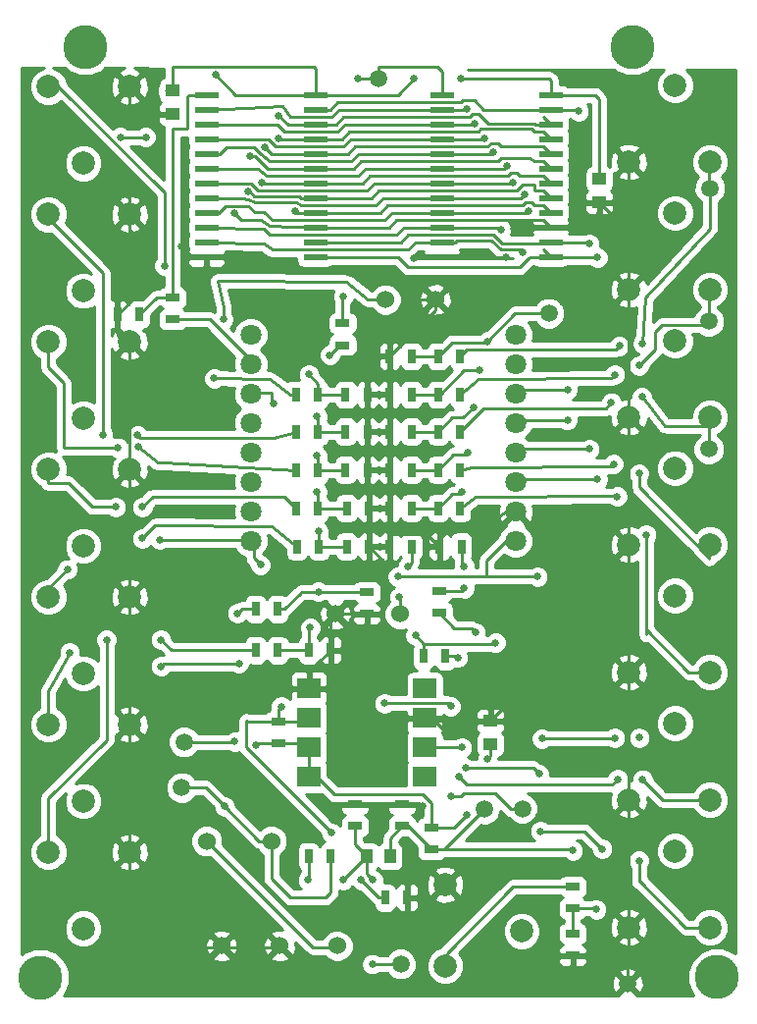
<source format=gbr>
G04 #@! TF.FileFunction,Copper,L1,Top,Signal*
%FSLAX46Y46*%
G04 Gerber Fmt 4.6, Leading zero omitted, Abs format (unit mm)*
G04 Created by KiCad (PCBNEW 4.0.7) date Thursday, May 31, 2018 'PMt' 11:14:33 PM*
%MOMM*%
%LPD*%
G01*
G04 APERTURE LIST*
%ADD10C,0.100000*%
%ADD11R,1.250000X1.000000*%
%ADD12R,1.000000X1.250000*%
%ADD13C,1.524000*%
%ADD14C,1.500000*%
%ADD15R,1.300000X0.700000*%
%ADD16R,0.700000X1.300000*%
%ADD17R,2.000000X0.600000*%
%ADD18R,2.000000X1.780000*%
%ADD19C,1.800000*%
%ADD20C,2.000000*%
%ADD21C,3.800000*%
%ADD22C,0.660000*%
%ADD23C,0.250000*%
%ADD24C,0.254000*%
G04 APERTURE END LIST*
D10*
D11*
X85852000Y-93456000D03*
X85852000Y-91456000D03*
D12*
X77200000Y-103124000D03*
X75200000Y-103124000D03*
D11*
X95250000Y-44720000D03*
X95250000Y-46720000D03*
X58420000Y-37100000D03*
X58420000Y-39100000D03*
D13*
X66930000Y-101805000D03*
X61340000Y-101805000D03*
X62650000Y-110850000D03*
X67650000Y-110850000D03*
X72650000Y-110850000D03*
D14*
X76200000Y-36068000D03*
D15*
X73100000Y-59050000D03*
X73100000Y-57150000D03*
X67564000Y-93406000D03*
X67564000Y-91506000D03*
D16*
X76774000Y-106680000D03*
X78674000Y-106680000D03*
X55560000Y-56388000D03*
X53660000Y-56388000D03*
X81350000Y-60000000D03*
X83250000Y-60000000D03*
X81350000Y-63300000D03*
X83250000Y-63300000D03*
X81350000Y-66500000D03*
X83250000Y-66500000D03*
X81350000Y-69800000D03*
X83250000Y-69800000D03*
D15*
X58420000Y-56830000D03*
X58420000Y-54930000D03*
D16*
X79050000Y-60000000D03*
X77150000Y-60000000D03*
X79050000Y-63300000D03*
X77150000Y-63300000D03*
X79050000Y-66500000D03*
X77150000Y-66500000D03*
X79050000Y-69800000D03*
X77150000Y-69800000D03*
X81350000Y-73100000D03*
X83250000Y-73100000D03*
X80076000Y-85852000D03*
X81976000Y-85852000D03*
D15*
X81407000Y-80203000D03*
X81407000Y-82103000D03*
X92964000Y-107630000D03*
X92964000Y-105730000D03*
D16*
X79050000Y-73100000D03*
X77150000Y-73100000D03*
X79050000Y-76400000D03*
X77150000Y-76400000D03*
X83350000Y-76400000D03*
X81450000Y-76400000D03*
D15*
X92964000Y-109794000D03*
X92964000Y-111694000D03*
D16*
X70950000Y-63300000D03*
X69050000Y-63300000D03*
X70950000Y-66500000D03*
X69050000Y-66500000D03*
X70950000Y-69800000D03*
X69050000Y-69800000D03*
X70950000Y-73100000D03*
X69050000Y-73100000D03*
X73350000Y-63300000D03*
X75250000Y-63300000D03*
X73350000Y-66500000D03*
X75250000Y-66500000D03*
X73350000Y-69800000D03*
X75250000Y-69800000D03*
X73450000Y-73100000D03*
X75350000Y-73100000D03*
X71050000Y-76400000D03*
X69150000Y-76400000D03*
X67498000Y-81788000D03*
X65598000Y-81788000D03*
X67498000Y-85344000D03*
X65598000Y-85344000D03*
X70170000Y-103124000D03*
X72070000Y-103124000D03*
X73450000Y-76400000D03*
X75350000Y-76400000D03*
D15*
X75184000Y-80330000D03*
X75184000Y-82230000D03*
D16*
X70170000Y-85344000D03*
X72070000Y-85344000D03*
D15*
X74168000Y-100518000D03*
X74168000Y-98618000D03*
X80772000Y-100650000D03*
X80772000Y-102550000D03*
X78232000Y-100518000D03*
X78232000Y-98618000D03*
D17*
X61340000Y-37465000D03*
X61340000Y-38735000D03*
X61340000Y-40005000D03*
X61340000Y-41275000D03*
X61340000Y-42545000D03*
X61340000Y-43815000D03*
X61340000Y-45085000D03*
X61340000Y-46355000D03*
X61340000Y-47625000D03*
X61340000Y-48895000D03*
X61340000Y-50165000D03*
X61340000Y-51435000D03*
X70740000Y-51435000D03*
X70740000Y-50165000D03*
X70740000Y-48895000D03*
X70740000Y-47625000D03*
X70740000Y-46355000D03*
X70740000Y-45085000D03*
X70740000Y-43815000D03*
X70740000Y-42545000D03*
X70740000Y-41275000D03*
X70740000Y-40005000D03*
X70740000Y-38735000D03*
X70740000Y-37465000D03*
X81660000Y-37465000D03*
X81660000Y-38735000D03*
X81660000Y-40005000D03*
X81660000Y-41275000D03*
X81660000Y-42545000D03*
X81660000Y-43815000D03*
X81660000Y-45085000D03*
X81660000Y-46355000D03*
X81660000Y-47625000D03*
X81660000Y-48895000D03*
X81660000Y-50165000D03*
X81660000Y-51435000D03*
X91060000Y-51435000D03*
X91060000Y-50165000D03*
X91060000Y-48895000D03*
X91060000Y-47625000D03*
X91060000Y-46355000D03*
X91060000Y-45085000D03*
X91060000Y-43815000D03*
X91060000Y-42545000D03*
X91060000Y-41275000D03*
X91060000Y-40005000D03*
X91060000Y-38735000D03*
X91060000Y-37465000D03*
D18*
X80184000Y-96266000D03*
X80184000Y-93726000D03*
X80184000Y-91186000D03*
X80184000Y-88646000D03*
X70184000Y-88646000D03*
X70184000Y-91186000D03*
X70184000Y-93726000D03*
X70184000Y-96266000D03*
D13*
X78020000Y-82230000D03*
X72470000Y-82230000D03*
X81110000Y-55110000D03*
X76790000Y-55110000D03*
D14*
X85344000Y-99060000D03*
D19*
X88030000Y-58140000D03*
X88030000Y-60680000D03*
X88030000Y-63220000D03*
X88030000Y-65760000D03*
X88030000Y-68300000D03*
X88030000Y-70840000D03*
X88030000Y-73380000D03*
X88030000Y-75920000D03*
X65170000Y-75920000D03*
X65170000Y-73380000D03*
X65170000Y-70840000D03*
X65170000Y-68300000D03*
X65170000Y-65760000D03*
X65170000Y-63220000D03*
X65170000Y-60680000D03*
X65170000Y-58140000D03*
D14*
X104800000Y-45500000D03*
X104700000Y-57000000D03*
X104700000Y-68000000D03*
X97700000Y-114100000D03*
X90900000Y-56300000D03*
X88600000Y-99000000D03*
X78100000Y-112400000D03*
X59400000Y-93260000D03*
X59200000Y-97200000D03*
D20*
X101802400Y-36648660D03*
X104802140Y-43248660D03*
X97801900Y-43248660D03*
X101802400Y-47648660D03*
X104802140Y-54248660D03*
X97801900Y-54248660D03*
X101802400Y-58648660D03*
X104802140Y-65248660D03*
X97801900Y-65248660D03*
X101802400Y-69648660D03*
X104802140Y-76248660D03*
X97801900Y-76248660D03*
X101802400Y-80648660D03*
X104802140Y-87248660D03*
X97801900Y-87248660D03*
X101802400Y-91648660D03*
X104802140Y-98248660D03*
X97801900Y-98248660D03*
X101802400Y-102648660D03*
X104802140Y-109248660D03*
X97801900Y-109248660D03*
X88551340Y-109577400D03*
X81951340Y-112577140D03*
X81951340Y-105576900D03*
X50697600Y-43351340D03*
X47697860Y-36751340D03*
X54698100Y-36751340D03*
X50697600Y-54351340D03*
X47697860Y-47751340D03*
X54698100Y-47751340D03*
X50697600Y-65351340D03*
X47697860Y-58751340D03*
X54698100Y-58751340D03*
X50697600Y-76351340D03*
X47697860Y-69751340D03*
X54698100Y-69751340D03*
X50697600Y-87351340D03*
X47697860Y-80751340D03*
X54698100Y-80751340D03*
X50697600Y-98351340D03*
X47697860Y-91751340D03*
X54698100Y-91751340D03*
X50697600Y-109351340D03*
X47697860Y-102751340D03*
X54698100Y-102751340D03*
D21*
X50880000Y-33300000D03*
X98130000Y-33300000D03*
X46970000Y-113580000D03*
X105420000Y-113540000D03*
D22*
X82000000Y-92410000D03*
X63754000Y-51562000D03*
X63750000Y-47690000D03*
X87200000Y-51500000D03*
X87900000Y-49000000D03*
X54610000Y-46101000D03*
X54610000Y-38608000D03*
X79248000Y-51562000D03*
X79502000Y-54864000D03*
X80010000Y-98806000D03*
X78994000Y-103124000D03*
X59182000Y-50546000D03*
X56134000Y-50546000D03*
X92964000Y-102616000D03*
X89154000Y-47498000D03*
X75650000Y-112425000D03*
X75725000Y-105175000D03*
X73152000Y-105156000D03*
X70104000Y-105156000D03*
X62900000Y-98800000D03*
X62800000Y-56800000D03*
X96500000Y-69300000D03*
X98700000Y-70100000D03*
X96800000Y-72100000D03*
X99300000Y-75400000D03*
X83058000Y-85979000D03*
X83170000Y-96280000D03*
X96850000Y-96470000D03*
X98980000Y-96510000D03*
X98679000Y-103505000D03*
X95504000Y-102489000D03*
X90170000Y-100965000D03*
X90043000Y-96012000D03*
X83693000Y-95504000D03*
X84582000Y-83820000D03*
X57700000Y-52200000D03*
X62000000Y-61900000D03*
X52400000Y-66800000D03*
X55400000Y-66800000D03*
X55410000Y-67810000D03*
X53700000Y-67890000D03*
X53500000Y-73000000D03*
X55800000Y-73000000D03*
X55800000Y-75700000D03*
X49320000Y-78390000D03*
X49520000Y-85550000D03*
X57404000Y-86741000D03*
X64135000Y-86487000D03*
X64008000Y-82169000D03*
X57404000Y-84455000D03*
X52705000Y-84455000D03*
X89916000Y-78994000D03*
X90297000Y-92964000D03*
X98710000Y-92900000D03*
X96590000Y-92930000D03*
X77978000Y-80772000D03*
X77851000Y-78994000D03*
X94400000Y-50300000D03*
X94400000Y-68000000D03*
X88600000Y-51000000D03*
X92500000Y-65500000D03*
X92500000Y-62900000D03*
X86750000Y-49060000D03*
X67800000Y-90200000D03*
X67150000Y-64060000D03*
X72136000Y-101092000D03*
X74676000Y-105156000D03*
X74422000Y-36068000D03*
X73140000Y-54840000D03*
X85600000Y-58700000D03*
X88800000Y-46000000D03*
X84900000Y-61200000D03*
X87800000Y-45000000D03*
X87290000Y-43590000D03*
X84400000Y-64400000D03*
X83900000Y-68300000D03*
X86100000Y-42400000D03*
X83400000Y-71700000D03*
X85300000Y-41200000D03*
X84470000Y-39940000D03*
X79375000Y-84074000D03*
X78740000Y-78105000D03*
X86300000Y-84700000D03*
X83800000Y-38650000D03*
X83600000Y-80000000D03*
X83600000Y-78100000D03*
X93472000Y-38862000D03*
X94996000Y-107696000D03*
X67600000Y-39240000D03*
X70180000Y-61570000D03*
X70900000Y-65200000D03*
X67600000Y-41200000D03*
X70900000Y-68600000D03*
X66410000Y-41970000D03*
X65110000Y-42710000D03*
X70900000Y-71700000D03*
X71000000Y-75100000D03*
X66100000Y-45000000D03*
X64900000Y-45800000D03*
X71000000Y-80300000D03*
X70300000Y-83400000D03*
X69000000Y-47500000D03*
X95100000Y-70600000D03*
X95100000Y-51500000D03*
X99000000Y-58900000D03*
X97000000Y-59100000D03*
X98700000Y-60800000D03*
X96600000Y-61600000D03*
X98940000Y-63500000D03*
X96300000Y-64000000D03*
X66000000Y-78000000D03*
X65600000Y-93500000D03*
X57300000Y-75800000D03*
X63760000Y-93240000D03*
X62100000Y-35700000D03*
X56100000Y-41100000D03*
X53900000Y-41100000D03*
X83820000Y-99568000D03*
X85598000Y-94742000D03*
X83312000Y-36068000D03*
X79248000Y-36068000D03*
X82423000Y-90170000D03*
X76708000Y-89916000D03*
X72000000Y-59900000D03*
X83380000Y-93740000D03*
X82423000Y-97917000D03*
D23*
X81788000Y-92202000D02*
X81792000Y-92202000D01*
X80772000Y-91186000D02*
X81788000Y-92202000D01*
X81792000Y-92202000D02*
X82000000Y-92410000D01*
X66040000Y-48260000D02*
X64320000Y-48260000D01*
X63627000Y-51435000D02*
X63754000Y-51562000D01*
X66040000Y-48260000D02*
X66802000Y-48768000D01*
X70740000Y-48895000D02*
X66802000Y-48768000D01*
X63627000Y-51435000D02*
X61340000Y-51435000D01*
X64320000Y-48260000D02*
X63750000Y-47690000D01*
X97801900Y-76248660D02*
X97801900Y-65248660D01*
X97801900Y-65248660D02*
X97801900Y-66298100D01*
X97801900Y-66298100D02*
X97751900Y-66348100D01*
X54698100Y-36751340D02*
X54721340Y-36751340D01*
X54721340Y-36751340D02*
X55700000Y-37730000D01*
X55700000Y-37730000D02*
X55700000Y-37681240D01*
X97801900Y-87248660D02*
X97801900Y-94058100D01*
X97801900Y-94058100D02*
X97751900Y-94108100D01*
X97801900Y-98248660D02*
X97801900Y-96041900D01*
X97801900Y-96041900D02*
X97751900Y-95991900D01*
X97801900Y-109248660D02*
X97801900Y-110208100D01*
X97801900Y-110208100D02*
X97751900Y-110258100D01*
X97700000Y-114100000D02*
X97700000Y-113320000D01*
X97700000Y-113320000D02*
X97739240Y-113280760D01*
X54698100Y-102751340D02*
X54698100Y-103991900D01*
X54698100Y-103991900D02*
X54648100Y-104041900D01*
X54698100Y-102751340D02*
X54698100Y-101918100D01*
X54698100Y-101918100D02*
X54648100Y-101868100D01*
X54648100Y-101868100D02*
X54698100Y-102751340D01*
X54698100Y-91751340D02*
X54698100Y-90738100D01*
X54698100Y-90738100D02*
X54648100Y-90688100D01*
X54698100Y-80751340D02*
X54698100Y-79728100D01*
X54698100Y-79728100D02*
X54648100Y-79678100D01*
X54698100Y-69751340D02*
X54698100Y-70869340D01*
X54698100Y-70869340D02*
X54648100Y-70919340D01*
X54648100Y-60350000D02*
X54648100Y-58801340D01*
X54648100Y-58801340D02*
X54698100Y-58751340D01*
X97739240Y-111694000D02*
X97739240Y-113280760D01*
X97739240Y-113280760D02*
X97739240Y-114060760D01*
X97739240Y-114060760D02*
X97700000Y-114100000D01*
X76581000Y-78740000D02*
X76581000Y-77631000D01*
X76515000Y-82230000D02*
X76581000Y-82164000D01*
X76581000Y-82164000D02*
X76581000Y-78740000D01*
X75184000Y-82230000D02*
X76515000Y-82230000D01*
X76581000Y-77631000D02*
X75350000Y-76400000D01*
X81450000Y-76400000D02*
X81450000Y-75750000D01*
X81450000Y-75750000D02*
X82400000Y-74800000D01*
X82400000Y-74800000D02*
X85100000Y-74800000D01*
X81110000Y-55110000D02*
X81110000Y-56040000D01*
X81110000Y-56040000D02*
X77150000Y-60000000D01*
X77150000Y-75300000D02*
X80350000Y-75300000D01*
X80350000Y-75300000D02*
X81450000Y-76400000D01*
X77150000Y-60000000D02*
X77150000Y-63300000D01*
X77150000Y-63300000D02*
X77150000Y-66500000D01*
X75250000Y-63300000D02*
X77150000Y-63300000D01*
X75250000Y-66500000D02*
X77150000Y-66500000D01*
X77150000Y-66500000D02*
X77150000Y-69800000D01*
X75250000Y-69800000D02*
X77150000Y-69800000D01*
X77150000Y-69800000D02*
X77150000Y-73100000D01*
X77150000Y-73100000D02*
X77150000Y-75300000D01*
X77150000Y-75300000D02*
X77150000Y-76400000D01*
X75350000Y-73100000D02*
X77150000Y-73100000D01*
X75350000Y-76400000D02*
X77150000Y-76400000D01*
X87900000Y-48260000D02*
X87900000Y-49000000D01*
X87135000Y-51435000D02*
X87200000Y-51500000D01*
X87135000Y-51435000D02*
X81660000Y-51435000D01*
X87900000Y-48260000D02*
X87900000Y-48300000D01*
X87900000Y-48300000D02*
X87900000Y-48260000D01*
X70740000Y-48895000D02*
X77089000Y-48895000D01*
X90425000Y-48260000D02*
X91060000Y-48895000D01*
X77724000Y-48260000D02*
X87900000Y-48260000D01*
X87900000Y-48260000D02*
X90425000Y-48260000D01*
X77089000Y-48895000D02*
X77724000Y-48260000D01*
X72070000Y-85344000D02*
X72070000Y-82630000D01*
X72070000Y-82630000D02*
X72470000Y-82230000D01*
X70184000Y-88646000D02*
X70184000Y-87230000D01*
X70184000Y-87230000D02*
X72070000Y-85344000D01*
X54648100Y-36629340D02*
X54648100Y-38569900D01*
X54648100Y-46139100D02*
X54648100Y-48059340D01*
X54610000Y-46101000D02*
X54648100Y-46139100D01*
X54648100Y-38569900D02*
X54610000Y-38608000D01*
X80772000Y-91186000D02*
X80184000Y-91186000D01*
X85852000Y-91456000D02*
X80454000Y-91456000D01*
X80454000Y-91456000D02*
X80184000Y-91186000D01*
X88392000Y-90424000D02*
X86884000Y-90424000D01*
X86884000Y-90424000D02*
X85852000Y-91456000D01*
X97751900Y-88846660D02*
X89969340Y-88846660D01*
X89969340Y-88846660D02*
X88392000Y-90424000D01*
X81660000Y-51435000D02*
X79375000Y-51435000D01*
X79375000Y-51435000D02*
X79248000Y-51562000D01*
X79748000Y-55110000D02*
X81110000Y-55110000D01*
X79502000Y-54864000D02*
X79748000Y-55110000D01*
X78674000Y-106680000D02*
X78674000Y-103444000D01*
X79822000Y-98618000D02*
X78232000Y-98618000D01*
X80010000Y-98806000D02*
X79822000Y-98618000D01*
X78674000Y-103444000D02*
X78994000Y-103124000D01*
X74168000Y-98618000D02*
X78232000Y-98618000D01*
X95250000Y-46720000D02*
X95250000Y-47498000D01*
X93853000Y-48895000D02*
X91060000Y-48895000D01*
X95250000Y-47498000D02*
X93853000Y-48895000D01*
X75184000Y-82230000D02*
X72470000Y-82230000D01*
X61340000Y-51435000D02*
X60071000Y-51435000D01*
X54648100Y-49060100D02*
X54648100Y-48059340D01*
X60071000Y-51435000D02*
X59182000Y-50546000D01*
X56134000Y-50546000D02*
X54648100Y-49060100D01*
X92964000Y-111694000D02*
X97739240Y-111694000D01*
X97739240Y-111694000D02*
X97751900Y-111706660D01*
X78674000Y-106680000D02*
X81041240Y-106680000D01*
X81041240Y-106680000D02*
X82095340Y-105625900D01*
X97751900Y-100276660D02*
X97751900Y-110258100D01*
X97751900Y-110258100D02*
X97751900Y-111706660D01*
X97751900Y-88846660D02*
X97751900Y-94108100D01*
X97751900Y-94108100D02*
X97751900Y-95991900D01*
X97751900Y-95991900D02*
X97751900Y-100276660D01*
X97751900Y-77416660D02*
X97751900Y-88846660D01*
X97751900Y-65986660D02*
X97751900Y-66348100D01*
X97751900Y-66348100D02*
X97751900Y-77416660D01*
X97751900Y-54556660D02*
X97751900Y-65986660D01*
X97751900Y-43126660D02*
X97751900Y-45504100D01*
X97790000Y-46736000D02*
X95250000Y-46720000D01*
X97751900Y-45504100D02*
X97790000Y-46736000D01*
X95250000Y-46720000D02*
X97751900Y-49221900D01*
X97751900Y-49221900D02*
X97751900Y-54556660D01*
X58420000Y-39100000D02*
X57118760Y-39100000D01*
X57118760Y-39100000D02*
X55700000Y-37681240D01*
X55700000Y-37681240D02*
X54648100Y-36629340D01*
X54648100Y-59489340D02*
X54648100Y-59220100D01*
X54648100Y-59220100D02*
X53660000Y-58232000D01*
X53660000Y-58232000D02*
X53660000Y-56388000D01*
X53660000Y-56388000D02*
X54648100Y-55399900D01*
X54648100Y-55399900D02*
X54648100Y-48059340D01*
X54648100Y-70919340D02*
X54648100Y-60350000D01*
X54648100Y-60350000D02*
X54648100Y-59489340D01*
X54648100Y-82349340D02*
X54648100Y-79678100D01*
X54648100Y-79678100D02*
X54648100Y-70919340D01*
X54648100Y-93779340D02*
X54648100Y-90688100D01*
X54648100Y-104041900D02*
X54648100Y-93779340D01*
X54648100Y-90688100D02*
X54648100Y-82349340D01*
X54648100Y-105209340D02*
X54648100Y-104041900D01*
X60428760Y-110990000D02*
X54648100Y-105209340D01*
X62666000Y-110990000D02*
X60428760Y-110990000D01*
X67666000Y-110990000D02*
X62666000Y-110990000D01*
X85100000Y-74800000D02*
X87200000Y-73360000D01*
X61340000Y-47625000D02*
X62385000Y-47625000D01*
X66300000Y-47600000D02*
X67056000Y-48260000D01*
X67056000Y-48260000D02*
X76708000Y-48260000D01*
X76708000Y-48260000D02*
X77343000Y-47625000D01*
X77343000Y-47625000D02*
X81660000Y-47625000D01*
X65510000Y-47600000D02*
X66300000Y-47600000D01*
X64940000Y-47030000D02*
X65510000Y-47600000D01*
X62980000Y-47030000D02*
X64940000Y-47030000D01*
X62385000Y-47625000D02*
X62980000Y-47030000D01*
X81660000Y-47625000D02*
X89027000Y-47625000D01*
X92898000Y-102550000D02*
X80772000Y-102550000D01*
X92964000Y-102616000D02*
X92898000Y-102550000D01*
X89027000Y-47625000D02*
X89154000Y-47498000D01*
X80772000Y-102550000D02*
X81854000Y-102550000D01*
X81854000Y-102550000D02*
X85344000Y-99060000D01*
X78232000Y-100518000D02*
X78740000Y-100518000D01*
X78740000Y-100518000D02*
X80772000Y-102550000D01*
X77200000Y-103124000D02*
X77200000Y-101550000D01*
X77200000Y-101550000D02*
X78232000Y-100518000D01*
X75200000Y-103124000D02*
X75200000Y-104650000D01*
X75675000Y-112400000D02*
X78100000Y-112400000D01*
X75650000Y-112425000D02*
X75675000Y-112400000D01*
X75200000Y-104650000D02*
X75725000Y-105175000D01*
X74168000Y-100518000D02*
X74168000Y-102092000D01*
X74168000Y-102092000D02*
X75200000Y-103124000D01*
X75200000Y-103124000D02*
X75184000Y-103124000D01*
X75184000Y-103124000D02*
X73152000Y-105156000D01*
X70104000Y-105156000D02*
X70170000Y-105090000D01*
X70170000Y-105090000D02*
X70170000Y-103124000D01*
X59200000Y-97200000D02*
X61300000Y-97200000D01*
X61300000Y-97200000D02*
X62900000Y-98800000D01*
X62300000Y-53500000D02*
X62800000Y-55800000D01*
X65905000Y-101805000D02*
X66930000Y-101805000D01*
X62900000Y-98800000D02*
X65905000Y-101805000D01*
X62800000Y-55800000D02*
X62800000Y-56800000D01*
X76790000Y-55110000D02*
X75303000Y-55110000D01*
X65000000Y-53500000D02*
X62300000Y-53500000D01*
X71300000Y-53600000D02*
X65000000Y-53500000D01*
X73400000Y-53600000D02*
X71300000Y-53600000D01*
X73400000Y-53600000D02*
X73400000Y-53600000D01*
X75303000Y-55110000D02*
X73400000Y-53600000D01*
X66930000Y-101805000D02*
X66930000Y-105030000D01*
X72070000Y-106238000D02*
X72070000Y-103124000D01*
X71628000Y-106680000D02*
X72070000Y-106238000D01*
X68580000Y-106680000D02*
X71628000Y-106680000D01*
X66930000Y-105030000D02*
X68580000Y-106680000D01*
X72666000Y-110990000D02*
X70525000Y-110990000D01*
X70525000Y-110990000D02*
X61340000Y-101805000D01*
X104752140Y-77416660D02*
X104752140Y-77352140D01*
X104752140Y-77352140D02*
X98700000Y-71300000D01*
X96300000Y-69500000D02*
X84200000Y-69610000D01*
X96500000Y-69300000D02*
X96300000Y-69500000D01*
X98700000Y-71300000D02*
X98700000Y-70100000D01*
X84200000Y-69610000D02*
X83250000Y-69800000D01*
X104752140Y-77416660D02*
X104752140Y-76177140D01*
X104802140Y-87248660D02*
X102978660Y-87248660D01*
X102978660Y-87248660D02*
X99300000Y-83570000D01*
X84600000Y-72130000D02*
X83250000Y-73100000D01*
X96700000Y-72000000D02*
X84600000Y-72130000D01*
X96800000Y-72100000D02*
X96700000Y-72000000D01*
X99300000Y-84000000D02*
X99300000Y-83570000D01*
X99300000Y-83570000D02*
X99300000Y-75400000D01*
X83058000Y-85979000D02*
X82931000Y-85852000D01*
X81976000Y-85852000D02*
X82931000Y-85852000D01*
X104802140Y-98248660D02*
X100718660Y-98248660D01*
X83840000Y-96950000D02*
X83170000Y-96280000D01*
X96370000Y-96950000D02*
X83840000Y-96950000D01*
X96850000Y-96470000D02*
X96370000Y-96950000D01*
X100718660Y-98248660D02*
X98980000Y-96510000D01*
X104802140Y-109248660D02*
X102728660Y-109248660D01*
X102728660Y-109248660D02*
X98679000Y-105199000D01*
X98679000Y-105283000D02*
X98679000Y-105199000D01*
X98679000Y-105199000D02*
X98679000Y-103505000D01*
X95504000Y-102489000D02*
X93980000Y-100965000D01*
X93980000Y-100965000D02*
X90170000Y-100965000D01*
X90043000Y-96012000D02*
X89535000Y-95504000D01*
X89535000Y-95504000D02*
X83693000Y-95504000D01*
X82743000Y-83439000D02*
X81407000Y-82103000D01*
X84582000Y-83820000D02*
X84201000Y-83439000D01*
X84201000Y-83439000D02*
X82743000Y-83439000D01*
X82095340Y-112626140D02*
X82095340Y-111452660D01*
X87818000Y-105730000D02*
X92964000Y-105730000D01*
X82095340Y-111452660D02*
X87818000Y-105730000D01*
X47647860Y-36629340D02*
X48429340Y-36629340D01*
X48429340Y-36629340D02*
X57700000Y-45900000D01*
X57700000Y-45900000D02*
X57700000Y-52200000D01*
X62000000Y-61900000D02*
X66800000Y-61970000D01*
X66800000Y-61970000D02*
X68600000Y-63300000D01*
X68600000Y-63300000D02*
X69050000Y-63300000D01*
X47647860Y-48059340D02*
X47659340Y-48059340D01*
X47659340Y-48059340D02*
X52400000Y-52800000D01*
X52400000Y-52800000D02*
X52400000Y-66800000D01*
X55400000Y-66800000D02*
X55600000Y-67000000D01*
X55600000Y-67000000D02*
X67150000Y-67050000D01*
X67150000Y-67050000D02*
X69050000Y-66500000D01*
X49000000Y-67890000D02*
X53700000Y-67890000D01*
X57180000Y-69190000D02*
X57260000Y-69190000D01*
X55410000Y-67810000D02*
X57180000Y-69190000D01*
X47647860Y-59489340D02*
X47647860Y-60947860D01*
X57190000Y-69190000D02*
X57260000Y-69190000D01*
X57260000Y-69190000D02*
X57630000Y-69190000D01*
X49000000Y-62300000D02*
X49000000Y-67890000D01*
X49000000Y-67890000D02*
X49000000Y-67900000D01*
X47647860Y-60947860D02*
X49000000Y-62300000D01*
X57630000Y-69190000D02*
X69050000Y-69800000D01*
X47697860Y-69751340D02*
X47697860Y-70919340D01*
X49419340Y-70919340D02*
X51500000Y-73000000D01*
X51500000Y-73000000D02*
X53500000Y-73000000D01*
X55800000Y-73000000D02*
X56700000Y-72100000D01*
X56700000Y-72100000D02*
X68050000Y-72100000D01*
X68050000Y-72100000D02*
X69050000Y-73100000D01*
X47647860Y-70919340D02*
X49419340Y-70919340D01*
X47697860Y-70919340D02*
X47647860Y-70919340D01*
X47697860Y-80751340D02*
X47697860Y-80012140D01*
X47697860Y-80012140D02*
X49320000Y-78390000D01*
X67000000Y-74650000D02*
X69150000Y-76400000D01*
X56900000Y-74600000D02*
X67000000Y-74650000D01*
X55800000Y-75700000D02*
X56900000Y-74600000D01*
X47647860Y-80701340D02*
X47697860Y-80751340D01*
X47647860Y-91701340D02*
X47647860Y-88877140D01*
X47647860Y-88877140D02*
X49520000Y-85550000D01*
X57404000Y-86741000D02*
X57658000Y-86487000D01*
X57658000Y-86487000D02*
X64135000Y-86487000D01*
X64008000Y-82169000D02*
X64389000Y-81788000D01*
X64389000Y-81788000D02*
X65598000Y-81788000D01*
X47647860Y-91701340D02*
X47697860Y-91751340D01*
X47653000Y-98143000D02*
X47653000Y-102706480D01*
X47653000Y-102706480D02*
X47697860Y-102751340D01*
X58293000Y-85344000D02*
X65598000Y-85344000D01*
X57404000Y-84455000D02*
X58293000Y-85344000D01*
X52705000Y-93091000D02*
X52705000Y-84455000D01*
X47647860Y-98148140D02*
X47653000Y-98143000D01*
X47653000Y-98143000D02*
X52705000Y-93091000D01*
X58420000Y-56830000D02*
X61590000Y-56830000D01*
X58420000Y-56830000D02*
X58420000Y-56896000D01*
X61590000Y-56830000D02*
X65400000Y-60640000D01*
X90297000Y-92964000D02*
X96556000Y-92964000D01*
X85500000Y-78994000D02*
X89916000Y-78994000D01*
X96556000Y-92964000D02*
X96590000Y-92930000D01*
X78020000Y-82230000D02*
X78020000Y-80814000D01*
X78020000Y-80814000D02*
X77978000Y-80772000D01*
X85500000Y-78994000D02*
X85500000Y-77600000D01*
X85500000Y-77600000D02*
X87200000Y-75900000D01*
X77851000Y-78994000D02*
X85500000Y-78994000D01*
X91060000Y-50165000D02*
X94265000Y-50165000D01*
X94265000Y-50165000D02*
X94400000Y-50300000D01*
X78740000Y-49530000D02*
X86106000Y-49530000D01*
X78105000Y-50165000D02*
X78740000Y-49530000D01*
X70740000Y-50165000D02*
X78105000Y-50165000D01*
X86868000Y-50292000D02*
X90933000Y-50292000D01*
X86106000Y-49530000D02*
X86868000Y-50292000D01*
X90933000Y-50292000D02*
X91060000Y-50165000D01*
X94400000Y-68000000D02*
X87480000Y-68000000D01*
X87480000Y-68000000D02*
X87200000Y-68280000D01*
X94400000Y-68000000D02*
X94320000Y-68080000D01*
X81660000Y-50165000D02*
X82815002Y-50165000D01*
X88400000Y-50800000D02*
X88600000Y-51000000D01*
X86739602Y-50800000D02*
X88400000Y-50800000D01*
X85919604Y-49980002D02*
X86739602Y-50800000D01*
X83000000Y-49980002D02*
X85919604Y-49980002D01*
X82815002Y-50165000D02*
X83000000Y-49980002D01*
X88500000Y-50900000D02*
X88600000Y-51000000D01*
X61340000Y-50165000D02*
X66294000Y-50292000D01*
X79375000Y-50165000D02*
X81660000Y-50165000D01*
X78740000Y-50800000D02*
X79375000Y-50165000D01*
X67056000Y-50800000D02*
X78740000Y-50800000D01*
X66294000Y-50292000D02*
X67056000Y-50800000D01*
X92500000Y-65500000D02*
X87440000Y-65500000D01*
X87440000Y-65500000D02*
X87200000Y-65740000D01*
X92500000Y-65500000D02*
X92460000Y-65540000D01*
X81660000Y-48895000D02*
X86585000Y-48895000D01*
X86585000Y-48895000D02*
X86750000Y-49060000D01*
X92500000Y-62900000D02*
X87500000Y-62900000D01*
X87500000Y-62900000D02*
X87200000Y-63200000D01*
X92500000Y-62900000D02*
X92400000Y-63000000D01*
X61340000Y-48895000D02*
X66294000Y-49022000D01*
X78359000Y-48895000D02*
X81660000Y-48895000D01*
X77724000Y-49530000D02*
X78359000Y-48895000D01*
X66802000Y-49530000D02*
X77724000Y-49530000D01*
X66294000Y-49022000D02*
X66802000Y-49530000D01*
X65400000Y-63180000D02*
X66980000Y-63180000D01*
X67800000Y-90200000D02*
X67564000Y-90436000D01*
X67564000Y-90436000D02*
X67564000Y-91506000D01*
X66980000Y-63890000D02*
X66980000Y-63180000D01*
X67150000Y-64060000D02*
X66980000Y-63890000D01*
X67564000Y-91506000D02*
X69864000Y-91506000D01*
X69864000Y-91506000D02*
X70184000Y-91186000D01*
X76774000Y-106680000D02*
X76200000Y-106680000D01*
X64836000Y-91506000D02*
X67564000Y-91506000D01*
X64770000Y-91440000D02*
X64836000Y-91506000D01*
X64770000Y-93726000D02*
X64770000Y-91440000D01*
X72136000Y-101092000D02*
X64770000Y-93726000D01*
X76200000Y-106680000D02*
X74676000Y-105156000D01*
X76200000Y-36068000D02*
X74422000Y-36068000D01*
X73100000Y-54880000D02*
X73100000Y-57150000D01*
X73140000Y-54840000D02*
X73100000Y-54880000D01*
X73152000Y-57098000D02*
X73100000Y-57150000D01*
X76200000Y-36068000D02*
X76200000Y-35052000D01*
X76200000Y-35052000D02*
X81280000Y-35052000D01*
X81280000Y-35052000D02*
X81660000Y-35432000D01*
X81660000Y-35432000D02*
X81660000Y-37465000D01*
X58420000Y-54930000D02*
X57018000Y-54930000D01*
X57018000Y-54930000D02*
X55560000Y-56388000D01*
X61340000Y-37465000D02*
X59817000Y-37465000D01*
X58420000Y-40386000D02*
X58420000Y-54930000D01*
X59690000Y-40386000D02*
X58420000Y-40386000D01*
X59690000Y-37592000D02*
X59690000Y-40386000D01*
X59817000Y-37465000D02*
X59690000Y-37592000D01*
X90900000Y-56300000D02*
X88000000Y-56300000D01*
X88000000Y-56300000D02*
X85600000Y-58700000D01*
X81660000Y-46355000D02*
X88445000Y-46355000D01*
X82550000Y-58800000D02*
X81350000Y-60000000D01*
X85500000Y-58800000D02*
X82550000Y-58800000D01*
X85600000Y-58700000D02*
X85500000Y-58800000D01*
X88445000Y-46355000D02*
X88800000Y-46000000D01*
X65500000Y-46700000D02*
X69100000Y-46700000D01*
X64389000Y-46355000D02*
X64900000Y-46500000D01*
X64900000Y-46500000D02*
X65500000Y-46700000D01*
X69497574Y-46997421D02*
X75900199Y-46970846D01*
X75900199Y-46970846D02*
X76581000Y-46355000D01*
X81660000Y-46355000D02*
X76581000Y-46355000D01*
X63754000Y-46355000D02*
X61340000Y-46355000D01*
X63754000Y-46355000D02*
X64389000Y-46355000D01*
X69499574Y-46997421D02*
X69497574Y-46997421D01*
X69100000Y-46700000D02*
X69499574Y-46997421D01*
X79050000Y-60000000D02*
X81350000Y-60000000D01*
X81660000Y-45085000D02*
X87715000Y-45085000D01*
X83600000Y-61200000D02*
X81500000Y-63300000D01*
X84900000Y-61200000D02*
X83600000Y-61200000D01*
X87715000Y-45085000D02*
X87800000Y-45000000D01*
X81500000Y-63300000D02*
X81350000Y-63300000D01*
X79050000Y-63300000D02*
X81350000Y-63300000D01*
X61340000Y-45085000D02*
X63754000Y-45085000D01*
X63754000Y-45085000D02*
X65151000Y-45085000D01*
X65786000Y-45720000D02*
X65151000Y-45085000D01*
X75819000Y-45085000D02*
X81660000Y-45085000D01*
X75184000Y-45720000D02*
X75819000Y-45085000D01*
X67310000Y-45720000D02*
X75184000Y-45720000D01*
X66167000Y-45720000D02*
X67310000Y-45720000D01*
X66167000Y-45720000D02*
X65786000Y-45720000D01*
X86785000Y-43815000D02*
X87065000Y-43815000D01*
X81660000Y-43815000D02*
X86785000Y-43815000D01*
X87065000Y-43815000D02*
X87290000Y-43590000D01*
X82550000Y-65300000D02*
X81350000Y-66500000D01*
X84400000Y-64400000D02*
X83500000Y-65300000D01*
X83500000Y-65300000D02*
X82550000Y-65300000D01*
X79050000Y-66500000D02*
X81350000Y-66500000D01*
X61340000Y-43815000D02*
X65785462Y-43831648D01*
X75057000Y-43815000D02*
X81660000Y-43815000D01*
X74422000Y-44450000D02*
X75057000Y-43815000D01*
X66548000Y-44450000D02*
X74422000Y-44450000D01*
X65785462Y-43831648D02*
X66548000Y-44450000D01*
X61340000Y-42545000D02*
X62495000Y-42545000D01*
X66039943Y-42547081D02*
X66802000Y-43180000D01*
X66802000Y-43180000D02*
X73856002Y-43180000D01*
X73856002Y-43180000D02*
X74491002Y-42545000D01*
X74491002Y-42545000D02*
X81660000Y-42545000D01*
X65452862Y-41960000D02*
X66039943Y-42547081D01*
X63080000Y-41960000D02*
X65452862Y-41960000D01*
X62495000Y-42545000D02*
X63080000Y-41960000D01*
X81660000Y-42545000D02*
X85955000Y-42545000D01*
X82650000Y-68500000D02*
X81350000Y-69800000D01*
X83700000Y-68500000D02*
X82650000Y-68500000D01*
X83900000Y-68300000D02*
X83700000Y-68500000D01*
X85955000Y-42545000D02*
X86100000Y-42400000D01*
X79050000Y-69800000D02*
X81350000Y-69800000D01*
X81660000Y-41275000D02*
X85225000Y-41275000D01*
X82550000Y-71900000D02*
X81350000Y-73100000D01*
X83200000Y-71900000D02*
X82550000Y-71900000D01*
X83400000Y-71700000D02*
X83200000Y-71900000D01*
X85225000Y-41275000D02*
X85300000Y-41200000D01*
X79050000Y-73100000D02*
X81350000Y-73100000D01*
X61340000Y-41275000D02*
X66675000Y-41275000D01*
X73787000Y-41275000D02*
X81660000Y-41275000D01*
X73152000Y-41910000D02*
X73787000Y-41275000D01*
X67310000Y-41910000D02*
X73152000Y-41910000D01*
X66675000Y-41275000D02*
X67310000Y-41910000D01*
X81660000Y-40005000D02*
X84405000Y-40005000D01*
X84405000Y-40005000D02*
X84470000Y-39940000D01*
X79050000Y-76400000D02*
X79050000Y-77795000D01*
X79375000Y-84074000D02*
X80076000Y-84775000D01*
X79050000Y-77795000D02*
X78740000Y-78105000D01*
X80076000Y-84800000D02*
X80076000Y-84775000D01*
X86200000Y-84800000D02*
X80076000Y-84800000D01*
X86300000Y-84700000D02*
X86200000Y-84800000D01*
X80076000Y-84775000D02*
X80076000Y-85852000D01*
X61340000Y-40005000D02*
X67437000Y-40005000D01*
X73279000Y-40005000D02*
X81660000Y-40005000D01*
X72644000Y-40640000D02*
X73279000Y-40005000D01*
X68072000Y-40640000D02*
X72644000Y-40640000D01*
X67437000Y-40005000D02*
X68072000Y-40640000D01*
X81660000Y-38735000D02*
X83715000Y-38735000D01*
X83715000Y-38735000D02*
X83800000Y-38650000D01*
X81407000Y-80203000D02*
X83397000Y-80203000D01*
X83397000Y-80203000D02*
X83600000Y-80000000D01*
X83350000Y-77850000D02*
X83350000Y-76400000D01*
X83600000Y-78100000D02*
X83350000Y-77850000D01*
X61340000Y-38735000D02*
X67860000Y-38390000D01*
X72771000Y-38735000D02*
X81660000Y-38735000D01*
X72136000Y-39370000D02*
X72771000Y-38735000D01*
X68580000Y-39370000D02*
X72136000Y-39370000D01*
X67860000Y-38390000D02*
X68580000Y-39370000D01*
X91060000Y-38735000D02*
X85245000Y-38735000D01*
X83450000Y-37950000D02*
X83300000Y-38100000D01*
X84460000Y-37950000D02*
X83450000Y-37950000D01*
X85245000Y-38735000D02*
X84460000Y-37950000D01*
X91060000Y-38735000D02*
X93345000Y-38735000D01*
X93345000Y-38735000D02*
X93472000Y-38862000D01*
X94996000Y-107696000D02*
X94930000Y-107630000D01*
X94930000Y-107630000D02*
X92964000Y-107630000D01*
X72644000Y-38100000D02*
X83300000Y-38100000D01*
X72009000Y-38735000D02*
X70740000Y-38735000D01*
X72009000Y-38735000D02*
X72644000Y-38100000D01*
X83300000Y-38100000D02*
X83312000Y-38100000D01*
X92964000Y-109794000D02*
X92964000Y-107630000D01*
X83040000Y-39360000D02*
X84070000Y-39360000D01*
X70740000Y-40005000D02*
X72517000Y-40005000D01*
X72517000Y-40005000D02*
X73152000Y-39370000D01*
X73152000Y-39370000D02*
X83040000Y-39360000D01*
X84340000Y-39090000D02*
X84870000Y-39090000D01*
X84070000Y-39360000D02*
X84340000Y-39090000D01*
X91060000Y-40005000D02*
X89765000Y-40005000D01*
X89765000Y-40005000D02*
X89680000Y-39920000D01*
X89680000Y-39920000D02*
X85700000Y-39920000D01*
X85700000Y-39920000D02*
X84870000Y-39090000D01*
X84870000Y-39090000D02*
X84840000Y-39060000D01*
X70740000Y-40005000D02*
X68365000Y-40005000D01*
X68365000Y-40005000D02*
X67600000Y-39240000D01*
X70950000Y-62550000D02*
X70950000Y-62340000D01*
X70950000Y-62340000D02*
X70180000Y-61570000D01*
X70950000Y-63300000D02*
X70950000Y-62550000D01*
X90425000Y-39370000D02*
X91060000Y-40005000D01*
X70950000Y-63300000D02*
X73350000Y-63300000D01*
X84800000Y-40640000D02*
X84800000Y-40600000D01*
X89662000Y-40640000D02*
X90425000Y-40640000D01*
X90425000Y-40640000D02*
X91060000Y-41275000D01*
X89422000Y-40400000D02*
X89662000Y-40640000D01*
X85000000Y-40400000D02*
X89422000Y-40400000D01*
X84800000Y-40600000D02*
X85000000Y-40400000D01*
X70740000Y-41275000D02*
X67675000Y-41275000D01*
X70950000Y-65250000D02*
X70950000Y-66500000D01*
X70900000Y-65200000D02*
X70950000Y-65250000D01*
X67675000Y-41275000D02*
X67600000Y-41200000D01*
X70950000Y-66500000D02*
X73350000Y-66500000D01*
X73660000Y-40640000D02*
X84800000Y-40640000D01*
X84800000Y-40640000D02*
X84836000Y-40640000D01*
X73025000Y-41275000D02*
X73660000Y-40640000D01*
X73025000Y-41275000D02*
X70740000Y-41275000D01*
X70740000Y-42545000D02*
X66985000Y-42545000D01*
X70900000Y-68600000D02*
X70950000Y-68650000D01*
X70950000Y-68650000D02*
X70950000Y-69800000D01*
X66985000Y-42545000D02*
X66410000Y-41970000D01*
X85598000Y-41910000D02*
X85598000Y-41902000D01*
X91060000Y-42545000D02*
X90425000Y-41910000D01*
X73533000Y-42545000D02*
X70740000Y-42545000D01*
X73533000Y-42545000D02*
X74168000Y-41910000D01*
X74168000Y-41910000D02*
X85598000Y-41910000D01*
X89662000Y-41910000D02*
X90425000Y-41910000D01*
X86810000Y-41910000D02*
X89662000Y-41910000D01*
X86500000Y-41600000D02*
X86810000Y-41910000D01*
X85900000Y-41600000D02*
X86500000Y-41600000D01*
X85598000Y-41902000D02*
X85900000Y-41600000D01*
X70950000Y-69800000D02*
X73350000Y-69800000D01*
X66615000Y-43815000D02*
X66605000Y-43815000D01*
X70740000Y-43815000D02*
X66615000Y-43815000D01*
X65500000Y-42710000D02*
X65110000Y-42710000D01*
X66605000Y-43815000D02*
X65500000Y-42710000D01*
X86360000Y-43180000D02*
X86520000Y-43180000D01*
X89662000Y-43180000D02*
X90425000Y-43180000D01*
X70740000Y-43815000D02*
X74041000Y-43815000D01*
X90425000Y-43180000D02*
X91060000Y-43815000D01*
X74041000Y-43815000D02*
X74676000Y-43180000D01*
X74676000Y-43180000D02*
X86360000Y-43180000D01*
X89250000Y-42930000D02*
X89662000Y-43180000D01*
X87200000Y-42900000D02*
X89250000Y-42930000D01*
X86800000Y-42900000D02*
X87200000Y-42900000D01*
X86520000Y-43180000D02*
X86800000Y-42900000D01*
X70950000Y-71750000D02*
X70950000Y-73100000D01*
X70900000Y-71700000D02*
X70950000Y-71750000D01*
X70950000Y-73100000D02*
X73450000Y-73100000D01*
X87376000Y-44450000D02*
X87376000Y-44424000D01*
X87376000Y-44450000D02*
X75438000Y-44450000D01*
X70740000Y-45085000D02*
X74803000Y-45085000D01*
X90425000Y-44450000D02*
X91060000Y-45085000D01*
X74803000Y-45085000D02*
X75438000Y-44450000D01*
X90425000Y-44450000D02*
X89662000Y-44450000D01*
X88350000Y-44450000D02*
X89662000Y-44450000D01*
X88100000Y-44200000D02*
X88350000Y-44450000D01*
X87600000Y-44200000D02*
X88100000Y-44200000D01*
X87376000Y-44424000D02*
X87600000Y-44200000D01*
X70740000Y-45085000D02*
X66185000Y-45085000D01*
X71050000Y-75150000D02*
X71050000Y-76400000D01*
X71000000Y-75100000D02*
X71050000Y-75150000D01*
X66185000Y-45085000D02*
X66100000Y-45000000D01*
X71050000Y-76400000D02*
X73450000Y-76400000D01*
X69484998Y-46355000D02*
X69300000Y-46170002D01*
X69300000Y-46170002D02*
X65470002Y-46170002D01*
X65470002Y-46170002D02*
X65100000Y-45800000D01*
X65100000Y-45800000D02*
X64900000Y-45800000D01*
X69484998Y-46355000D02*
X70740000Y-46355000D01*
X71000000Y-80300000D02*
X71000000Y-80330000D01*
X71000000Y-80330000D02*
X71000000Y-80300000D01*
X71000000Y-80300000D02*
X71000000Y-80330000D01*
X68072000Y-81788000D02*
X69469000Y-80391000D01*
X69469000Y-80391000D02*
X69530000Y-80330000D01*
X76200000Y-45720000D02*
X88138000Y-45720000D01*
X88138000Y-45720000D02*
X88646000Y-45212000D01*
X88646000Y-45212000D02*
X89662000Y-45212000D01*
X89662000Y-45212000D02*
X89662000Y-45720000D01*
X89662000Y-45720000D02*
X90425000Y-45720000D01*
X75565000Y-46355000D02*
X70740000Y-46355000D01*
X91060000Y-46355000D02*
X90425000Y-45720000D01*
X75565000Y-46355000D02*
X76200000Y-45720000D01*
X67498000Y-81788000D02*
X68072000Y-81788000D01*
X69530000Y-80330000D02*
X71000000Y-80330000D01*
X71000000Y-80330000D02*
X75184000Y-80330000D01*
X70740000Y-47625000D02*
X69125000Y-47625000D01*
X70170000Y-83530000D02*
X70170000Y-85344000D01*
X70300000Y-83400000D02*
X70170000Y-83530000D01*
X69125000Y-47625000D02*
X69000000Y-47500000D01*
X76962000Y-46990000D02*
X88646000Y-46990000D01*
X76327000Y-47625000D02*
X76962000Y-46990000D01*
X91060000Y-47625000D02*
X90425000Y-46990000D01*
X76327000Y-47625000D02*
X70740000Y-47625000D01*
X89662000Y-46990000D02*
X90425000Y-46990000D01*
X89408000Y-46736000D02*
X89662000Y-46990000D01*
X88900000Y-46736000D02*
X89408000Y-46736000D01*
X88646000Y-46990000D02*
X88900000Y-46736000D01*
X67498000Y-85344000D02*
X70170000Y-85344000D01*
X95100000Y-70600000D02*
X87420000Y-70600000D01*
X87420000Y-70600000D02*
X87200000Y-70820000D01*
X95100000Y-70600000D02*
X95080000Y-70620000D01*
X91060000Y-51435000D02*
X95035000Y-51435000D01*
X95035000Y-51435000D02*
X95100000Y-51500000D01*
X70740000Y-51435000D02*
X77851000Y-51435000D01*
X77851000Y-51435000D02*
X78740000Y-52324000D01*
X78740000Y-52324000D02*
X80206002Y-52324000D01*
X89281000Y-51435000D02*
X89154000Y-51562000D01*
X91060000Y-51435000D02*
X89281000Y-51435000D01*
X88392000Y-52324000D02*
X89154000Y-51562000D01*
X80206002Y-52324000D02*
X88392000Y-52324000D01*
X90425000Y-50800000D02*
X91060000Y-51435000D01*
X104800000Y-45900000D02*
X104800000Y-49000000D01*
X99260000Y-54950000D02*
X99000000Y-58900000D01*
X97000000Y-59100000D02*
X96700000Y-59400000D01*
X96700000Y-59400000D02*
X83850000Y-59400000D01*
X83850000Y-59400000D02*
X83250000Y-60000000D01*
X104800000Y-49000000D02*
X99260000Y-54950000D01*
X104752140Y-43126660D02*
X104752140Y-45852140D01*
X104752140Y-45852140D02*
X104800000Y-45900000D01*
X104752140Y-43126660D02*
X104752140Y-43284140D01*
X104700000Y-57300000D02*
X100700000Y-57300000D01*
X100100000Y-57900000D02*
X100100000Y-59400000D01*
X100100000Y-59400000D02*
X98700000Y-60800000D01*
X96600000Y-61600000D02*
X96300000Y-61900000D01*
X96300000Y-61900000D02*
X84870000Y-61950000D01*
X84870000Y-61950000D02*
X83250000Y-63300000D01*
X100700000Y-57300000D02*
X100100000Y-57900000D01*
X104752140Y-54556660D02*
X104752140Y-57247860D01*
X104752140Y-57247860D02*
X104700000Y-57300000D01*
X104752140Y-54556660D02*
X104752140Y-54968140D01*
X104752140Y-67947860D02*
X104752140Y-66652140D01*
X104752140Y-66652140D02*
X104752140Y-65986660D01*
X104752140Y-67947860D02*
X104700000Y-68000000D01*
X104752140Y-65986660D02*
X100886660Y-65986660D01*
X100886660Y-65986660D02*
X98940000Y-63500000D01*
X96300000Y-64000000D02*
X95800000Y-64500000D01*
X95800000Y-64500000D02*
X85250000Y-64500000D01*
X85250000Y-64500000D02*
X83250000Y-66500000D01*
X65400000Y-77400000D02*
X65400000Y-75880000D01*
X66000000Y-78000000D02*
X65400000Y-77400000D01*
X57380000Y-75880000D02*
X65400000Y-75880000D01*
X65694000Y-93406000D02*
X65600000Y-93500000D01*
X57300000Y-75800000D02*
X57380000Y-75880000D01*
X59400000Y-93260000D02*
X63740000Y-93260000D01*
X63740000Y-93260000D02*
X63760000Y-93240000D01*
X67564000Y-93406000D02*
X65694000Y-93406000D01*
X70740000Y-37465000D02*
X63865000Y-37465000D01*
X63865000Y-37465000D02*
X62100000Y-35700000D01*
X56100000Y-41100000D02*
X53900000Y-41100000D01*
X58420000Y-37100000D02*
X57801000Y-37100000D01*
X85852000Y-93456000D02*
X85852000Y-94488000D01*
X82738000Y-100650000D02*
X80772000Y-100650000D01*
X83820000Y-99568000D02*
X82738000Y-100650000D01*
X85852000Y-94488000D02*
X85598000Y-94742000D01*
X70184000Y-93726000D02*
X70184000Y-96266000D01*
X67564000Y-93406000D02*
X69864000Y-93406000D01*
X69864000Y-93406000D02*
X70184000Y-93726000D01*
X70184000Y-96266000D02*
X70866000Y-96266000D01*
X70866000Y-96266000D02*
X72390000Y-97790000D01*
X72390000Y-97790000D02*
X80010000Y-97790000D01*
X80010000Y-97790000D02*
X80772000Y-98552000D01*
X80772000Y-98552000D02*
X80772000Y-100650000D01*
X70740000Y-37465000D02*
X77851000Y-37465000D01*
X91060000Y-36196000D02*
X91060000Y-37465000D01*
X90932000Y-36068000D02*
X91060000Y-36196000D01*
X83312000Y-36068000D02*
X90932000Y-36068000D01*
X77851000Y-37465000D02*
X79248000Y-36068000D01*
X70740000Y-37465000D02*
X70740000Y-35180000D01*
X58420000Y-35052000D02*
X58420000Y-37100000D01*
X70612000Y-35052000D02*
X58420000Y-35052000D01*
X70740000Y-35180000D02*
X70612000Y-35052000D01*
X91060000Y-37465000D02*
X94869000Y-37465000D01*
X94869000Y-37465000D02*
X95250000Y-37846000D01*
X95250000Y-37846000D02*
X95250000Y-44720000D01*
X82423000Y-90170000D02*
X82169000Y-89916000D01*
X82169000Y-89916000D02*
X76708000Y-89916000D01*
X72850000Y-59050000D02*
X72000000Y-59900000D01*
X82400000Y-93726000D02*
X83366000Y-93726000D01*
X83366000Y-93726000D02*
X83380000Y-93740000D01*
X87630000Y-99060000D02*
X86233000Y-97663000D01*
X87630000Y-99060000D02*
X88392000Y-99060000D01*
X83312000Y-97917000D02*
X82423000Y-97917000D01*
X83566000Y-97663000D02*
X83312000Y-97917000D01*
X86233000Y-97663000D02*
X83566000Y-97663000D01*
X73100000Y-59050000D02*
X72850000Y-59050000D01*
X82423000Y-93726000D02*
X82400000Y-93726000D01*
X82400000Y-93726000D02*
X80184000Y-93726000D01*
D24*
G36*
X47329449Y-35134491D02*
X46772917Y-35364446D01*
X46312582Y-35823977D01*
X46063144Y-36424692D01*
X46062576Y-37075135D01*
X46310966Y-37676283D01*
X46770497Y-38136618D01*
X47371212Y-38386056D01*
X48021655Y-38386624D01*
X48622803Y-38138234D01*
X48743223Y-38018025D01*
X56940000Y-46214802D01*
X56940000Y-51595149D01*
X56882390Y-51652658D01*
X56735168Y-52007208D01*
X56734833Y-52391108D01*
X56881436Y-52745914D01*
X57152658Y-53017610D01*
X57507208Y-53164832D01*
X57660000Y-53164965D01*
X57660000Y-53953258D01*
X57534683Y-53976838D01*
X57318559Y-54115910D01*
X57281601Y-54170000D01*
X57018000Y-54170000D01*
X56727160Y-54227852D01*
X56480599Y-54392599D01*
X55782638Y-55090560D01*
X55210000Y-55090560D01*
X54974683Y-55134838D01*
X54758559Y-55273910D01*
X54613569Y-55486110D01*
X54606809Y-55519490D01*
X54548327Y-55378301D01*
X54369698Y-55199673D01*
X54136309Y-55103000D01*
X53945750Y-55103000D01*
X53787000Y-55261750D01*
X53787000Y-56261000D01*
X53807000Y-56261000D01*
X53807000Y-56515000D01*
X53787000Y-56515000D01*
X53787000Y-57431584D01*
X53725173Y-57598808D01*
X54698100Y-58571735D01*
X54712243Y-58557593D01*
X54891848Y-58737198D01*
X54877705Y-58751340D01*
X55850632Y-59724267D01*
X56117487Y-59625604D01*
X56344008Y-59015879D01*
X56319956Y-58365880D01*
X56117487Y-57877076D01*
X55850634Y-57778414D01*
X55951397Y-57677651D01*
X56145317Y-57641162D01*
X56361441Y-57502090D01*
X56506431Y-57289890D01*
X56557440Y-57038000D01*
X56557440Y-56465362D01*
X57300214Y-55722588D01*
X57305910Y-55731441D01*
X57518110Y-55876431D01*
X57531197Y-55879081D01*
X57318559Y-56015910D01*
X57173569Y-56228110D01*
X57122560Y-56480000D01*
X57122560Y-57180000D01*
X57166838Y-57415317D01*
X57305910Y-57631441D01*
X57518110Y-57776431D01*
X57770000Y-57827440D01*
X59070000Y-57827440D01*
X59305317Y-57783162D01*
X59521441Y-57644090D01*
X59558399Y-57590000D01*
X61275198Y-57590000D01*
X63759454Y-60074256D01*
X63635267Y-60373330D01*
X63634735Y-60983991D01*
X63709464Y-61164849D01*
X62613705Y-61148869D01*
X62547342Y-61082390D01*
X62192792Y-60935168D01*
X61808892Y-60934833D01*
X61454086Y-61081436D01*
X61182390Y-61352658D01*
X61035168Y-61707208D01*
X61034833Y-62091108D01*
X61181436Y-62445914D01*
X61452658Y-62717610D01*
X61807208Y-62864832D01*
X62191108Y-62865167D01*
X62545914Y-62718564D01*
X62595796Y-62668769D01*
X63729950Y-62685309D01*
X63635267Y-62913330D01*
X63634735Y-63523991D01*
X63867932Y-64088371D01*
X64269182Y-64490323D01*
X63869449Y-64889357D01*
X63635267Y-65453330D01*
X63634735Y-66063991D01*
X63721985Y-66275153D01*
X56207119Y-66242621D01*
X55947342Y-65982390D01*
X55592792Y-65835168D01*
X55208892Y-65834833D01*
X54854086Y-65981436D01*
X54582390Y-66252658D01*
X54435168Y-66607208D01*
X54434833Y-66991108D01*
X54569657Y-67317406D01*
X54538522Y-67392387D01*
X54518564Y-67344086D01*
X54247342Y-67072390D01*
X53892792Y-66925168D01*
X53508892Y-66924833D01*
X53364839Y-66984354D01*
X53365167Y-66608892D01*
X53218564Y-66254086D01*
X53160000Y-66195420D01*
X53160000Y-59903872D01*
X53725173Y-59903872D01*
X53823836Y-60170727D01*
X54433561Y-60397248D01*
X55083560Y-60373196D01*
X55572364Y-60170727D01*
X55671027Y-59903872D01*
X54698100Y-58930945D01*
X53725173Y-59903872D01*
X53160000Y-59903872D01*
X53160000Y-59339005D01*
X53278713Y-59625604D01*
X53545568Y-59724267D01*
X54518495Y-58751340D01*
X53545568Y-57778413D01*
X53278713Y-57877076D01*
X53160000Y-58196615D01*
X53160000Y-57663187D01*
X53183691Y-57673000D01*
X53374250Y-57673000D01*
X53533000Y-57514250D01*
X53533000Y-56515000D01*
X53513000Y-56515000D01*
X53513000Y-56261000D01*
X53533000Y-56261000D01*
X53533000Y-55261750D01*
X53374250Y-55103000D01*
X53183691Y-55103000D01*
X53160000Y-55112813D01*
X53160000Y-52800000D01*
X53102148Y-52509161D01*
X52937401Y-52262599D01*
X49578674Y-48903872D01*
X53725173Y-48903872D01*
X53823836Y-49170727D01*
X54433561Y-49397248D01*
X55083560Y-49373196D01*
X55572364Y-49170727D01*
X55671027Y-48903872D01*
X54698100Y-47930945D01*
X53725173Y-48903872D01*
X49578674Y-48903872D01*
X49162465Y-48487663D01*
X49332576Y-48077988D01*
X49333092Y-47486801D01*
X53052192Y-47486801D01*
X53076244Y-48136800D01*
X53278713Y-48625604D01*
X53545568Y-48724267D01*
X54518495Y-47751340D01*
X54877705Y-47751340D01*
X55850632Y-48724267D01*
X56117487Y-48625604D01*
X56344008Y-48015879D01*
X56319956Y-47365880D01*
X56117487Y-46877076D01*
X55850632Y-46778413D01*
X54877705Y-47751340D01*
X54518495Y-47751340D01*
X53545568Y-46778413D01*
X53278713Y-46877076D01*
X53052192Y-47486801D01*
X49333092Y-47486801D01*
X49333144Y-47427545D01*
X49084754Y-46826397D01*
X48857563Y-46598808D01*
X53725173Y-46598808D01*
X54698100Y-47571735D01*
X55671027Y-46598808D01*
X55572364Y-46331953D01*
X54962639Y-46105432D01*
X54312640Y-46129484D01*
X53823836Y-46331953D01*
X53725173Y-46598808D01*
X48857563Y-46598808D01*
X48625223Y-46366062D01*
X48024508Y-46116624D01*
X47374065Y-46116056D01*
X46772917Y-46364446D01*
X46312582Y-46823977D01*
X46063144Y-47424692D01*
X46062576Y-48075135D01*
X46310966Y-48676283D01*
X46770497Y-49136618D01*
X47371212Y-49386056D01*
X47911726Y-49386528D01*
X51396319Y-52871121D01*
X51024248Y-52716624D01*
X50373805Y-52716056D01*
X49772657Y-52964446D01*
X49312322Y-53423977D01*
X49062884Y-54024692D01*
X49062316Y-54675135D01*
X49310706Y-55276283D01*
X49770237Y-55736618D01*
X50370952Y-55986056D01*
X51021395Y-55986624D01*
X51622543Y-55738234D01*
X51640000Y-55720807D01*
X51640000Y-63981125D01*
X51624963Y-63966062D01*
X51024248Y-63716624D01*
X50373805Y-63716056D01*
X49772657Y-63964446D01*
X49760000Y-63977081D01*
X49760000Y-62300000D01*
X49702148Y-62009161D01*
X49537401Y-61762599D01*
X48407860Y-60633058D01*
X48407860Y-60227047D01*
X48622803Y-60138234D01*
X49083138Y-59678703D01*
X49332576Y-59077988D01*
X49333144Y-58427545D01*
X49084754Y-57826397D01*
X48625223Y-57366062D01*
X48024508Y-57116624D01*
X47374065Y-57116056D01*
X46772917Y-57364446D01*
X46312582Y-57823977D01*
X46063144Y-58424692D01*
X46062576Y-59075135D01*
X46310966Y-59676283D01*
X46770497Y-60136618D01*
X46887860Y-60185351D01*
X46887860Y-60947860D01*
X46945712Y-61238699D01*
X47110459Y-61485261D01*
X48240000Y-62614802D01*
X48240000Y-67900000D01*
X48297852Y-68190839D01*
X48334183Y-68245212D01*
X48024508Y-68116624D01*
X47374065Y-68116056D01*
X46772917Y-68364446D01*
X46312582Y-68823977D01*
X46063144Y-69424692D01*
X46062576Y-70075135D01*
X46310966Y-70676283D01*
X46770497Y-71136618D01*
X46945537Y-71209301D01*
X46945712Y-71210179D01*
X47110459Y-71456741D01*
X47357021Y-71621488D01*
X47647860Y-71679340D01*
X49104538Y-71679340D01*
X50962599Y-73537401D01*
X51209161Y-73702148D01*
X51500000Y-73760000D01*
X52895149Y-73760000D01*
X52952658Y-73817610D01*
X53307208Y-73964832D01*
X53691108Y-73965167D01*
X54045914Y-73818564D01*
X54317610Y-73547342D01*
X54464832Y-73192792D01*
X54465167Y-72808892D01*
X54318564Y-72454086D01*
X54047342Y-72182390D01*
X53692792Y-72035168D01*
X53308892Y-72034833D01*
X52954086Y-72181436D01*
X52895420Y-72240000D01*
X51814802Y-72240000D01*
X50478674Y-70903872D01*
X53725173Y-70903872D01*
X53823836Y-71170727D01*
X54433561Y-71397248D01*
X55083560Y-71373196D01*
X55572364Y-71170727D01*
X55671027Y-70903872D01*
X54698100Y-69930945D01*
X53725173Y-70903872D01*
X50478674Y-70903872D01*
X49956741Y-70381939D01*
X49710179Y-70217192D01*
X49419340Y-70159340D01*
X49298796Y-70159340D01*
X49332576Y-70077988D01*
X49333144Y-69427545D01*
X49084754Y-68826397D01*
X48898491Y-68639808D01*
X49000000Y-68660000D01*
X49050273Y-68650000D01*
X53095149Y-68650000D01*
X53152658Y-68707610D01*
X53427922Y-68821910D01*
X53278713Y-68877076D01*
X53052192Y-69486801D01*
X53076244Y-70136800D01*
X53278713Y-70625604D01*
X53545568Y-70724267D01*
X54518495Y-69751340D01*
X54504353Y-69737198D01*
X54683958Y-69557593D01*
X54698100Y-69571735D01*
X54712243Y-69557593D01*
X54891848Y-69737198D01*
X54877705Y-69751340D01*
X55850632Y-70724267D01*
X56117487Y-70625604D01*
X56344008Y-70015879D01*
X56324424Y-69486635D01*
X56712702Y-69789360D01*
X56804102Y-69835314D01*
X56889161Y-69892148D01*
X56935462Y-69901358D01*
X56977638Y-69922563D01*
X57079662Y-69930041D01*
X57180000Y-69950000D01*
X57609718Y-69950000D01*
X63741485Y-70277529D01*
X63635267Y-70533330D01*
X63634735Y-71143991D01*
X63715724Y-71340000D01*
X56700000Y-71340000D01*
X56409160Y-71397852D01*
X56162599Y-71562599D01*
X55690294Y-72034904D01*
X55608892Y-72034833D01*
X55254086Y-72181436D01*
X54982390Y-72452658D01*
X54835168Y-72807208D01*
X54834833Y-73191108D01*
X54981436Y-73545914D01*
X55252658Y-73817610D01*
X55607208Y-73964832D01*
X55991108Y-73965167D01*
X56345914Y-73818564D01*
X56617610Y-73547342D01*
X56764832Y-73192792D01*
X56764904Y-73109898D01*
X57014802Y-72860000D01*
X63723849Y-72860000D01*
X63635267Y-73073330D01*
X63634735Y-73683991D01*
X63713129Y-73873719D01*
X56903762Y-73840009D01*
X56901879Y-73840374D01*
X56900000Y-73840000D01*
X56756398Y-73868564D01*
X56612641Y-73896421D01*
X56611042Y-73897478D01*
X56609161Y-73897852D01*
X56487393Y-73979215D01*
X56365266Y-74059945D01*
X56364193Y-74061534D01*
X56362599Y-74062599D01*
X55690294Y-74734904D01*
X55608892Y-74734833D01*
X55254086Y-74881436D01*
X54982390Y-75152658D01*
X54835168Y-75507208D01*
X54834833Y-75891108D01*
X54981436Y-76245914D01*
X55252658Y-76517610D01*
X55607208Y-76664832D01*
X55991108Y-76665167D01*
X56345914Y-76518564D01*
X56500118Y-76364629D01*
X56752658Y-76617610D01*
X57107208Y-76764832D01*
X57491108Y-76765167D01*
X57794035Y-76640000D01*
X63806626Y-76640000D01*
X63867932Y-76788371D01*
X64299357Y-77220551D01*
X64640000Y-77361998D01*
X64640000Y-77400000D01*
X64697852Y-77690839D01*
X64862599Y-77937401D01*
X65034904Y-78109706D01*
X65034833Y-78191108D01*
X65181436Y-78545914D01*
X65452658Y-78817610D01*
X65807208Y-78964832D01*
X66191108Y-78965167D01*
X66545914Y-78818564D01*
X66817610Y-78547342D01*
X66964832Y-78192792D01*
X66965167Y-77808892D01*
X66818564Y-77454086D01*
X66547342Y-77182390D01*
X66215961Y-77044789D01*
X66470551Y-76790643D01*
X66704733Y-76226670D01*
X66705265Y-75616009D01*
X66619369Y-75408125D01*
X66728154Y-75408664D01*
X68152560Y-76568064D01*
X68152560Y-77050000D01*
X68196838Y-77285317D01*
X68335910Y-77501441D01*
X68548110Y-77646431D01*
X68800000Y-77697440D01*
X69500000Y-77697440D01*
X69735317Y-77653162D01*
X69951441Y-77514090D01*
X70096431Y-77301890D01*
X70099081Y-77288803D01*
X70235910Y-77501441D01*
X70448110Y-77646431D01*
X70700000Y-77697440D01*
X71400000Y-77697440D01*
X71635317Y-77653162D01*
X71851441Y-77514090D01*
X71996431Y-77301890D01*
X72025164Y-77160000D01*
X72473258Y-77160000D01*
X72496838Y-77285317D01*
X72635910Y-77501441D01*
X72848110Y-77646431D01*
X73100000Y-77697440D01*
X73800000Y-77697440D01*
X74035317Y-77653162D01*
X74251441Y-77514090D01*
X74396431Y-77301890D01*
X74403191Y-77268510D01*
X74461673Y-77409699D01*
X74640302Y-77588327D01*
X74873691Y-77685000D01*
X75064250Y-77685000D01*
X75223000Y-77526250D01*
X75223000Y-76527000D01*
X75477000Y-76527000D01*
X75477000Y-77526250D01*
X75635750Y-77685000D01*
X75826309Y-77685000D01*
X76059698Y-77588327D01*
X76238327Y-77409699D01*
X76250000Y-77381518D01*
X76261673Y-77409699D01*
X76440302Y-77588327D01*
X76673691Y-77685000D01*
X76864250Y-77685000D01*
X77023000Y-77526250D01*
X77023000Y-76527000D01*
X76323750Y-76527000D01*
X76250000Y-76600750D01*
X76176250Y-76527000D01*
X75477000Y-76527000D01*
X75223000Y-76527000D01*
X75203000Y-76527000D01*
X75203000Y-76273000D01*
X75223000Y-76273000D01*
X75223000Y-75273750D01*
X75477000Y-75273750D01*
X75477000Y-76273000D01*
X76176250Y-76273000D01*
X76250000Y-76199250D01*
X76323750Y-76273000D01*
X77023000Y-76273000D01*
X77023000Y-75273750D01*
X76864250Y-75115000D01*
X76673691Y-75115000D01*
X76440302Y-75211673D01*
X76261673Y-75390301D01*
X76250000Y-75418482D01*
X76238327Y-75390301D01*
X76059698Y-75211673D01*
X75826309Y-75115000D01*
X75635750Y-75115000D01*
X75477000Y-75273750D01*
X75223000Y-75273750D01*
X75064250Y-75115000D01*
X74873691Y-75115000D01*
X74640302Y-75211673D01*
X74461673Y-75390301D01*
X74405346Y-75526287D01*
X74403162Y-75514683D01*
X74264090Y-75298559D01*
X74051890Y-75153569D01*
X73800000Y-75102560D01*
X73100000Y-75102560D01*
X72864683Y-75146838D01*
X72648559Y-75285910D01*
X72503569Y-75498110D01*
X72474836Y-75640000D01*
X72026742Y-75640000D01*
X72003162Y-75514683D01*
X71923865Y-75391452D01*
X71964832Y-75292792D01*
X71965167Y-74908892D01*
X71818564Y-74554086D01*
X71585655Y-74320770D01*
X71751441Y-74214090D01*
X71896431Y-74001890D01*
X71925164Y-73860000D01*
X72473258Y-73860000D01*
X72496838Y-73985317D01*
X72635910Y-74201441D01*
X72848110Y-74346431D01*
X73100000Y-74397440D01*
X73800000Y-74397440D01*
X74035317Y-74353162D01*
X74251441Y-74214090D01*
X74396431Y-74001890D01*
X74403191Y-73968510D01*
X74461673Y-74109699D01*
X74640302Y-74288327D01*
X74873691Y-74385000D01*
X75064250Y-74385000D01*
X75223000Y-74226250D01*
X75223000Y-73227000D01*
X75477000Y-73227000D01*
X75477000Y-74226250D01*
X75635750Y-74385000D01*
X75826309Y-74385000D01*
X76059698Y-74288327D01*
X76238327Y-74109699D01*
X76250000Y-74081518D01*
X76261673Y-74109699D01*
X76440302Y-74288327D01*
X76673691Y-74385000D01*
X76864250Y-74385000D01*
X77023000Y-74226250D01*
X77023000Y-73227000D01*
X76323750Y-73227000D01*
X76250000Y-73300750D01*
X76176250Y-73227000D01*
X75477000Y-73227000D01*
X75223000Y-73227000D01*
X75203000Y-73227000D01*
X75203000Y-72973000D01*
X75223000Y-72973000D01*
X75223000Y-71973750D01*
X75477000Y-71973750D01*
X75477000Y-72973000D01*
X76176250Y-72973000D01*
X76250000Y-72899250D01*
X76323750Y-72973000D01*
X77023000Y-72973000D01*
X77023000Y-71973750D01*
X76864250Y-71815000D01*
X76673691Y-71815000D01*
X76440302Y-71911673D01*
X76261673Y-72090301D01*
X76250000Y-72118482D01*
X76238327Y-72090301D01*
X76059698Y-71911673D01*
X75826309Y-71815000D01*
X75635750Y-71815000D01*
X75477000Y-71973750D01*
X75223000Y-71973750D01*
X75064250Y-71815000D01*
X74873691Y-71815000D01*
X74640302Y-71911673D01*
X74461673Y-72090301D01*
X74405346Y-72226287D01*
X74403162Y-72214683D01*
X74264090Y-71998559D01*
X74051890Y-71853569D01*
X73800000Y-71802560D01*
X73100000Y-71802560D01*
X72864683Y-71846838D01*
X72648559Y-71985910D01*
X72503569Y-72198110D01*
X72474836Y-72340000D01*
X71926742Y-72340000D01*
X71903162Y-72214683D01*
X71798627Y-72052231D01*
X71864832Y-71892792D01*
X71865167Y-71508892D01*
X71718564Y-71154086D01*
X71585549Y-71020839D01*
X71751441Y-70914090D01*
X71896431Y-70701890D01*
X71925164Y-70560000D01*
X72373258Y-70560000D01*
X72396838Y-70685317D01*
X72535910Y-70901441D01*
X72748110Y-71046431D01*
X73000000Y-71097440D01*
X73700000Y-71097440D01*
X73935317Y-71053162D01*
X74151441Y-70914090D01*
X74296431Y-70701890D01*
X74303191Y-70668510D01*
X74361673Y-70809699D01*
X74540302Y-70988327D01*
X74773691Y-71085000D01*
X74964250Y-71085000D01*
X75123000Y-70926250D01*
X75123000Y-69927000D01*
X75377000Y-69927000D01*
X75377000Y-70926250D01*
X75535750Y-71085000D01*
X75726309Y-71085000D01*
X75959698Y-70988327D01*
X76138327Y-70809699D01*
X76200000Y-70660807D01*
X76261673Y-70809699D01*
X76440302Y-70988327D01*
X76673691Y-71085000D01*
X76864250Y-71085000D01*
X77023000Y-70926250D01*
X77023000Y-69927000D01*
X76323750Y-69927000D01*
X76200000Y-70050750D01*
X76076250Y-69927000D01*
X75377000Y-69927000D01*
X75123000Y-69927000D01*
X75103000Y-69927000D01*
X75103000Y-69673000D01*
X75123000Y-69673000D01*
X75123000Y-68673750D01*
X75377000Y-68673750D01*
X75377000Y-69673000D01*
X76076250Y-69673000D01*
X76200000Y-69549250D01*
X76323750Y-69673000D01*
X77023000Y-69673000D01*
X77023000Y-68673750D01*
X76864250Y-68515000D01*
X76673691Y-68515000D01*
X76440302Y-68611673D01*
X76261673Y-68790301D01*
X76200000Y-68939193D01*
X76138327Y-68790301D01*
X75959698Y-68611673D01*
X75726309Y-68515000D01*
X75535750Y-68515000D01*
X75377000Y-68673750D01*
X75123000Y-68673750D01*
X74964250Y-68515000D01*
X74773691Y-68515000D01*
X74540302Y-68611673D01*
X74361673Y-68790301D01*
X74305346Y-68926287D01*
X74303162Y-68914683D01*
X74164090Y-68698559D01*
X73951890Y-68553569D01*
X73700000Y-68502560D01*
X73000000Y-68502560D01*
X72764683Y-68546838D01*
X72548559Y-68685910D01*
X72403569Y-68898110D01*
X72374836Y-69040000D01*
X71926742Y-69040000D01*
X71903162Y-68914683D01*
X71849103Y-68830672D01*
X71864832Y-68792792D01*
X71865167Y-68408892D01*
X71718564Y-68054086D01*
X71447342Y-67782390D01*
X71426337Y-67773668D01*
X71535317Y-67753162D01*
X71751441Y-67614090D01*
X71896431Y-67401890D01*
X71925164Y-67260000D01*
X72373258Y-67260000D01*
X72396838Y-67385317D01*
X72535910Y-67601441D01*
X72748110Y-67746431D01*
X73000000Y-67797440D01*
X73700000Y-67797440D01*
X73935317Y-67753162D01*
X74151441Y-67614090D01*
X74296431Y-67401890D01*
X74303191Y-67368510D01*
X74361673Y-67509699D01*
X74540302Y-67688327D01*
X74773691Y-67785000D01*
X74964250Y-67785000D01*
X75123000Y-67626250D01*
X75123000Y-66627000D01*
X75377000Y-66627000D01*
X75377000Y-67626250D01*
X75535750Y-67785000D01*
X75726309Y-67785000D01*
X75959698Y-67688327D01*
X76138327Y-67509699D01*
X76200000Y-67360807D01*
X76261673Y-67509699D01*
X76440302Y-67688327D01*
X76673691Y-67785000D01*
X76864250Y-67785000D01*
X77023000Y-67626250D01*
X77023000Y-66627000D01*
X76323750Y-66627000D01*
X76200000Y-66750750D01*
X76076250Y-66627000D01*
X75377000Y-66627000D01*
X75123000Y-66627000D01*
X75103000Y-66627000D01*
X75103000Y-66373000D01*
X75123000Y-66373000D01*
X75123000Y-65373750D01*
X75377000Y-65373750D01*
X75377000Y-66373000D01*
X76076250Y-66373000D01*
X76200000Y-66249250D01*
X76323750Y-66373000D01*
X77023000Y-66373000D01*
X77023000Y-65373750D01*
X76864250Y-65215000D01*
X76673691Y-65215000D01*
X76440302Y-65311673D01*
X76261673Y-65490301D01*
X76200000Y-65639193D01*
X76138327Y-65490301D01*
X75959698Y-65311673D01*
X75726309Y-65215000D01*
X75535750Y-65215000D01*
X75377000Y-65373750D01*
X75123000Y-65373750D01*
X74964250Y-65215000D01*
X74773691Y-65215000D01*
X74540302Y-65311673D01*
X74361673Y-65490301D01*
X74305346Y-65626287D01*
X74303162Y-65614683D01*
X74164090Y-65398559D01*
X73951890Y-65253569D01*
X73700000Y-65202560D01*
X73000000Y-65202560D01*
X72764683Y-65246838D01*
X72548559Y-65385910D01*
X72403569Y-65598110D01*
X72374836Y-65740000D01*
X71926742Y-65740000D01*
X71903162Y-65614683D01*
X71823865Y-65491452D01*
X71864832Y-65392792D01*
X71865167Y-65008892D01*
X71718564Y-64654086D01*
X71585549Y-64520839D01*
X71751441Y-64414090D01*
X71896431Y-64201890D01*
X71925164Y-64060000D01*
X72373258Y-64060000D01*
X72396838Y-64185317D01*
X72535910Y-64401441D01*
X72748110Y-64546431D01*
X73000000Y-64597440D01*
X73700000Y-64597440D01*
X73935317Y-64553162D01*
X74151441Y-64414090D01*
X74296431Y-64201890D01*
X74303191Y-64168510D01*
X74361673Y-64309699D01*
X74540302Y-64488327D01*
X74773691Y-64585000D01*
X74964250Y-64585000D01*
X75123000Y-64426250D01*
X75123000Y-63427000D01*
X75377000Y-63427000D01*
X75377000Y-64426250D01*
X75535750Y-64585000D01*
X75726309Y-64585000D01*
X75959698Y-64488327D01*
X76138327Y-64309699D01*
X76200000Y-64160807D01*
X76261673Y-64309699D01*
X76440302Y-64488327D01*
X76673691Y-64585000D01*
X76864250Y-64585000D01*
X77023000Y-64426250D01*
X77023000Y-63427000D01*
X76323750Y-63427000D01*
X76200000Y-63550750D01*
X76076250Y-63427000D01*
X75377000Y-63427000D01*
X75123000Y-63427000D01*
X75103000Y-63427000D01*
X75103000Y-63173000D01*
X75123000Y-63173000D01*
X75123000Y-62173750D01*
X75377000Y-62173750D01*
X75377000Y-63173000D01*
X76076250Y-63173000D01*
X76200000Y-63049250D01*
X76323750Y-63173000D01*
X77023000Y-63173000D01*
X77023000Y-62173750D01*
X76864250Y-62015000D01*
X76673691Y-62015000D01*
X76440302Y-62111673D01*
X76261673Y-62290301D01*
X76200000Y-62439193D01*
X76138327Y-62290301D01*
X75959698Y-62111673D01*
X75726309Y-62015000D01*
X75535750Y-62015000D01*
X75377000Y-62173750D01*
X75123000Y-62173750D01*
X74964250Y-62015000D01*
X74773691Y-62015000D01*
X74540302Y-62111673D01*
X74361673Y-62290301D01*
X74305346Y-62426287D01*
X74303162Y-62414683D01*
X74164090Y-62198559D01*
X73951890Y-62053569D01*
X73700000Y-62002560D01*
X73000000Y-62002560D01*
X72764683Y-62046838D01*
X72548559Y-62185910D01*
X72403569Y-62398110D01*
X72374836Y-62540000D01*
X71926742Y-62540000D01*
X71903162Y-62414683D01*
X71764090Y-62198559D01*
X71668932Y-62133541D01*
X71652148Y-62049161D01*
X71652148Y-62049160D01*
X71487401Y-61802599D01*
X71145096Y-61460294D01*
X71145167Y-61378892D01*
X70998564Y-61024086D01*
X70727342Y-60752390D01*
X70372792Y-60605168D01*
X69988892Y-60604833D01*
X69634086Y-60751436D01*
X69362390Y-61022658D01*
X69215168Y-61377208D01*
X69214833Y-61761108D01*
X69314599Y-62002560D01*
X68700000Y-62002560D01*
X68464683Y-62046838D01*
X68314058Y-62143763D01*
X67251642Y-61358756D01*
X67172792Y-61321635D01*
X67101046Y-61272168D01*
X67039913Y-61259078D01*
X66983349Y-61232449D01*
X66896300Y-61228328D01*
X66811082Y-61210081D01*
X66613163Y-61207195D01*
X66704733Y-60986670D01*
X66705265Y-60376009D01*
X66472068Y-59811629D01*
X66070818Y-59409677D01*
X66470551Y-59010643D01*
X66704733Y-58446670D01*
X66705265Y-57836009D01*
X66472068Y-57271629D01*
X66040643Y-56839449D01*
X65476670Y-56605267D01*
X64866009Y-56604735D01*
X64301629Y-56837932D01*
X63869449Y-57269357D01*
X63644910Y-57810108D01*
X63399687Y-57564885D01*
X63617610Y-57347342D01*
X63764832Y-56992792D01*
X63765167Y-56608892D01*
X63618564Y-56254086D01*
X63560000Y-56195420D01*
X63560000Y-55800000D01*
X63544097Y-55720053D01*
X63542654Y-55638553D01*
X63242969Y-54260000D01*
X64993986Y-54260000D01*
X71287938Y-54359904D01*
X71293977Y-54358802D01*
X71300000Y-54360000D01*
X72294427Y-54360000D01*
X72175168Y-54647208D01*
X72174833Y-55031108D01*
X72321436Y-55385914D01*
X72340000Y-55404510D01*
X72340000Y-56173258D01*
X72214683Y-56196838D01*
X71998559Y-56335910D01*
X71853569Y-56548110D01*
X71802560Y-56800000D01*
X71802560Y-57500000D01*
X71846838Y-57735317D01*
X71985910Y-57951441D01*
X72198110Y-58096431D01*
X72211197Y-58099081D01*
X71998559Y-58235910D01*
X71853569Y-58448110D01*
X71802560Y-58700000D01*
X71802560Y-58937449D01*
X71454086Y-59081436D01*
X71182390Y-59352658D01*
X71035168Y-59707208D01*
X71034833Y-60091108D01*
X71181436Y-60445914D01*
X71452658Y-60717610D01*
X71807208Y-60864832D01*
X72191108Y-60865167D01*
X72545914Y-60718564D01*
X72817610Y-60447342D01*
X72884708Y-60285750D01*
X76165000Y-60285750D01*
X76165000Y-60776310D01*
X76261673Y-61009699D01*
X76440302Y-61188327D01*
X76673691Y-61285000D01*
X76864250Y-61285000D01*
X77023000Y-61126250D01*
X77023000Y-60127000D01*
X76323750Y-60127000D01*
X76165000Y-60285750D01*
X72884708Y-60285750D01*
X72964832Y-60092792D01*
X72964872Y-60047440D01*
X73750000Y-60047440D01*
X73985317Y-60003162D01*
X74201441Y-59864090D01*
X74346431Y-59651890D01*
X74397440Y-59400000D01*
X74397440Y-59223690D01*
X76165000Y-59223690D01*
X76165000Y-59714250D01*
X76323750Y-59873000D01*
X77023000Y-59873000D01*
X77023000Y-58873750D01*
X77277000Y-58873750D01*
X77277000Y-59873000D01*
X77297000Y-59873000D01*
X77297000Y-60127000D01*
X77277000Y-60127000D01*
X77277000Y-61126250D01*
X77435750Y-61285000D01*
X77626309Y-61285000D01*
X77859698Y-61188327D01*
X78038327Y-61009699D01*
X78094654Y-60873713D01*
X78096838Y-60885317D01*
X78235910Y-61101441D01*
X78448110Y-61246431D01*
X78700000Y-61297440D01*
X79400000Y-61297440D01*
X79635317Y-61253162D01*
X79851441Y-61114090D01*
X79996431Y-60901890D01*
X80025164Y-60760000D01*
X80373258Y-60760000D01*
X80396838Y-60885317D01*
X80535910Y-61101441D01*
X80748110Y-61246431D01*
X81000000Y-61297440D01*
X81700000Y-61297440D01*
X81935317Y-61253162D01*
X82151441Y-61114090D01*
X82296431Y-60901890D01*
X82299081Y-60888803D01*
X82435910Y-61101441D01*
X82547506Y-61177692D01*
X81718826Y-62006372D01*
X81700000Y-62002560D01*
X81000000Y-62002560D01*
X80764683Y-62046838D01*
X80548559Y-62185910D01*
X80403569Y-62398110D01*
X80374836Y-62540000D01*
X80026742Y-62540000D01*
X80003162Y-62414683D01*
X79864090Y-62198559D01*
X79651890Y-62053569D01*
X79400000Y-62002560D01*
X78700000Y-62002560D01*
X78464683Y-62046838D01*
X78248559Y-62185910D01*
X78103569Y-62398110D01*
X78096809Y-62431490D01*
X78038327Y-62290301D01*
X77859698Y-62111673D01*
X77626309Y-62015000D01*
X77435750Y-62015000D01*
X77277000Y-62173750D01*
X77277000Y-63173000D01*
X77297000Y-63173000D01*
X77297000Y-63427000D01*
X77277000Y-63427000D01*
X77277000Y-64426250D01*
X77435750Y-64585000D01*
X77626309Y-64585000D01*
X77859698Y-64488327D01*
X78038327Y-64309699D01*
X78094654Y-64173713D01*
X78096838Y-64185317D01*
X78235910Y-64401441D01*
X78448110Y-64546431D01*
X78700000Y-64597440D01*
X79400000Y-64597440D01*
X79635317Y-64553162D01*
X79851441Y-64414090D01*
X79996431Y-64201890D01*
X80025164Y-64060000D01*
X80373258Y-64060000D01*
X80396838Y-64185317D01*
X80535910Y-64401441D01*
X80748110Y-64546431D01*
X81000000Y-64597440D01*
X81700000Y-64597440D01*
X81935317Y-64553162D01*
X82151441Y-64414090D01*
X82296431Y-64201890D01*
X82299081Y-64188803D01*
X82435910Y-64401441D01*
X82638698Y-64540000D01*
X82550000Y-64540000D01*
X82259160Y-64597852D01*
X82012599Y-64762599D01*
X81572638Y-65202560D01*
X81000000Y-65202560D01*
X80764683Y-65246838D01*
X80548559Y-65385910D01*
X80403569Y-65598110D01*
X80374836Y-65740000D01*
X80026742Y-65740000D01*
X80003162Y-65614683D01*
X79864090Y-65398559D01*
X79651890Y-65253569D01*
X79400000Y-65202560D01*
X78700000Y-65202560D01*
X78464683Y-65246838D01*
X78248559Y-65385910D01*
X78103569Y-65598110D01*
X78096809Y-65631490D01*
X78038327Y-65490301D01*
X77859698Y-65311673D01*
X77626309Y-65215000D01*
X77435750Y-65215000D01*
X77277000Y-65373750D01*
X77277000Y-66373000D01*
X77297000Y-66373000D01*
X77297000Y-66627000D01*
X77277000Y-66627000D01*
X77277000Y-67626250D01*
X77435750Y-67785000D01*
X77626309Y-67785000D01*
X77859698Y-67688327D01*
X78038327Y-67509699D01*
X78094654Y-67373713D01*
X78096838Y-67385317D01*
X78235910Y-67601441D01*
X78448110Y-67746431D01*
X78700000Y-67797440D01*
X79400000Y-67797440D01*
X79635317Y-67753162D01*
X79851441Y-67614090D01*
X79996431Y-67401890D01*
X80025164Y-67260000D01*
X80373258Y-67260000D01*
X80396838Y-67385317D01*
X80535910Y-67601441D01*
X80748110Y-67746431D01*
X81000000Y-67797440D01*
X81700000Y-67797440D01*
X81935317Y-67753162D01*
X82151441Y-67614090D01*
X82296431Y-67401890D01*
X82299081Y-67388803D01*
X82435910Y-67601441D01*
X82641246Y-67741741D01*
X82359161Y-67797852D01*
X82112599Y-67962599D01*
X81572638Y-68502560D01*
X81000000Y-68502560D01*
X80764683Y-68546838D01*
X80548559Y-68685910D01*
X80403569Y-68898110D01*
X80374836Y-69040000D01*
X80026742Y-69040000D01*
X80003162Y-68914683D01*
X79864090Y-68698559D01*
X79651890Y-68553569D01*
X79400000Y-68502560D01*
X78700000Y-68502560D01*
X78464683Y-68546838D01*
X78248559Y-68685910D01*
X78103569Y-68898110D01*
X78096809Y-68931490D01*
X78038327Y-68790301D01*
X77859698Y-68611673D01*
X77626309Y-68515000D01*
X77435750Y-68515000D01*
X77277000Y-68673750D01*
X77277000Y-69673000D01*
X77297000Y-69673000D01*
X77297000Y-69927000D01*
X77277000Y-69927000D01*
X77277000Y-70926250D01*
X77435750Y-71085000D01*
X77626309Y-71085000D01*
X77859698Y-70988327D01*
X78038327Y-70809699D01*
X78094654Y-70673713D01*
X78096838Y-70685317D01*
X78235910Y-70901441D01*
X78448110Y-71046431D01*
X78700000Y-71097440D01*
X79400000Y-71097440D01*
X79635317Y-71053162D01*
X79851441Y-70914090D01*
X79996431Y-70701890D01*
X80025164Y-70560000D01*
X80373258Y-70560000D01*
X80396838Y-70685317D01*
X80535910Y-70901441D01*
X80748110Y-71046431D01*
X81000000Y-71097440D01*
X81700000Y-71097440D01*
X81935317Y-71053162D01*
X82151441Y-70914090D01*
X82296431Y-70701890D01*
X82299081Y-70688803D01*
X82435910Y-70901441D01*
X82648110Y-71046431D01*
X82681940Y-71053282D01*
X82595070Y-71140000D01*
X82550000Y-71140000D01*
X82259160Y-71197852D01*
X82012599Y-71362599D01*
X81572638Y-71802560D01*
X81000000Y-71802560D01*
X80764683Y-71846838D01*
X80548559Y-71985910D01*
X80403569Y-72198110D01*
X80374836Y-72340000D01*
X80026742Y-72340000D01*
X80003162Y-72214683D01*
X79864090Y-71998559D01*
X79651890Y-71853569D01*
X79400000Y-71802560D01*
X78700000Y-71802560D01*
X78464683Y-71846838D01*
X78248559Y-71985910D01*
X78103569Y-72198110D01*
X78096809Y-72231490D01*
X78038327Y-72090301D01*
X77859698Y-71911673D01*
X77626309Y-71815000D01*
X77435750Y-71815000D01*
X77277000Y-71973750D01*
X77277000Y-72973000D01*
X77297000Y-72973000D01*
X77297000Y-73227000D01*
X77277000Y-73227000D01*
X77277000Y-74226250D01*
X77435750Y-74385000D01*
X77626309Y-74385000D01*
X77859698Y-74288327D01*
X78038327Y-74109699D01*
X78094654Y-73973713D01*
X78096838Y-73985317D01*
X78235910Y-74201441D01*
X78448110Y-74346431D01*
X78700000Y-74397440D01*
X79400000Y-74397440D01*
X79635317Y-74353162D01*
X79851441Y-74214090D01*
X79996431Y-74001890D01*
X80025164Y-73860000D01*
X80373258Y-73860000D01*
X80396838Y-73985317D01*
X80535910Y-74201441D01*
X80748110Y-74346431D01*
X81000000Y-74397440D01*
X81700000Y-74397440D01*
X81935317Y-74353162D01*
X82151441Y-74214090D01*
X82296431Y-74001890D01*
X82299081Y-73988803D01*
X82435910Y-74201441D01*
X82648110Y-74346431D01*
X82900000Y-74397440D01*
X83600000Y-74397440D01*
X83835317Y-74353162D01*
X84051441Y-74214090D01*
X84196431Y-74001890D01*
X84247440Y-73750000D01*
X84247440Y-73319161D01*
X84848378Y-72887375D01*
X86582541Y-72868744D01*
X86483542Y-73139336D01*
X86509161Y-73749460D01*
X86693357Y-74194148D01*
X86949841Y-74280554D01*
X87850395Y-73380000D01*
X87836253Y-73365858D01*
X88015858Y-73186253D01*
X88030000Y-73200395D01*
X88044143Y-73186253D01*
X88223748Y-73365858D01*
X88209605Y-73380000D01*
X89110159Y-74280554D01*
X89366643Y-74194148D01*
X89576458Y-73620664D01*
X89550839Y-73010540D01*
X89479214Y-72837622D01*
X96101783Y-72766471D01*
X96252658Y-72917610D01*
X96607208Y-73064832D01*
X96991108Y-73065167D01*
X97345914Y-72918564D01*
X97617610Y-72647342D01*
X97764832Y-72292792D01*
X97765167Y-71908892D01*
X97618564Y-71554086D01*
X97347342Y-71282390D01*
X96992792Y-71135168D01*
X96608892Y-71134833D01*
X96345250Y-71243768D01*
X95815312Y-71249461D01*
X95917610Y-71147342D01*
X96064832Y-70792792D01*
X96065167Y-70408892D01*
X96016500Y-70291108D01*
X97734833Y-70291108D01*
X97881436Y-70645914D01*
X97940000Y-70704580D01*
X97940000Y-71300000D01*
X97997852Y-71590839D01*
X98162599Y-71837401D01*
X103356412Y-77031214D01*
X103415246Y-77173603D01*
X103874777Y-77633938D01*
X104019038Y-77693840D01*
X104084818Y-77759620D01*
X104214739Y-77954061D01*
X104461301Y-78118808D01*
X104752140Y-78176660D01*
X105042979Y-78118808D01*
X105289541Y-77954061D01*
X105416655Y-77763820D01*
X105727083Y-77635554D01*
X106187418Y-77176023D01*
X106436856Y-76575308D01*
X106437424Y-75924865D01*
X106189034Y-75323717D01*
X105729503Y-74863382D01*
X105128788Y-74613944D01*
X104478345Y-74613376D01*
X103877197Y-74861766D01*
X103606646Y-75131844D01*
X99460000Y-70985198D01*
X99460000Y-70704851D01*
X99517610Y-70647342D01*
X99664832Y-70292792D01*
X99665111Y-69972455D01*
X100167116Y-69972455D01*
X100415506Y-70573603D01*
X100875037Y-71033938D01*
X101475752Y-71283376D01*
X102126195Y-71283944D01*
X102727343Y-71035554D01*
X103187678Y-70576023D01*
X103437116Y-69975308D01*
X103437684Y-69324865D01*
X103189294Y-68723717D01*
X102729763Y-68263382D01*
X102129048Y-68013944D01*
X101478605Y-68013376D01*
X100877457Y-68261766D01*
X100417122Y-68721297D01*
X100167684Y-69322012D01*
X100167116Y-69972455D01*
X99665111Y-69972455D01*
X99665167Y-69908892D01*
X99518564Y-69554086D01*
X99247342Y-69282390D01*
X98892792Y-69135168D01*
X98508892Y-69134833D01*
X98154086Y-69281436D01*
X97882390Y-69552658D01*
X97735168Y-69907208D01*
X97734833Y-70291108D01*
X96016500Y-70291108D01*
X96004768Y-70262716D01*
X96295741Y-70260071D01*
X96307208Y-70264832D01*
X96691108Y-70265167D01*
X97045914Y-70118564D01*
X97317610Y-69847342D01*
X97464832Y-69492792D01*
X97465167Y-69108892D01*
X97318564Y-68754086D01*
X97047342Y-68482390D01*
X96692792Y-68335168D01*
X96308892Y-68334833D01*
X95954086Y-68481436D01*
X95689543Y-68745518D01*
X95012926Y-68751669D01*
X95217610Y-68547342D01*
X95364832Y-68192792D01*
X95365167Y-67808892D01*
X95218564Y-67454086D01*
X94947342Y-67182390D01*
X94592792Y-67035168D01*
X94208892Y-67034833D01*
X93854086Y-67181436D01*
X93795420Y-67240000D01*
X89140774Y-67240000D01*
X88930818Y-67029677D01*
X89330551Y-66630643D01*
X89484455Y-66260000D01*
X91895149Y-66260000D01*
X91952658Y-66317610D01*
X92307208Y-66464832D01*
X92691108Y-66465167D01*
X92845939Y-66401192D01*
X96828973Y-66401192D01*
X96927636Y-66668047D01*
X97537361Y-66894568D01*
X98187360Y-66870516D01*
X98676164Y-66668047D01*
X98774827Y-66401192D01*
X97801900Y-65428265D01*
X96828973Y-66401192D01*
X92845939Y-66401192D01*
X93045914Y-66318564D01*
X93317610Y-66047342D01*
X93464832Y-65692792D01*
X93465167Y-65308892D01*
X93444965Y-65260000D01*
X95800000Y-65260000D01*
X96090839Y-65202148D01*
X96162293Y-65154404D01*
X96180044Y-65634120D01*
X96382513Y-66122924D01*
X96649368Y-66221587D01*
X97622295Y-65248660D01*
X97608153Y-65234518D01*
X97787758Y-65054913D01*
X97801900Y-65069055D01*
X97816043Y-65054913D01*
X97995648Y-65234518D01*
X97981505Y-65248660D01*
X98954432Y-66221587D01*
X99221287Y-66122924D01*
X99447808Y-65513199D01*
X99442697Y-65375066D01*
X100288224Y-66455141D01*
X100323449Y-66485434D01*
X100349259Y-66524061D01*
X100434932Y-66581306D01*
X100513057Y-66648491D01*
X100557193Y-66662998D01*
X100595821Y-66688808D01*
X100696880Y-66708910D01*
X100794768Y-66741084D01*
X100841094Y-66737596D01*
X100886660Y-66746660D01*
X103992140Y-66746660D01*
X103992140Y-66793909D01*
X103916485Y-66825169D01*
X103526539Y-67214436D01*
X103315241Y-67723298D01*
X103314760Y-68274285D01*
X103525169Y-68783515D01*
X103914436Y-69173461D01*
X104423298Y-69384759D01*
X104974285Y-69385240D01*
X105483515Y-69174831D01*
X105873461Y-68785564D01*
X106084759Y-68276702D01*
X106085240Y-67725715D01*
X105874831Y-67216485D01*
X105512140Y-66853161D01*
X105512140Y-66724367D01*
X105727083Y-66635554D01*
X106187418Y-66176023D01*
X106436856Y-65575308D01*
X106437424Y-64924865D01*
X106189034Y-64323717D01*
X105729503Y-63863382D01*
X105128788Y-63613944D01*
X104478345Y-63613376D01*
X103877197Y-63861766D01*
X103416862Y-64321297D01*
X103167424Y-64922012D01*
X103167158Y-65226660D01*
X101256882Y-65226660D01*
X99905000Y-63499768D01*
X99905167Y-63308892D01*
X99758564Y-62954086D01*
X99487342Y-62682390D01*
X99132792Y-62535168D01*
X98748892Y-62534833D01*
X98394086Y-62681436D01*
X98122390Y-62952658D01*
X97975168Y-63307208D01*
X97974907Y-63606139D01*
X97416440Y-63626804D01*
X97223031Y-63706916D01*
X97118564Y-63454086D01*
X96847342Y-63182390D01*
X96492792Y-63035168D01*
X96108892Y-63034833D01*
X95754086Y-63181436D01*
X95482390Y-63452658D01*
X95363075Y-63740000D01*
X92994035Y-63740000D01*
X93045914Y-63718564D01*
X93317610Y-63447342D01*
X93464832Y-63092792D01*
X93465167Y-62708892D01*
X93450119Y-62672474D01*
X96303324Y-62659993D01*
X96447019Y-62630756D01*
X96590839Y-62602148D01*
X96592248Y-62601207D01*
X96593907Y-62600869D01*
X96647023Y-62565041D01*
X96791108Y-62565167D01*
X97145914Y-62418564D01*
X97417610Y-62147342D01*
X97564832Y-61792792D01*
X97565167Y-61408892D01*
X97418564Y-61054086D01*
X97147342Y-60782390D01*
X96792792Y-60635168D01*
X96408892Y-60634833D01*
X96054086Y-60781436D01*
X95782390Y-61052658D01*
X95745118Y-61142420D01*
X89488696Y-61169788D01*
X89564733Y-60986670D01*
X89565265Y-60376009D01*
X89476012Y-60160000D01*
X96700000Y-60160000D01*
X96990839Y-60102148D01*
X97046374Y-60065041D01*
X97191108Y-60065167D01*
X97545914Y-59918564D01*
X97817610Y-59647342D01*
X97964832Y-59292792D01*
X97965167Y-58908892D01*
X97818564Y-58554086D01*
X97547342Y-58282390D01*
X97192792Y-58135168D01*
X96808892Y-58134833D01*
X96454086Y-58281436D01*
X96182390Y-58552658D01*
X96146122Y-58640000D01*
X89484455Y-58640000D01*
X89564733Y-58446670D01*
X89565265Y-57836009D01*
X89332068Y-57271629D01*
X89120809Y-57060000D01*
X89715453Y-57060000D01*
X89725169Y-57083515D01*
X90114436Y-57473461D01*
X90623298Y-57684759D01*
X91174285Y-57685240D01*
X91683515Y-57474831D01*
X92073461Y-57085564D01*
X92284759Y-56576702D01*
X92285240Y-56025715D01*
X92074831Y-55516485D01*
X91959739Y-55401192D01*
X96828973Y-55401192D01*
X96927636Y-55668047D01*
X97537361Y-55894568D01*
X98187360Y-55870516D01*
X98444783Y-55763888D01*
X98280853Y-58254367D01*
X98182390Y-58352658D01*
X98035168Y-58707208D01*
X98034833Y-59091108D01*
X98181436Y-59445914D01*
X98452658Y-59717610D01*
X98632790Y-59792408D01*
X98590294Y-59834904D01*
X98508892Y-59834833D01*
X98154086Y-59981436D01*
X97882390Y-60252658D01*
X97735168Y-60607208D01*
X97734833Y-60991108D01*
X97881436Y-61345914D01*
X98152658Y-61617610D01*
X98507208Y-61764832D01*
X98891108Y-61765167D01*
X99245914Y-61618564D01*
X99517610Y-61347342D01*
X99664832Y-60992792D01*
X99664904Y-60909898D01*
X100637401Y-59937401D01*
X100694044Y-59852628D01*
X100875037Y-60033938D01*
X101475752Y-60283376D01*
X102126195Y-60283944D01*
X102727343Y-60035554D01*
X103187678Y-59576023D01*
X103437116Y-58975308D01*
X103437684Y-58324865D01*
X103328244Y-58060000D01*
X103801173Y-58060000D01*
X103914436Y-58173461D01*
X104423298Y-58384759D01*
X104974285Y-58385240D01*
X105483515Y-58174831D01*
X105873461Y-57785564D01*
X106084759Y-57276702D01*
X106085240Y-56725715D01*
X105874831Y-56216485D01*
X105512140Y-55853161D01*
X105512140Y-55724367D01*
X105727083Y-55635554D01*
X106187418Y-55176023D01*
X106436856Y-54575308D01*
X106437424Y-53924865D01*
X106189034Y-53323717D01*
X105729503Y-52863382D01*
X105128788Y-52613944D01*
X104478345Y-52613376D01*
X103877197Y-52861766D01*
X103416862Y-53321297D01*
X103167424Y-53922012D01*
X103166856Y-54572455D01*
X103415246Y-55173603D01*
X103874777Y-55633938D01*
X103992140Y-55682671D01*
X103992140Y-55793909D01*
X103916485Y-55825169D01*
X103526539Y-56214436D01*
X103391353Y-56540000D01*
X100700000Y-56540000D01*
X100409161Y-56597852D01*
X100162599Y-56762599D01*
X99883996Y-57041202D01*
X100000589Y-55269885D01*
X105356223Y-49517895D01*
X105427160Y-49403068D01*
X105502148Y-49290839D01*
X105504835Y-49277332D01*
X105512073Y-49265615D01*
X105533669Y-49132375D01*
X105560000Y-49000000D01*
X105560000Y-46684547D01*
X105583515Y-46674831D01*
X105973461Y-46285564D01*
X106184759Y-45776702D01*
X106185240Y-45225715D01*
X105974831Y-44716485D01*
X105810708Y-44552075D01*
X106187418Y-44176023D01*
X106436856Y-43575308D01*
X106437424Y-42924865D01*
X106189034Y-42323717D01*
X105729503Y-41863382D01*
X105128788Y-41613944D01*
X104478345Y-41613376D01*
X103877197Y-41861766D01*
X103416862Y-42321297D01*
X103167424Y-42922012D01*
X103166856Y-43572455D01*
X103415246Y-44173603D01*
X103791123Y-44550138D01*
X103626539Y-44714436D01*
X103415241Y-45223298D01*
X103414760Y-45774285D01*
X103625169Y-46283515D01*
X104014436Y-46673461D01*
X104040000Y-46684076D01*
X104040000Y-48700963D01*
X99365171Y-53721763D01*
X99221287Y-53374396D01*
X98954432Y-53275733D01*
X97981505Y-54248660D01*
X97995648Y-54262803D01*
X97816043Y-54442408D01*
X97801900Y-54428265D01*
X96828973Y-55401192D01*
X91959739Y-55401192D01*
X91685564Y-55126539D01*
X91176702Y-54915241D01*
X90625715Y-54914760D01*
X90116485Y-55125169D01*
X89726539Y-55514436D01*
X89715924Y-55540000D01*
X88000000Y-55540000D01*
X87709161Y-55597852D01*
X87462599Y-55762599D01*
X85490294Y-57734904D01*
X85408892Y-57734833D01*
X85054086Y-57881436D01*
X84895245Y-58040000D01*
X82550000Y-58040000D01*
X82259160Y-58097852D01*
X82012599Y-58262599D01*
X81572638Y-58702560D01*
X81000000Y-58702560D01*
X80764683Y-58746838D01*
X80548559Y-58885910D01*
X80403569Y-59098110D01*
X80374836Y-59240000D01*
X80026742Y-59240000D01*
X80003162Y-59114683D01*
X79864090Y-58898559D01*
X79651890Y-58753569D01*
X79400000Y-58702560D01*
X78700000Y-58702560D01*
X78464683Y-58746838D01*
X78248559Y-58885910D01*
X78103569Y-59098110D01*
X78096809Y-59131490D01*
X78038327Y-58990301D01*
X77859698Y-58811673D01*
X77626309Y-58715000D01*
X77435750Y-58715000D01*
X77277000Y-58873750D01*
X77023000Y-58873750D01*
X76864250Y-58715000D01*
X76673691Y-58715000D01*
X76440302Y-58811673D01*
X76261673Y-58990301D01*
X76165000Y-59223690D01*
X74397440Y-59223690D01*
X74397440Y-58700000D01*
X74353162Y-58464683D01*
X74214090Y-58248559D01*
X74001890Y-58103569D01*
X73988803Y-58100919D01*
X74201441Y-57964090D01*
X74346431Y-57751890D01*
X74397440Y-57500000D01*
X74397440Y-56800000D01*
X74353162Y-56564683D01*
X74214090Y-56348559D01*
X74001890Y-56203569D01*
X73860000Y-56174836D01*
X73860000Y-55484782D01*
X73957610Y-55387342D01*
X74074639Y-55105504D01*
X74830601Y-55705348D01*
X74924447Y-55753539D01*
X75012161Y-55812148D01*
X75055282Y-55820725D01*
X75094390Y-55840808D01*
X75199528Y-55849418D01*
X75303000Y-55870000D01*
X75592469Y-55870000D01*
X75604990Y-55900303D01*
X75997630Y-56293629D01*
X76510900Y-56506757D01*
X77066661Y-56507242D01*
X77580303Y-56295010D01*
X77785457Y-56090213D01*
X80309392Y-56090213D01*
X80378857Y-56332397D01*
X80902302Y-56519144D01*
X81457368Y-56491362D01*
X81841143Y-56332397D01*
X81910608Y-56090213D01*
X81110000Y-55289605D01*
X80309392Y-56090213D01*
X77785457Y-56090213D01*
X77973629Y-55902370D01*
X78186757Y-55389100D01*
X78187181Y-54902302D01*
X79700856Y-54902302D01*
X79728638Y-55457368D01*
X79887603Y-55841143D01*
X80129787Y-55910608D01*
X80930395Y-55110000D01*
X81289605Y-55110000D01*
X82090213Y-55910608D01*
X82332397Y-55841143D01*
X82519144Y-55317698D01*
X82491362Y-54762632D01*
X82332397Y-54378857D01*
X82090213Y-54309392D01*
X81289605Y-55110000D01*
X80930395Y-55110000D01*
X80129787Y-54309392D01*
X79887603Y-54378857D01*
X79700856Y-54902302D01*
X78187181Y-54902302D01*
X78187242Y-54833339D01*
X77975010Y-54319697D01*
X77785432Y-54129787D01*
X80309392Y-54129787D01*
X81110000Y-54930395D01*
X81910608Y-54129787D01*
X81868828Y-53984121D01*
X96155992Y-53984121D01*
X96180044Y-54634120D01*
X96382513Y-55122924D01*
X96649368Y-55221587D01*
X97622295Y-54248660D01*
X96649368Y-53275733D01*
X96382513Y-53374396D01*
X96155992Y-53984121D01*
X81868828Y-53984121D01*
X81841143Y-53887603D01*
X81317698Y-53700856D01*
X80762632Y-53728638D01*
X80378857Y-53887603D01*
X80309392Y-54129787D01*
X77785432Y-54129787D01*
X77582370Y-53926371D01*
X77069100Y-53713243D01*
X76513339Y-53712758D01*
X75999697Y-53924990D01*
X75606371Y-54317630D01*
X75592930Y-54350000D01*
X75567894Y-54350000D01*
X73987684Y-53096128D01*
X96828973Y-53096128D01*
X97801900Y-54069055D01*
X98774827Y-53096128D01*
X98676164Y-52829273D01*
X98066439Y-52602752D01*
X97416440Y-52626804D01*
X96927636Y-52829273D01*
X96828973Y-53096128D01*
X73987684Y-53096128D01*
X73872399Y-53004652D01*
X73778553Y-52956461D01*
X73690839Y-52897852D01*
X73647718Y-52889275D01*
X73608610Y-52869192D01*
X73503472Y-52860582D01*
X73400000Y-52840000D01*
X71306014Y-52840000D01*
X65012062Y-52740096D01*
X65006023Y-52741198D01*
X65000000Y-52740000D01*
X62300000Y-52740000D01*
X62220053Y-52755903D01*
X62138553Y-52757346D01*
X62076031Y-52784551D01*
X62009161Y-52797852D01*
X61941387Y-52843137D01*
X61866642Y-52875660D01*
X61819291Y-52924719D01*
X61762599Y-52962599D01*
X61717313Y-53030374D01*
X61660705Y-53089024D01*
X61635732Y-53152469D01*
X61597852Y-53209161D01*
X61581949Y-53289109D01*
X61552095Y-53364956D01*
X61553302Y-53433125D01*
X61540000Y-53500000D01*
X61555903Y-53579947D01*
X61557346Y-53661447D01*
X62040000Y-55881654D01*
X62040000Y-56195149D01*
X62016566Y-56218542D01*
X61880839Y-56127852D01*
X61590000Y-56070000D01*
X59560757Y-56070000D01*
X59534090Y-56028559D01*
X59321890Y-55883569D01*
X59308803Y-55880919D01*
X59521441Y-55744090D01*
X59666431Y-55531890D01*
X59717440Y-55280000D01*
X59717440Y-54580000D01*
X59673162Y-54344683D01*
X59534090Y-54128559D01*
X59321890Y-53983569D01*
X59180000Y-53954836D01*
X59180000Y-51720750D01*
X59705000Y-51720750D01*
X59705000Y-51861310D01*
X59801673Y-52094699D01*
X59980302Y-52273327D01*
X60213691Y-52370000D01*
X61054250Y-52370000D01*
X61213000Y-52211250D01*
X61213000Y-51562000D01*
X61467000Y-51562000D01*
X61467000Y-52211250D01*
X61625750Y-52370000D01*
X62466309Y-52370000D01*
X62699698Y-52273327D01*
X62878327Y-52094699D01*
X62975000Y-51861310D01*
X62975000Y-51720750D01*
X62816250Y-51562000D01*
X61467000Y-51562000D01*
X61213000Y-51562000D01*
X59863750Y-51562000D01*
X59705000Y-51720750D01*
X59180000Y-51720750D01*
X59180000Y-41146000D01*
X59690000Y-41146000D01*
X59692560Y-41145491D01*
X59692560Y-41575000D01*
X59736838Y-41810317D01*
X59800678Y-41909528D01*
X59743569Y-41993110D01*
X59692560Y-42245000D01*
X59692560Y-42845000D01*
X59736838Y-43080317D01*
X59800678Y-43179528D01*
X59743569Y-43263110D01*
X59692560Y-43515000D01*
X59692560Y-44115000D01*
X59736838Y-44350317D01*
X59800678Y-44449528D01*
X59743569Y-44533110D01*
X59692560Y-44785000D01*
X59692560Y-45385000D01*
X59736838Y-45620317D01*
X59800678Y-45719528D01*
X59743569Y-45803110D01*
X59692560Y-46055000D01*
X59692560Y-46655000D01*
X59736838Y-46890317D01*
X59800678Y-46989528D01*
X59743569Y-47073110D01*
X59692560Y-47325000D01*
X59692560Y-47925000D01*
X59736838Y-48160317D01*
X59800678Y-48259528D01*
X59743569Y-48343110D01*
X59692560Y-48595000D01*
X59692560Y-49195000D01*
X59736838Y-49430317D01*
X59800678Y-49529528D01*
X59743569Y-49613110D01*
X59692560Y-49865000D01*
X59692560Y-50465000D01*
X59736838Y-50700317D01*
X59795178Y-50790980D01*
X59705000Y-51008690D01*
X59705000Y-51149250D01*
X59863750Y-51308000D01*
X61213000Y-51308000D01*
X61213000Y-51288000D01*
X61467000Y-51288000D01*
X61467000Y-51308000D01*
X62816250Y-51308000D01*
X62975000Y-51149250D01*
X62975000Y-51008690D01*
X62957615Y-50966718D01*
X66055077Y-51046124D01*
X66634428Y-51432358D01*
X66703251Y-51460781D01*
X66765161Y-51502148D01*
X66838962Y-51516828D01*
X66908511Y-51545551D01*
X66982969Y-51545473D01*
X67056000Y-51560000D01*
X69092560Y-51560000D01*
X69092560Y-51735000D01*
X69136838Y-51970317D01*
X69275910Y-52186441D01*
X69488110Y-52331431D01*
X69740000Y-52382440D01*
X71740000Y-52382440D01*
X71975317Y-52338162D01*
X72191441Y-52199090D01*
X72194236Y-52195000D01*
X77536198Y-52195000D01*
X78202599Y-52861401D01*
X78449161Y-53026148D01*
X78740000Y-53084000D01*
X88392000Y-53084000D01*
X88682839Y-53026148D01*
X88929401Y-52861401D01*
X89595802Y-52195000D01*
X89608437Y-52195000D01*
X89808110Y-52331431D01*
X90060000Y-52382440D01*
X92060000Y-52382440D01*
X92295317Y-52338162D01*
X92511441Y-52199090D01*
X92514236Y-52195000D01*
X94430262Y-52195000D01*
X94552658Y-52317610D01*
X94907208Y-52464832D01*
X95291108Y-52465167D01*
X95645914Y-52318564D01*
X95917610Y-52047342D01*
X96064832Y-51692792D01*
X96065167Y-51308892D01*
X95918564Y-50954086D01*
X95647342Y-50682390D01*
X95339229Y-50554450D01*
X95364832Y-50492792D01*
X95365167Y-50108892D01*
X95218564Y-49754086D01*
X94947342Y-49482390D01*
X94592792Y-49335168D01*
X94208892Y-49334833D01*
X94039075Y-49405000D01*
X92660334Y-49405000D01*
X92695000Y-49321310D01*
X92695000Y-49180750D01*
X92536250Y-49022000D01*
X91187000Y-49022000D01*
X91187000Y-49042000D01*
X90933000Y-49042000D01*
X90933000Y-49022000D01*
X89583750Y-49022000D01*
X89425000Y-49180750D01*
X89425000Y-49321310D01*
X89512271Y-49532000D01*
X87598895Y-49532000D01*
X87714832Y-49252792D01*
X87715167Y-48868892D01*
X87568564Y-48514086D01*
X87439703Y-48385000D01*
X88773768Y-48385000D01*
X88961208Y-48462832D01*
X89345108Y-48463167D01*
X89444257Y-48422199D01*
X89425000Y-48468690D01*
X89425000Y-48609250D01*
X89583750Y-48768000D01*
X90933000Y-48768000D01*
X90933000Y-48748000D01*
X91187000Y-48748000D01*
X91187000Y-48768000D01*
X92536250Y-48768000D01*
X92695000Y-48609250D01*
X92695000Y-48468690D01*
X92605194Y-48251878D01*
X92656431Y-48176890D01*
X92697830Y-47972455D01*
X100167116Y-47972455D01*
X100415506Y-48573603D01*
X100875037Y-49033938D01*
X101475752Y-49283376D01*
X102126195Y-49283944D01*
X102727343Y-49035554D01*
X103187678Y-48576023D01*
X103437116Y-47975308D01*
X103437684Y-47324865D01*
X103189294Y-46723717D01*
X102729763Y-46263382D01*
X102129048Y-46013944D01*
X101478605Y-46013376D01*
X100877457Y-46261766D01*
X100417122Y-46721297D01*
X100167684Y-47322012D01*
X100167116Y-47972455D01*
X92697830Y-47972455D01*
X92707440Y-47925000D01*
X92707440Y-47325000D01*
X92663162Y-47089683D01*
X92609154Y-47005750D01*
X93990000Y-47005750D01*
X93990000Y-47346309D01*
X94086673Y-47579698D01*
X94265301Y-47758327D01*
X94498690Y-47855000D01*
X94964250Y-47855000D01*
X95123000Y-47696250D01*
X95123000Y-46847000D01*
X95377000Y-46847000D01*
X95377000Y-47696250D01*
X95535750Y-47855000D01*
X96001310Y-47855000D01*
X96234699Y-47758327D01*
X96413327Y-47579698D01*
X96510000Y-47346309D01*
X96510000Y-47005750D01*
X96351250Y-46847000D01*
X95377000Y-46847000D01*
X95123000Y-46847000D01*
X94148750Y-46847000D01*
X93990000Y-47005750D01*
X92609154Y-47005750D01*
X92599322Y-46990472D01*
X92656431Y-46906890D01*
X92707440Y-46655000D01*
X92707440Y-46055000D01*
X92663162Y-45819683D01*
X92599322Y-45720472D01*
X92656431Y-45636890D01*
X92707440Y-45385000D01*
X92707440Y-44785000D01*
X92663162Y-44549683D01*
X92599322Y-44450472D01*
X92656431Y-44366890D01*
X92707440Y-44115000D01*
X92707440Y-43515000D01*
X92663162Y-43279683D01*
X92599322Y-43180472D01*
X92656431Y-43096890D01*
X92707440Y-42845000D01*
X92707440Y-42245000D01*
X92663162Y-42009683D01*
X92599322Y-41910472D01*
X92656431Y-41826890D01*
X92707440Y-41575000D01*
X92707440Y-40975000D01*
X92663162Y-40739683D01*
X92599322Y-40640472D01*
X92656431Y-40556890D01*
X92707440Y-40305000D01*
X92707440Y-39705000D01*
X92667926Y-39495000D01*
X92740370Y-39495000D01*
X92924658Y-39679610D01*
X93279208Y-39826832D01*
X93663108Y-39827167D01*
X94017914Y-39680564D01*
X94289610Y-39409342D01*
X94436832Y-39054792D01*
X94437167Y-38670892D01*
X94290564Y-38316086D01*
X94199637Y-38225000D01*
X94490000Y-38225000D01*
X94490000Y-43597962D01*
X94389683Y-43616838D01*
X94173559Y-43755910D01*
X94028569Y-43968110D01*
X93977560Y-44220000D01*
X93977560Y-45220000D01*
X94021838Y-45455317D01*
X94160910Y-45671441D01*
X94229006Y-45717969D01*
X94086673Y-45860302D01*
X93990000Y-46093691D01*
X93990000Y-46434250D01*
X94148750Y-46593000D01*
X95123000Y-46593000D01*
X95123000Y-46573000D01*
X95377000Y-46573000D01*
X95377000Y-46593000D01*
X96351250Y-46593000D01*
X96510000Y-46434250D01*
X96510000Y-46093691D01*
X96413327Y-45860302D01*
X96272090Y-45719064D01*
X96326441Y-45684090D01*
X96471431Y-45471890D01*
X96522440Y-45220000D01*
X96522440Y-44401192D01*
X96828973Y-44401192D01*
X96927636Y-44668047D01*
X97537361Y-44894568D01*
X98187360Y-44870516D01*
X98676164Y-44668047D01*
X98774827Y-44401192D01*
X97801900Y-43428265D01*
X96828973Y-44401192D01*
X96522440Y-44401192D01*
X96522440Y-44220000D01*
X96513270Y-44171268D01*
X96649368Y-44221587D01*
X97622295Y-43248660D01*
X97981505Y-43248660D01*
X98954432Y-44221587D01*
X99221287Y-44122924D01*
X99447808Y-43513199D01*
X99423756Y-42863200D01*
X99221287Y-42374396D01*
X98954432Y-42275733D01*
X97981505Y-43248660D01*
X97622295Y-43248660D01*
X96649368Y-42275733D01*
X96382513Y-42374396D01*
X96155992Y-42984121D01*
X96180044Y-43634120D01*
X96194930Y-43670059D01*
X96126890Y-43623569D01*
X96010000Y-43599898D01*
X96010000Y-42096128D01*
X96828973Y-42096128D01*
X97801900Y-43069055D01*
X98774827Y-42096128D01*
X98676164Y-41829273D01*
X98066439Y-41602752D01*
X97416440Y-41626804D01*
X96927636Y-41829273D01*
X96828973Y-42096128D01*
X96010000Y-42096128D01*
X96010000Y-37846000D01*
X95956298Y-37576023D01*
X95952148Y-37555160D01*
X95787401Y-37308599D01*
X95406401Y-36927599D01*
X95159839Y-36762852D01*
X94869000Y-36705000D01*
X92511563Y-36705000D01*
X92311890Y-36568569D01*
X92060000Y-36517560D01*
X91820000Y-36517560D01*
X91820000Y-36196000D01*
X91762148Y-35905161D01*
X91762148Y-35905160D01*
X91597401Y-35658599D01*
X91469401Y-35530599D01*
X91222839Y-35365852D01*
X90932000Y-35308000D01*
X83916851Y-35308000D01*
X83860904Y-35251955D01*
X96537333Y-35292715D01*
X96692163Y-35447816D01*
X97623545Y-35834559D01*
X98632031Y-35835439D01*
X99564086Y-35450322D01*
X99711743Y-35302922D01*
X100832618Y-35306526D01*
X100417122Y-35721297D01*
X100167684Y-36322012D01*
X100167116Y-36972455D01*
X100415506Y-37573603D01*
X100875037Y-38033938D01*
X101475752Y-38283376D01*
X102126195Y-38283944D01*
X102727343Y-38035554D01*
X103187678Y-37576023D01*
X103437116Y-36975308D01*
X103437684Y-36324865D01*
X103189294Y-35723717D01*
X102779080Y-35312785D01*
X106986000Y-35326312D01*
X106986000Y-111520571D01*
X106857837Y-111392184D01*
X105926455Y-111005441D01*
X104917969Y-111004561D01*
X103985914Y-111389678D01*
X103272184Y-112102163D01*
X102885441Y-113033545D01*
X102884561Y-114042031D01*
X103269678Y-114974086D01*
X103409348Y-115114000D01*
X98479924Y-115114000D01*
X98491912Y-115071517D01*
X97700000Y-114279605D01*
X96908088Y-115071517D01*
X96920076Y-115114000D01*
X49021485Y-115114000D01*
X49117816Y-115017837D01*
X49504559Y-114086455D01*
X49505439Y-113077969D01*
X49314603Y-112616108D01*
X74684833Y-112616108D01*
X74831436Y-112970914D01*
X75102658Y-113242610D01*
X75457208Y-113389832D01*
X75841108Y-113390167D01*
X76195914Y-113243564D01*
X76279624Y-113160000D01*
X76915453Y-113160000D01*
X76925169Y-113183515D01*
X77314436Y-113573461D01*
X77823298Y-113784759D01*
X78374285Y-113785240D01*
X78883515Y-113574831D01*
X79273461Y-113185564D01*
X79391649Y-112900935D01*
X80316056Y-112900935D01*
X80564446Y-113502083D01*
X81023977Y-113962418D01*
X81624692Y-114211856D01*
X82275135Y-114212424D01*
X82876283Y-113964034D01*
X82945266Y-113895171D01*
X96302799Y-113895171D01*
X96330770Y-114445448D01*
X96487540Y-114823923D01*
X96728483Y-114891912D01*
X97520395Y-114100000D01*
X97879605Y-114100000D01*
X98671517Y-114891912D01*
X98912460Y-114823923D01*
X99097201Y-114304829D01*
X99069230Y-113754552D01*
X98912460Y-113376077D01*
X98671517Y-113308088D01*
X97879605Y-114100000D01*
X97520395Y-114100000D01*
X96728483Y-113308088D01*
X96487540Y-113376077D01*
X96302799Y-113895171D01*
X82945266Y-113895171D01*
X83336618Y-113504503D01*
X83492754Y-113128483D01*
X96908088Y-113128483D01*
X97700000Y-113920395D01*
X98491912Y-113128483D01*
X98423923Y-112887540D01*
X97904829Y-112702799D01*
X97354552Y-112730770D01*
X96976077Y-112887540D01*
X96908088Y-113128483D01*
X83492754Y-113128483D01*
X83586056Y-112903788D01*
X83586624Y-112253345D01*
X83473577Y-111979750D01*
X91679000Y-111979750D01*
X91679000Y-112170309D01*
X91775673Y-112403698D01*
X91954301Y-112582327D01*
X92187690Y-112679000D01*
X92678250Y-112679000D01*
X92837000Y-112520250D01*
X92837000Y-111821000D01*
X93091000Y-111821000D01*
X93091000Y-112520250D01*
X93249750Y-112679000D01*
X93740310Y-112679000D01*
X93973699Y-112582327D01*
X94152327Y-112403698D01*
X94249000Y-112170309D01*
X94249000Y-111979750D01*
X94090250Y-111821000D01*
X93091000Y-111821000D01*
X92837000Y-111821000D01*
X91837750Y-111821000D01*
X91679000Y-111979750D01*
X83473577Y-111979750D01*
X83338234Y-111652197D01*
X83154580Y-111468222D01*
X84721607Y-109901195D01*
X86916056Y-109901195D01*
X87164446Y-110502343D01*
X87623977Y-110962678D01*
X88224692Y-111212116D01*
X88875135Y-111212684D01*
X89476283Y-110964294D01*
X89936618Y-110504763D01*
X90186056Y-109904048D01*
X90186624Y-109253605D01*
X89938234Y-108652457D01*
X89478703Y-108192122D01*
X88877988Y-107942684D01*
X88227545Y-107942116D01*
X87626397Y-108190506D01*
X87166062Y-108650037D01*
X86916624Y-109250752D01*
X86916056Y-109901195D01*
X84721607Y-109901195D01*
X88132802Y-106490000D01*
X91823243Y-106490000D01*
X91849910Y-106531441D01*
X92062110Y-106676431D01*
X92075197Y-106679081D01*
X91862559Y-106815910D01*
X91717569Y-107028110D01*
X91666560Y-107280000D01*
X91666560Y-107980000D01*
X91710838Y-108215317D01*
X91849910Y-108431441D01*
X92062110Y-108576431D01*
X92204000Y-108605164D01*
X92204000Y-108817258D01*
X92078683Y-108840838D01*
X91862559Y-108979910D01*
X91717569Y-109192110D01*
X91666560Y-109444000D01*
X91666560Y-110144000D01*
X91710838Y-110379317D01*
X91849910Y-110595441D01*
X92062110Y-110740431D01*
X92095490Y-110747191D01*
X91954301Y-110805673D01*
X91775673Y-110984302D01*
X91679000Y-111217691D01*
X91679000Y-111408250D01*
X91837750Y-111567000D01*
X92837000Y-111567000D01*
X92837000Y-111547000D01*
X93091000Y-111547000D01*
X93091000Y-111567000D01*
X94090250Y-111567000D01*
X94249000Y-111408250D01*
X94249000Y-111217691D01*
X94152327Y-110984302D01*
X93973699Y-110805673D01*
X93837713Y-110749346D01*
X93849317Y-110747162D01*
X94065441Y-110608090D01*
X94206808Y-110401192D01*
X96828973Y-110401192D01*
X96927636Y-110668047D01*
X97537361Y-110894568D01*
X98187360Y-110870516D01*
X98676164Y-110668047D01*
X98774827Y-110401192D01*
X97801900Y-109428265D01*
X96828973Y-110401192D01*
X94206808Y-110401192D01*
X94210431Y-110395890D01*
X94261440Y-110144000D01*
X94261440Y-109444000D01*
X94217162Y-109208683D01*
X94078090Y-108992559D01*
X94065741Y-108984121D01*
X96155992Y-108984121D01*
X96180044Y-109634120D01*
X96382513Y-110122924D01*
X96649368Y-110221587D01*
X97622295Y-109248660D01*
X97981505Y-109248660D01*
X98954432Y-110221587D01*
X99221287Y-110122924D01*
X99447808Y-109513199D01*
X99423756Y-108863200D01*
X99221287Y-108374396D01*
X98954432Y-108275733D01*
X97981505Y-109248660D01*
X97622295Y-109248660D01*
X96649368Y-108275733D01*
X96382513Y-108374396D01*
X96155992Y-108984121D01*
X94065741Y-108984121D01*
X93865890Y-108847569D01*
X93724000Y-108818836D01*
X93724000Y-108606742D01*
X93849317Y-108583162D01*
X94065441Y-108444090D01*
X94102399Y-108390000D01*
X94325264Y-108390000D01*
X94448658Y-108513610D01*
X94803208Y-108660832D01*
X95187108Y-108661167D01*
X95541914Y-108514564D01*
X95813610Y-108243342D01*
X95874738Y-108096128D01*
X96828973Y-108096128D01*
X97801900Y-109069055D01*
X98774827Y-108096128D01*
X98676164Y-107829273D01*
X98066439Y-107602752D01*
X97416440Y-107626804D01*
X96927636Y-107829273D01*
X96828973Y-108096128D01*
X95874738Y-108096128D01*
X95960832Y-107888792D01*
X95961167Y-107504892D01*
X95814564Y-107150086D01*
X95543342Y-106878390D01*
X95188792Y-106731168D01*
X94804892Y-106730833D01*
X94468082Y-106870000D01*
X94104757Y-106870000D01*
X94078090Y-106828559D01*
X93865890Y-106683569D01*
X93852803Y-106680919D01*
X94065441Y-106544090D01*
X94210431Y-106331890D01*
X94261440Y-106080000D01*
X94261440Y-105380000D01*
X94217162Y-105144683D01*
X94078090Y-104928559D01*
X93865890Y-104783569D01*
X93614000Y-104732560D01*
X92314000Y-104732560D01*
X92078683Y-104776838D01*
X91862559Y-104915910D01*
X91825601Y-104970000D01*
X87818000Y-104970000D01*
X87527160Y-105027852D01*
X87280599Y-105192599D01*
X81557939Y-110915259D01*
X81506844Y-110991729D01*
X81026397Y-111190246D01*
X80566062Y-111649777D01*
X80316624Y-112250492D01*
X80316056Y-112900935D01*
X79391649Y-112900935D01*
X79484759Y-112676702D01*
X79485240Y-112125715D01*
X79274831Y-111616485D01*
X78885564Y-111226539D01*
X78376702Y-111015241D01*
X77825715Y-111014760D01*
X77316485Y-111225169D01*
X76926539Y-111614436D01*
X76915924Y-111640000D01*
X76229895Y-111640000D01*
X76197342Y-111607390D01*
X75842792Y-111460168D01*
X75458892Y-111459833D01*
X75104086Y-111606436D01*
X74832390Y-111877658D01*
X74685168Y-112232208D01*
X74684833Y-112616108D01*
X49314603Y-112616108D01*
X49120322Y-112145914D01*
X48805172Y-111830213D01*
X61849392Y-111830213D01*
X61918857Y-112072397D01*
X62442302Y-112259144D01*
X62997368Y-112231362D01*
X63381143Y-112072397D01*
X63450608Y-111830213D01*
X66849392Y-111830213D01*
X66918857Y-112072397D01*
X67442302Y-112259144D01*
X67997368Y-112231362D01*
X68381143Y-112072397D01*
X68450608Y-111830213D01*
X67650000Y-111029605D01*
X66849392Y-111830213D01*
X63450608Y-111830213D01*
X62650000Y-111029605D01*
X61849392Y-111830213D01*
X48805172Y-111830213D01*
X48407837Y-111432184D01*
X47476455Y-111045441D01*
X46467969Y-111044561D01*
X45535914Y-111429678D01*
X45414000Y-111551379D01*
X45414000Y-109675135D01*
X49062316Y-109675135D01*
X49310706Y-110276283D01*
X49770237Y-110736618D01*
X50370952Y-110986056D01*
X51021395Y-110986624D01*
X51622543Y-110738234D01*
X51718642Y-110642302D01*
X61240856Y-110642302D01*
X61268638Y-111197368D01*
X61427603Y-111581143D01*
X61669787Y-111650608D01*
X62470395Y-110850000D01*
X62829605Y-110850000D01*
X63630213Y-111650608D01*
X63872397Y-111581143D01*
X64059144Y-111057698D01*
X64038353Y-110642302D01*
X66240856Y-110642302D01*
X66268638Y-111197368D01*
X66427603Y-111581143D01*
X66669787Y-111650608D01*
X67470395Y-110850000D01*
X66669787Y-110049392D01*
X66427603Y-110118857D01*
X66240856Y-110642302D01*
X64038353Y-110642302D01*
X64031362Y-110502632D01*
X63872397Y-110118857D01*
X63630213Y-110049392D01*
X62829605Y-110850000D01*
X62470395Y-110850000D01*
X61669787Y-110049392D01*
X61427603Y-110118857D01*
X61240856Y-110642302D01*
X51718642Y-110642302D01*
X52082878Y-110278703D01*
X52252674Y-109869787D01*
X61849392Y-109869787D01*
X62650000Y-110670395D01*
X63450608Y-109869787D01*
X63381143Y-109627603D01*
X62857698Y-109440856D01*
X62302632Y-109468638D01*
X61918857Y-109627603D01*
X61849392Y-109869787D01*
X52252674Y-109869787D01*
X52332316Y-109677988D01*
X52332884Y-109027545D01*
X52084494Y-108426397D01*
X51624963Y-107966062D01*
X51024248Y-107716624D01*
X50373805Y-107716056D01*
X49772657Y-107964446D01*
X49312322Y-108423977D01*
X49062884Y-109024692D01*
X49062316Y-109675135D01*
X45414000Y-109675135D01*
X45414000Y-92075135D01*
X46062576Y-92075135D01*
X46310966Y-92676283D01*
X46770497Y-93136618D01*
X47371212Y-93386056D01*
X48021655Y-93386624D01*
X48622803Y-93138234D01*
X49083138Y-92678703D01*
X49332576Y-92077988D01*
X49333144Y-91427545D01*
X49084754Y-90826397D01*
X48625223Y-90366062D01*
X48407860Y-90275805D01*
X48407860Y-89076280D01*
X49119032Y-87812397D01*
X49310706Y-88276283D01*
X49770237Y-88736618D01*
X50370952Y-88986056D01*
X51021395Y-88986624D01*
X51622543Y-88738234D01*
X51945000Y-88416340D01*
X51945000Y-92776198D01*
X47110459Y-97610739D01*
X46945712Y-97857301D01*
X46887860Y-98148140D01*
X46893000Y-98173980D01*
X46893000Y-101314829D01*
X46772917Y-101364446D01*
X46312582Y-101823977D01*
X46063144Y-102424692D01*
X46062576Y-103075135D01*
X46310966Y-103676283D01*
X46770497Y-104136618D01*
X47371212Y-104386056D01*
X48021655Y-104386624D01*
X48622803Y-104138234D01*
X48857575Y-103903872D01*
X53725173Y-103903872D01*
X53823836Y-104170727D01*
X54433561Y-104397248D01*
X55083560Y-104373196D01*
X55572364Y-104170727D01*
X55671027Y-103903872D01*
X54698100Y-102930945D01*
X53725173Y-103903872D01*
X48857575Y-103903872D01*
X49083138Y-103678703D01*
X49332576Y-103077988D01*
X49333092Y-102486801D01*
X53052192Y-102486801D01*
X53076244Y-103136800D01*
X53278713Y-103625604D01*
X53545568Y-103724267D01*
X54518495Y-102751340D01*
X54877705Y-102751340D01*
X55850632Y-103724267D01*
X56117487Y-103625604D01*
X56344008Y-103015879D01*
X56319956Y-102365880D01*
X56202229Y-102081661D01*
X59942758Y-102081661D01*
X60154990Y-102595303D01*
X60547630Y-102988629D01*
X61060900Y-103201757D01*
X61616661Y-103202242D01*
X61649055Y-103188857D01*
X67925101Y-109464903D01*
X67857698Y-109440856D01*
X67302632Y-109468638D01*
X66918857Y-109627603D01*
X66849392Y-109869787D01*
X67650000Y-110670395D01*
X67664143Y-110656253D01*
X67843748Y-110835858D01*
X67829605Y-110850000D01*
X68630213Y-111650608D01*
X68872397Y-111581143D01*
X69059144Y-111057698D01*
X69034973Y-110574775D01*
X69987599Y-111527401D01*
X70234161Y-111692148D01*
X70525000Y-111750000D01*
X71574496Y-111750000D01*
X71857630Y-112033629D01*
X72370900Y-112246757D01*
X72926661Y-112247242D01*
X73440303Y-112035010D01*
X73833629Y-111642370D01*
X74046757Y-111129100D01*
X74047242Y-110573339D01*
X73835010Y-110059697D01*
X73442370Y-109666371D01*
X72929100Y-109453243D01*
X72373339Y-109452758D01*
X71859697Y-109664990D01*
X71466371Y-110057630D01*
X71394797Y-110230000D01*
X70839802Y-110230000D01*
X62724183Y-102114381D01*
X62736757Y-102084100D01*
X62737242Y-101528339D01*
X62525010Y-101014697D01*
X62132370Y-100621371D01*
X61619100Y-100408243D01*
X61063339Y-100407758D01*
X60549697Y-100619990D01*
X60156371Y-101012630D01*
X59943243Y-101525900D01*
X59942758Y-102081661D01*
X56202229Y-102081661D01*
X56117487Y-101877076D01*
X55850632Y-101778413D01*
X54877705Y-102751340D01*
X54518495Y-102751340D01*
X53545568Y-101778413D01*
X53278713Y-101877076D01*
X53052192Y-102486801D01*
X49333092Y-102486801D01*
X49333144Y-102427545D01*
X49084754Y-101826397D01*
X48857563Y-101598808D01*
X53725173Y-101598808D01*
X54698100Y-102571735D01*
X55671027Y-101598808D01*
X55572364Y-101331953D01*
X54962639Y-101105432D01*
X54312640Y-101129484D01*
X53823836Y-101331953D01*
X53725173Y-101598808D01*
X48857563Y-101598808D01*
X48625223Y-101366062D01*
X48413000Y-101277940D01*
X48413000Y-98457802D01*
X49216813Y-97653989D01*
X49062884Y-98024692D01*
X49062316Y-98675135D01*
X49310706Y-99276283D01*
X49770237Y-99736618D01*
X50370952Y-99986056D01*
X51021395Y-99986624D01*
X51622543Y-99738234D01*
X52082878Y-99278703D01*
X52332316Y-98677988D01*
X52332884Y-98027545D01*
X52104281Y-97474285D01*
X57814760Y-97474285D01*
X58025169Y-97983515D01*
X58414436Y-98373461D01*
X58923298Y-98584759D01*
X59474285Y-98585240D01*
X59983515Y-98374831D01*
X60373461Y-97985564D01*
X60384076Y-97960000D01*
X60985198Y-97960000D01*
X61934904Y-98909706D01*
X61934833Y-98991108D01*
X62081436Y-99345914D01*
X62352658Y-99617610D01*
X62707208Y-99764832D01*
X62790102Y-99764904D01*
X65367599Y-102342401D01*
X65614161Y-102507148D01*
X65717019Y-102527608D01*
X65744990Y-102595303D01*
X66137630Y-102988629D01*
X66170000Y-103002070D01*
X66170000Y-105030000D01*
X66227852Y-105320839D01*
X66392599Y-105567401D01*
X68042599Y-107217401D01*
X68289160Y-107382148D01*
X68580000Y-107440000D01*
X71628000Y-107440000D01*
X71918839Y-107382148D01*
X72165401Y-107217401D01*
X72607401Y-106775401D01*
X72772148Y-106528840D01*
X72830000Y-106238000D01*
X72830000Y-106067180D01*
X72959208Y-106120832D01*
X73343108Y-106121167D01*
X73697914Y-105974564D01*
X73914139Y-105758716D01*
X74128658Y-105973610D01*
X74483208Y-106120832D01*
X74566102Y-106120904D01*
X75662599Y-107217401D01*
X75776560Y-107293547D01*
X75776560Y-107330000D01*
X75820838Y-107565317D01*
X75959910Y-107781441D01*
X76172110Y-107926431D01*
X76424000Y-107977440D01*
X77124000Y-107977440D01*
X77359317Y-107933162D01*
X77575441Y-107794090D01*
X77720431Y-107581890D01*
X77727191Y-107548510D01*
X77785673Y-107689699D01*
X77964302Y-107868327D01*
X78197691Y-107965000D01*
X78388250Y-107965000D01*
X78547000Y-107806250D01*
X78547000Y-106807000D01*
X78801000Y-106807000D01*
X78801000Y-107806250D01*
X78959750Y-107965000D01*
X79150309Y-107965000D01*
X79383698Y-107868327D01*
X79562327Y-107689699D01*
X79659000Y-107456310D01*
X79659000Y-106965750D01*
X79500250Y-106807000D01*
X78801000Y-106807000D01*
X78547000Y-106807000D01*
X78527000Y-106807000D01*
X78527000Y-106729432D01*
X80978413Y-106729432D01*
X81077076Y-106996287D01*
X81686801Y-107222808D01*
X82336800Y-107198756D01*
X82825604Y-106996287D01*
X82924267Y-106729432D01*
X81951340Y-105756505D01*
X80978413Y-106729432D01*
X78527000Y-106729432D01*
X78527000Y-106553000D01*
X78547000Y-106553000D01*
X78547000Y-105553750D01*
X78801000Y-105553750D01*
X78801000Y-106553000D01*
X79500250Y-106553000D01*
X79659000Y-106394250D01*
X79659000Y-105903690D01*
X79562327Y-105670301D01*
X79383698Y-105491673D01*
X79150309Y-105395000D01*
X78959750Y-105395000D01*
X78801000Y-105553750D01*
X78547000Y-105553750D01*
X78388250Y-105395000D01*
X78197691Y-105395000D01*
X77964302Y-105491673D01*
X77785673Y-105670301D01*
X77729346Y-105806287D01*
X77727162Y-105794683D01*
X77588090Y-105578559D01*
X77375890Y-105433569D01*
X77124000Y-105382560D01*
X76683700Y-105382560D01*
X76689832Y-105367792D01*
X76689880Y-105312361D01*
X80305432Y-105312361D01*
X80329484Y-105962360D01*
X80531953Y-106451164D01*
X80798808Y-106549827D01*
X81771735Y-105576900D01*
X82130945Y-105576900D01*
X83103872Y-106549827D01*
X83370727Y-106451164D01*
X83597248Y-105841439D01*
X83573196Y-105191440D01*
X83370727Y-104702636D01*
X83103872Y-104603973D01*
X82130945Y-105576900D01*
X81771735Y-105576900D01*
X80798808Y-104603973D01*
X80531953Y-104702636D01*
X80305432Y-105312361D01*
X76689880Y-105312361D01*
X76690167Y-104983892D01*
X76543564Y-104629086D01*
X76339204Y-104424368D01*
X80978413Y-104424368D01*
X81951340Y-105397295D01*
X82924267Y-104424368D01*
X82825604Y-104157513D01*
X82215879Y-103930992D01*
X81565880Y-103955044D01*
X81077076Y-104157513D01*
X80978413Y-104424368D01*
X76339204Y-104424368D01*
X76272342Y-104357390D01*
X76062562Y-104270282D01*
X76151441Y-104213090D01*
X76199134Y-104143289D01*
X76235910Y-104200441D01*
X76448110Y-104345431D01*
X76700000Y-104396440D01*
X77700000Y-104396440D01*
X77935317Y-104352162D01*
X78151441Y-104213090D01*
X78296431Y-104000890D01*
X78347440Y-103749000D01*
X78347440Y-103696108D01*
X97713833Y-103696108D01*
X97860436Y-104050914D01*
X97919000Y-104109580D01*
X97919000Y-105283000D01*
X97976852Y-105573839D01*
X98141599Y-105820401D01*
X98388161Y-105985148D01*
X98390889Y-105985691D01*
X102191259Y-109786061D01*
X102437821Y-109950808D01*
X102728660Y-110008660D01*
X103347093Y-110008660D01*
X103415246Y-110173603D01*
X103874777Y-110633938D01*
X104475492Y-110883376D01*
X105125935Y-110883944D01*
X105727083Y-110635554D01*
X106187418Y-110176023D01*
X106436856Y-109575308D01*
X106437424Y-108924865D01*
X106189034Y-108323717D01*
X105729503Y-107863382D01*
X105128788Y-107613944D01*
X104478345Y-107613376D01*
X103877197Y-107861766D01*
X103416862Y-108321297D01*
X103347367Y-108488660D01*
X103043462Y-108488660D01*
X99439000Y-104884198D01*
X99439000Y-104109851D01*
X99496610Y-104052342D01*
X99643832Y-103697792D01*
X99644167Y-103313892D01*
X99503088Y-102972455D01*
X100167116Y-102972455D01*
X100415506Y-103573603D01*
X100875037Y-104033938D01*
X101475752Y-104283376D01*
X102126195Y-104283944D01*
X102727343Y-104035554D01*
X103187678Y-103576023D01*
X103437116Y-102975308D01*
X103437684Y-102324865D01*
X103189294Y-101723717D01*
X102729763Y-101263382D01*
X102129048Y-101013944D01*
X101478605Y-101013376D01*
X100877457Y-101261766D01*
X100417122Y-101721297D01*
X100167684Y-102322012D01*
X100167116Y-102972455D01*
X99503088Y-102972455D01*
X99497564Y-102959086D01*
X99226342Y-102687390D01*
X98871792Y-102540168D01*
X98487892Y-102539833D01*
X98133086Y-102686436D01*
X97861390Y-102957658D01*
X97714168Y-103312208D01*
X97713833Y-103696108D01*
X78347440Y-103696108D01*
X78347440Y-102499000D01*
X78303162Y-102263683D01*
X78164090Y-102047559D01*
X77960000Y-101908110D01*
X77960000Y-101864802D01*
X78309362Y-101515440D01*
X78662638Y-101515440D01*
X79474560Y-102327362D01*
X79474560Y-102900000D01*
X79518838Y-103135317D01*
X79657910Y-103351441D01*
X79870110Y-103496431D01*
X80122000Y-103547440D01*
X81422000Y-103547440D01*
X81657317Y-103503162D01*
X81873441Y-103364090D01*
X81910399Y-103310000D01*
X92293264Y-103310000D01*
X92416658Y-103433610D01*
X92771208Y-103580832D01*
X93155108Y-103581167D01*
X93509914Y-103434564D01*
X93781610Y-103163342D01*
X93928832Y-102808792D01*
X93929167Y-102424892D01*
X93782564Y-102070086D01*
X93511342Y-101798390D01*
X93334599Y-101725000D01*
X93665198Y-101725000D01*
X94538904Y-102598706D01*
X94538833Y-102680108D01*
X94685436Y-103034914D01*
X94956658Y-103306610D01*
X95311208Y-103453832D01*
X95695108Y-103454167D01*
X96049914Y-103307564D01*
X96321610Y-103036342D01*
X96468832Y-102681792D01*
X96469167Y-102297892D01*
X96322564Y-101943086D01*
X96051342Y-101671390D01*
X95696792Y-101524168D01*
X95613898Y-101524096D01*
X94517401Y-100427599D01*
X94270839Y-100262852D01*
X93980000Y-100205000D01*
X90774851Y-100205000D01*
X90717342Y-100147390D01*
X90362792Y-100000168D01*
X89978892Y-99999833D01*
X89624086Y-100146436D01*
X89352390Y-100417658D01*
X89205168Y-100772208D01*
X89204833Y-101156108D01*
X89351436Y-101510914D01*
X89622658Y-101782610D01*
X89640455Y-101790000D01*
X83688802Y-101790000D01*
X85043800Y-100435002D01*
X85067298Y-100444759D01*
X85618285Y-100445240D01*
X86127515Y-100234831D01*
X86517461Y-99845564D01*
X86728759Y-99336702D01*
X86728849Y-99233651D01*
X87092599Y-99597401D01*
X87339160Y-99762148D01*
X87423252Y-99778875D01*
X87425169Y-99783515D01*
X87814436Y-100173461D01*
X88323298Y-100384759D01*
X88874285Y-100385240D01*
X89383515Y-100174831D01*
X89773461Y-99785564D01*
X89933066Y-99401192D01*
X96828973Y-99401192D01*
X96927636Y-99668047D01*
X97537361Y-99894568D01*
X98187360Y-99870516D01*
X98676164Y-99668047D01*
X98774827Y-99401192D01*
X97801900Y-98428265D01*
X96828973Y-99401192D01*
X89933066Y-99401192D01*
X89984759Y-99276702D01*
X89985240Y-98725715D01*
X89774831Y-98216485D01*
X89385564Y-97826539D01*
X89104907Y-97710000D01*
X96257832Y-97710000D01*
X96155992Y-97984121D01*
X96180044Y-98634120D01*
X96382513Y-99122924D01*
X96649368Y-99221587D01*
X97622295Y-98248660D01*
X97608153Y-98234518D01*
X97787758Y-98054913D01*
X97801900Y-98069055D01*
X97816043Y-98054913D01*
X97995648Y-98234518D01*
X97981505Y-98248660D01*
X98954432Y-99221587D01*
X99221287Y-99122924D01*
X99447808Y-98513199D01*
X99430110Y-98034912D01*
X100181259Y-98786061D01*
X100427821Y-98950808D01*
X100718660Y-99008660D01*
X103347093Y-99008660D01*
X103415246Y-99173603D01*
X103874777Y-99633938D01*
X104475492Y-99883376D01*
X105125935Y-99883944D01*
X105727083Y-99635554D01*
X106187418Y-99176023D01*
X106436856Y-98575308D01*
X106437424Y-97924865D01*
X106189034Y-97323717D01*
X105729503Y-96863382D01*
X105128788Y-96613944D01*
X104478345Y-96613376D01*
X103877197Y-96861766D01*
X103416862Y-97321297D01*
X103347367Y-97488660D01*
X101033462Y-97488660D01*
X99945096Y-96400294D01*
X99945167Y-96318892D01*
X99798564Y-95964086D01*
X99527342Y-95692390D01*
X99172792Y-95545168D01*
X98788892Y-95544833D01*
X98434086Y-95691436D01*
X98162390Y-95962658D01*
X98015168Y-96317208D01*
X98014917Y-96604658D01*
X97814876Y-96612061D01*
X97815167Y-96278892D01*
X97668564Y-95924086D01*
X97397342Y-95652390D01*
X97042792Y-95505168D01*
X96658892Y-95504833D01*
X96304086Y-95651436D01*
X96032390Y-95922658D01*
X95921380Y-96190000D01*
X91007845Y-96190000D01*
X91008167Y-95820892D01*
X90861564Y-95466086D01*
X90590342Y-95194390D01*
X90235792Y-95047168D01*
X90152898Y-95047096D01*
X90072401Y-94966599D01*
X89825839Y-94801852D01*
X89535000Y-94744000D01*
X86562998Y-94744000D01*
X86563007Y-94734303D01*
X86593394Y-94581539D01*
X86712317Y-94559162D01*
X86928441Y-94420090D01*
X87073431Y-94207890D01*
X87124440Y-93956000D01*
X87124440Y-93155108D01*
X89331833Y-93155108D01*
X89478436Y-93509914D01*
X89749658Y-93781610D01*
X90104208Y-93928832D01*
X90488108Y-93929167D01*
X90842914Y-93782564D01*
X90901580Y-93724000D01*
X96019089Y-93724000D01*
X96042658Y-93747610D01*
X96397208Y-93894832D01*
X96781108Y-93895167D01*
X97135914Y-93748564D01*
X97407610Y-93477342D01*
X97554832Y-93122792D01*
X97554859Y-93091108D01*
X97744833Y-93091108D01*
X97891436Y-93445914D01*
X98162658Y-93717610D01*
X98517208Y-93864832D01*
X98901108Y-93865167D01*
X99255914Y-93718564D01*
X99527610Y-93447342D01*
X99674832Y-93092792D01*
X99675167Y-92708892D01*
X99528564Y-92354086D01*
X99257342Y-92082390D01*
X98992590Y-91972455D01*
X100167116Y-91972455D01*
X100415506Y-92573603D01*
X100875037Y-93033938D01*
X101475752Y-93283376D01*
X102126195Y-93283944D01*
X102727343Y-93035554D01*
X103187678Y-92576023D01*
X103437116Y-91975308D01*
X103437684Y-91324865D01*
X103189294Y-90723717D01*
X102729763Y-90263382D01*
X102129048Y-90013944D01*
X101478605Y-90013376D01*
X100877457Y-90261766D01*
X100417122Y-90721297D01*
X100167684Y-91322012D01*
X100167116Y-91972455D01*
X98992590Y-91972455D01*
X98902792Y-91935168D01*
X98518892Y-91934833D01*
X98164086Y-92081436D01*
X97892390Y-92352658D01*
X97745168Y-92707208D01*
X97744833Y-93091108D01*
X97554859Y-93091108D01*
X97555167Y-92738892D01*
X97408564Y-92384086D01*
X97137342Y-92112390D01*
X96782792Y-91965168D01*
X96398892Y-91964833D01*
X96044086Y-92111436D01*
X95951360Y-92204000D01*
X90901851Y-92204000D01*
X90844342Y-92146390D01*
X90489792Y-91999168D01*
X90105892Y-91998833D01*
X89751086Y-92145436D01*
X89479390Y-92416658D01*
X89332168Y-92771208D01*
X89331833Y-93155108D01*
X87124440Y-93155108D01*
X87124440Y-92956000D01*
X87080162Y-92720683D01*
X86941090Y-92504559D01*
X86872994Y-92458031D01*
X87015327Y-92315698D01*
X87112000Y-92082309D01*
X87112000Y-91741750D01*
X86953250Y-91583000D01*
X85979000Y-91583000D01*
X85979000Y-91603000D01*
X85725000Y-91603000D01*
X85725000Y-91583000D01*
X84750750Y-91583000D01*
X84592000Y-91741750D01*
X84592000Y-92082309D01*
X84688673Y-92315698D01*
X84829910Y-92456936D01*
X84775559Y-92491910D01*
X84630569Y-92704110D01*
X84579560Y-92956000D01*
X84579560Y-93956000D01*
X84623838Y-94191317D01*
X84719833Y-94340497D01*
X84633168Y-94549208D01*
X84632998Y-94744000D01*
X84297851Y-94744000D01*
X84240342Y-94686390D01*
X83927850Y-94556632D01*
X84197610Y-94287342D01*
X84344832Y-93932792D01*
X84345167Y-93548892D01*
X84198564Y-93194086D01*
X83927342Y-92922390D01*
X83572792Y-92775168D01*
X83188892Y-92774833D01*
X82834086Y-92921436D01*
X82789444Y-92966000D01*
X81831440Y-92966000D01*
X81831440Y-92836000D01*
X81787162Y-92600683D01*
X81697179Y-92460846D01*
X81722327Y-92435698D01*
X81819000Y-92202309D01*
X81819000Y-91471750D01*
X81660250Y-91313000D01*
X80311000Y-91313000D01*
X80311000Y-91333000D01*
X80057000Y-91333000D01*
X80057000Y-91313000D01*
X78707750Y-91313000D01*
X78549000Y-91471750D01*
X78549000Y-92202309D01*
X78645673Y-92435698D01*
X78671398Y-92461423D01*
X78587569Y-92584110D01*
X78536560Y-92836000D01*
X78536560Y-94616000D01*
X78580838Y-94851317D01*
X78674503Y-94996877D01*
X78587569Y-95124110D01*
X78536560Y-95376000D01*
X78536560Y-97030000D01*
X72704802Y-97030000D01*
X71831440Y-96156638D01*
X71831440Y-95376000D01*
X71787162Y-95140683D01*
X71693497Y-94995123D01*
X71780431Y-94867890D01*
X71831440Y-94616000D01*
X71831440Y-92836000D01*
X71787162Y-92600683D01*
X71693497Y-92455123D01*
X71780431Y-92327890D01*
X71831440Y-92076000D01*
X71831440Y-90296000D01*
X71795898Y-90107108D01*
X75742833Y-90107108D01*
X75889436Y-90461914D01*
X76160658Y-90733610D01*
X76515208Y-90880832D01*
X76899108Y-90881167D01*
X77253914Y-90734564D01*
X77312580Y-90676000D01*
X78549000Y-90676000D01*
X78549000Y-90900250D01*
X78707750Y-91059000D01*
X80057000Y-91059000D01*
X80057000Y-91039000D01*
X80311000Y-91039000D01*
X80311000Y-91059000D01*
X81660250Y-91059000D01*
X81803712Y-90915538D01*
X81875658Y-90987610D01*
X82230208Y-91134832D01*
X82614108Y-91135167D01*
X82968914Y-90988564D01*
X83128064Y-90829691D01*
X84592000Y-90829691D01*
X84592000Y-91170250D01*
X84750750Y-91329000D01*
X85725000Y-91329000D01*
X85725000Y-90479750D01*
X85979000Y-90479750D01*
X85979000Y-91329000D01*
X86953250Y-91329000D01*
X87112000Y-91170250D01*
X87112000Y-90829691D01*
X87015327Y-90596302D01*
X86836699Y-90417673D01*
X86603310Y-90321000D01*
X86137750Y-90321000D01*
X85979000Y-90479750D01*
X85725000Y-90479750D01*
X85566250Y-90321000D01*
X85100690Y-90321000D01*
X84867301Y-90417673D01*
X84688673Y-90596302D01*
X84592000Y-90829691D01*
X83128064Y-90829691D01*
X83240610Y-90717342D01*
X83387832Y-90362792D01*
X83388167Y-89978892D01*
X83241564Y-89624086D01*
X82970342Y-89352390D01*
X82615792Y-89205168D01*
X82415302Y-89204993D01*
X82169000Y-89156000D01*
X81831440Y-89156000D01*
X81831440Y-88401192D01*
X96828973Y-88401192D01*
X96927636Y-88668047D01*
X97537361Y-88894568D01*
X98187360Y-88870516D01*
X98676164Y-88668047D01*
X98774827Y-88401192D01*
X97801900Y-87428265D01*
X96828973Y-88401192D01*
X81831440Y-88401192D01*
X81831440Y-87756000D01*
X81787162Y-87520683D01*
X81648090Y-87304559D01*
X81435890Y-87159569D01*
X81184000Y-87108560D01*
X80643258Y-87108560D01*
X80661317Y-87105162D01*
X80877441Y-86966090D01*
X81022431Y-86753890D01*
X81025081Y-86740803D01*
X81161910Y-86953441D01*
X81374110Y-87098431D01*
X81626000Y-87149440D01*
X82326000Y-87149440D01*
X82561317Y-87105162D01*
X82749420Y-86984121D01*
X96155992Y-86984121D01*
X96180044Y-87634120D01*
X96382513Y-88122924D01*
X96649368Y-88221587D01*
X97622295Y-87248660D01*
X97981505Y-87248660D01*
X98954432Y-88221587D01*
X99221287Y-88122924D01*
X99447808Y-87513199D01*
X99423756Y-86863200D01*
X99221287Y-86374396D01*
X98954432Y-86275733D01*
X97981505Y-87248660D01*
X97622295Y-87248660D01*
X96649368Y-86275733D01*
X96382513Y-86374396D01*
X96155992Y-86984121D01*
X82749420Y-86984121D01*
X82777441Y-86966090D01*
X82808686Y-86920362D01*
X82865208Y-86943832D01*
X83249108Y-86944167D01*
X83603914Y-86797564D01*
X83875610Y-86526342D01*
X84022832Y-86171792D01*
X84022898Y-86096128D01*
X96828973Y-86096128D01*
X97801900Y-87069055D01*
X98774827Y-86096128D01*
X98676164Y-85829273D01*
X98066439Y-85602752D01*
X97416440Y-85626804D01*
X96927636Y-85829273D01*
X96828973Y-86096128D01*
X84022898Y-86096128D01*
X84023167Y-85787892D01*
X83929004Y-85560000D01*
X85854744Y-85560000D01*
X86107208Y-85664832D01*
X86491108Y-85665167D01*
X86845914Y-85518564D01*
X87117610Y-85247342D01*
X87264832Y-84892792D01*
X87265167Y-84508892D01*
X87118564Y-84154086D01*
X86847342Y-83882390D01*
X86492792Y-83735168D01*
X86108892Y-83734833D01*
X85754086Y-83881436D01*
X85595245Y-84040000D01*
X85535534Y-84040000D01*
X85546832Y-84012792D01*
X85547167Y-83628892D01*
X85400564Y-83274086D01*
X85129342Y-83002390D01*
X84774792Y-82855168D01*
X84668773Y-82855075D01*
X84491839Y-82736852D01*
X84201000Y-82679000D01*
X83057802Y-82679000D01*
X82704440Y-82325638D01*
X82704440Y-81753000D01*
X82660162Y-81517683D01*
X82521090Y-81301559D01*
X82308890Y-81156569D01*
X82295803Y-81153919D01*
X82508441Y-81017090D01*
X82545399Y-80963000D01*
X83397000Y-80963000D01*
X83400919Y-80962220D01*
X83407208Y-80964832D01*
X83791108Y-80965167D01*
X84145914Y-80818564D01*
X84417610Y-80547342D01*
X84564832Y-80192792D01*
X84565167Y-79808892D01*
X84542486Y-79754000D01*
X89311149Y-79754000D01*
X89368658Y-79811610D01*
X89723208Y-79958832D01*
X90107108Y-79959167D01*
X90461914Y-79812564D01*
X90733610Y-79541342D01*
X90880832Y-79186792D01*
X90881167Y-78802892D01*
X90734564Y-78448086D01*
X90463342Y-78176390D01*
X90108792Y-78029168D01*
X89724892Y-78028833D01*
X89370086Y-78175436D01*
X89311420Y-78234000D01*
X86260000Y-78234000D01*
X86260000Y-77914802D01*
X87056894Y-77117908D01*
X87159357Y-77220551D01*
X87723330Y-77454733D01*
X88333991Y-77455265D01*
X88898371Y-77222068D01*
X89330551Y-76790643D01*
X89564733Y-76226670D01*
X89564944Y-75984121D01*
X96155992Y-75984121D01*
X96180044Y-76634120D01*
X96382513Y-77122924D01*
X96649368Y-77221587D01*
X97622295Y-76248660D01*
X96649368Y-75275733D01*
X96382513Y-75374396D01*
X96155992Y-75984121D01*
X89564944Y-75984121D01*
X89565265Y-75616009D01*
X89350455Y-75096128D01*
X96828973Y-75096128D01*
X97801900Y-76069055D01*
X97816043Y-76054913D01*
X97995648Y-76234518D01*
X97981505Y-76248660D01*
X97995648Y-76262803D01*
X97816043Y-76442408D01*
X97801900Y-76428265D01*
X96828973Y-77401192D01*
X96927636Y-77668047D01*
X97537361Y-77894568D01*
X98187360Y-77870516D01*
X98540000Y-77724448D01*
X98540000Y-84000000D01*
X98597852Y-84290839D01*
X98762599Y-84537401D01*
X99009161Y-84702148D01*
X99300000Y-84760000D01*
X99396085Y-84740887D01*
X102441259Y-87786061D01*
X102687821Y-87950808D01*
X102978660Y-88008660D01*
X103347093Y-88008660D01*
X103415246Y-88173603D01*
X103874777Y-88633938D01*
X104475492Y-88883376D01*
X105125935Y-88883944D01*
X105727083Y-88635554D01*
X106187418Y-88176023D01*
X106436856Y-87575308D01*
X106437424Y-86924865D01*
X106189034Y-86323717D01*
X105729503Y-85863382D01*
X105128788Y-85613944D01*
X104478345Y-85613376D01*
X103877197Y-85861766D01*
X103416862Y-86321297D01*
X103347367Y-86488660D01*
X103293462Y-86488660D01*
X100060000Y-83255198D01*
X100060000Y-80972455D01*
X100167116Y-80972455D01*
X100415506Y-81573603D01*
X100875037Y-82033938D01*
X101475752Y-82283376D01*
X102126195Y-82283944D01*
X102727343Y-82035554D01*
X103187678Y-81576023D01*
X103437116Y-80975308D01*
X103437684Y-80324865D01*
X103189294Y-79723717D01*
X102729763Y-79263382D01*
X102129048Y-79013944D01*
X101478605Y-79013376D01*
X100877457Y-79261766D01*
X100417122Y-79721297D01*
X100167684Y-80322012D01*
X100167116Y-80972455D01*
X100060000Y-80972455D01*
X100060000Y-76004851D01*
X100117610Y-75947342D01*
X100264832Y-75592792D01*
X100265167Y-75208892D01*
X100118564Y-74854086D01*
X99847342Y-74582390D01*
X99492792Y-74435168D01*
X99108892Y-74434833D01*
X98754086Y-74581436D01*
X98552018Y-74783151D01*
X98066439Y-74602752D01*
X97416440Y-74626804D01*
X96927636Y-74829273D01*
X96828973Y-75096128D01*
X89350455Y-75096128D01*
X89332068Y-75051629D01*
X88900643Y-74619449D01*
X88879806Y-74610797D01*
X88930554Y-74460159D01*
X88030000Y-73559605D01*
X87129446Y-74460159D01*
X87180035Y-74610327D01*
X87161629Y-74617932D01*
X86729449Y-75049357D01*
X86554488Y-75470710D01*
X84962599Y-77062599D01*
X84797852Y-77309161D01*
X84740000Y-77600000D01*
X84740000Y-78234000D01*
X84564883Y-78234000D01*
X84565167Y-77908892D01*
X84418564Y-77554086D01*
X84243760Y-77378977D01*
X84296431Y-77301890D01*
X84347440Y-77050000D01*
X84347440Y-75750000D01*
X84303162Y-75514683D01*
X84164090Y-75298559D01*
X83951890Y-75153569D01*
X83700000Y-75102560D01*
X83000000Y-75102560D01*
X82764683Y-75146838D01*
X82548559Y-75285910D01*
X82403569Y-75498110D01*
X82396809Y-75531490D01*
X82338327Y-75390301D01*
X82159698Y-75211673D01*
X81926309Y-75115000D01*
X81735750Y-75115000D01*
X81577000Y-75273750D01*
X81577000Y-76273000D01*
X81597000Y-76273000D01*
X81597000Y-76527000D01*
X81577000Y-76527000D01*
X81577000Y-77526250D01*
X81735750Y-77685000D01*
X81926309Y-77685000D01*
X82159698Y-77588327D01*
X82338327Y-77409699D01*
X82394654Y-77273713D01*
X82396838Y-77285317D01*
X82535910Y-77501441D01*
X82590000Y-77538399D01*
X82590000Y-77850000D01*
X82635020Y-78076331D01*
X82634883Y-78234000D01*
X79704888Y-78234000D01*
X79704955Y-78156469D01*
X79752148Y-78085840D01*
X79810000Y-77795000D01*
X79810000Y-77540757D01*
X79851441Y-77514090D01*
X79996431Y-77301890D01*
X80047440Y-77050000D01*
X80047440Y-76685750D01*
X80465000Y-76685750D01*
X80465000Y-77176310D01*
X80561673Y-77409699D01*
X80740302Y-77588327D01*
X80973691Y-77685000D01*
X81164250Y-77685000D01*
X81323000Y-77526250D01*
X81323000Y-76527000D01*
X80623750Y-76527000D01*
X80465000Y-76685750D01*
X80047440Y-76685750D01*
X80047440Y-75750000D01*
X80023674Y-75623690D01*
X80465000Y-75623690D01*
X80465000Y-76114250D01*
X80623750Y-76273000D01*
X81323000Y-76273000D01*
X81323000Y-75273750D01*
X81164250Y-75115000D01*
X80973691Y-75115000D01*
X80740302Y-75211673D01*
X80561673Y-75390301D01*
X80465000Y-75623690D01*
X80023674Y-75623690D01*
X80003162Y-75514683D01*
X79864090Y-75298559D01*
X79651890Y-75153569D01*
X79400000Y-75102560D01*
X78700000Y-75102560D01*
X78464683Y-75146838D01*
X78248559Y-75285910D01*
X78103569Y-75498110D01*
X78096809Y-75531490D01*
X78038327Y-75390301D01*
X77859698Y-75211673D01*
X77626309Y-75115000D01*
X77435750Y-75115000D01*
X77277000Y-75273750D01*
X77277000Y-76273000D01*
X77297000Y-76273000D01*
X77297000Y-76527000D01*
X77277000Y-76527000D01*
X77277000Y-77526250D01*
X77435750Y-77685000D01*
X77626309Y-77685000D01*
X77859698Y-77588327D01*
X78038327Y-77409699D01*
X78094654Y-77273713D01*
X78096838Y-77285317D01*
X78135312Y-77345107D01*
X77922390Y-77557658D01*
X77775168Y-77912208D01*
X77775066Y-78028934D01*
X77659892Y-78028833D01*
X77305086Y-78175436D01*
X77033390Y-78446658D01*
X76886168Y-78801208D01*
X76885833Y-79185108D01*
X77032436Y-79539914D01*
X77303658Y-79811610D01*
X77538912Y-79909296D01*
X77432086Y-79953436D01*
X77160390Y-80224658D01*
X77013168Y-80579208D01*
X77012833Y-80963108D01*
X77100115Y-81174346D01*
X76836371Y-81437630D01*
X76623243Y-81950900D01*
X76622758Y-82506661D01*
X76834990Y-83020303D01*
X77227630Y-83413629D01*
X77740900Y-83626757D01*
X78296661Y-83627242D01*
X78569605Y-83514464D01*
X78557390Y-83526658D01*
X78410168Y-83881208D01*
X78409833Y-84265108D01*
X78556436Y-84619914D01*
X78827658Y-84891610D01*
X79117079Y-85011788D01*
X79078560Y-85202000D01*
X79078560Y-86502000D01*
X79122838Y-86737317D01*
X79261910Y-86953441D01*
X79474110Y-87098431D01*
X79524129Y-87108560D01*
X79184000Y-87108560D01*
X78948683Y-87152838D01*
X78732559Y-87291910D01*
X78587569Y-87504110D01*
X78536560Y-87756000D01*
X78536560Y-89156000D01*
X77312851Y-89156000D01*
X77255342Y-89098390D01*
X76900792Y-88951168D01*
X76516892Y-88950833D01*
X76162086Y-89097436D01*
X75890390Y-89368658D01*
X75743168Y-89723208D01*
X75742833Y-90107108D01*
X71795898Y-90107108D01*
X71787162Y-90060683D01*
X71697179Y-89920846D01*
X71722327Y-89895698D01*
X71819000Y-89662309D01*
X71819000Y-88931750D01*
X71660250Y-88773000D01*
X70311000Y-88773000D01*
X70311000Y-88793000D01*
X70057000Y-88793000D01*
X70057000Y-88773000D01*
X68707750Y-88773000D01*
X68549000Y-88931750D01*
X68549000Y-89584400D01*
X68347342Y-89382390D01*
X67992792Y-89235168D01*
X67608892Y-89234833D01*
X67254086Y-89381436D01*
X66982390Y-89652658D01*
X66835168Y-90007208D01*
X66834930Y-90280508D01*
X66804000Y-90436000D01*
X66804000Y-90529258D01*
X66678683Y-90552838D01*
X66462559Y-90691910D01*
X66425601Y-90746000D01*
X65073033Y-90746000D01*
X65060839Y-90737852D01*
X64770000Y-90680000D01*
X64479161Y-90737852D01*
X64232599Y-90902599D01*
X64067852Y-91149161D01*
X64010000Y-91440000D01*
X64010000Y-92298923D01*
X63952792Y-92275168D01*
X63568892Y-92274833D01*
X63214086Y-92421436D01*
X63135385Y-92500000D01*
X60584547Y-92500000D01*
X60574831Y-92476485D01*
X60185564Y-92086539D01*
X59676702Y-91875241D01*
X59125715Y-91874760D01*
X58616485Y-92085169D01*
X58226539Y-92474436D01*
X58015241Y-92983298D01*
X58014760Y-93534285D01*
X58225169Y-94043515D01*
X58614436Y-94433461D01*
X59123298Y-94644759D01*
X59674285Y-94645240D01*
X60183515Y-94434831D01*
X60573461Y-94045564D01*
X60584076Y-94020000D01*
X63175114Y-94020000D01*
X63212658Y-94057610D01*
X63567208Y-94204832D01*
X63951108Y-94205167D01*
X64141205Y-94126620D01*
X64232599Y-94263401D01*
X71170904Y-101201706D01*
X71170833Y-101283108D01*
X71317436Y-101637914D01*
X71539632Y-101860499D01*
X71484683Y-101870838D01*
X71268559Y-102009910D01*
X71123569Y-102222110D01*
X71120919Y-102235197D01*
X70984090Y-102022559D01*
X70771890Y-101877569D01*
X70520000Y-101826560D01*
X69820000Y-101826560D01*
X69584683Y-101870838D01*
X69368559Y-102009910D01*
X69223569Y-102222110D01*
X69172560Y-102474000D01*
X69172560Y-103774000D01*
X69216838Y-104009317D01*
X69355910Y-104225441D01*
X69410000Y-104262399D01*
X69410000Y-104485264D01*
X69286390Y-104608658D01*
X69139168Y-104963208D01*
X69138833Y-105347108D01*
X69285436Y-105701914D01*
X69503142Y-105920000D01*
X68894802Y-105920000D01*
X67690000Y-104715198D01*
X67690000Y-103002531D01*
X67720303Y-102990010D01*
X68113629Y-102597370D01*
X68326757Y-102084100D01*
X68327242Y-101528339D01*
X68115010Y-101014697D01*
X67722370Y-100621371D01*
X67209100Y-100408243D01*
X66653339Y-100407758D01*
X66139697Y-100619990D01*
X65967094Y-100792292D01*
X63865096Y-98690294D01*
X63865167Y-98608892D01*
X63718564Y-98254086D01*
X63447342Y-97982390D01*
X63092792Y-97835168D01*
X63009898Y-97835096D01*
X61837401Y-96662599D01*
X61590839Y-96497852D01*
X61300000Y-96440000D01*
X60384547Y-96440000D01*
X60374831Y-96416485D01*
X59985564Y-96026539D01*
X59476702Y-95815241D01*
X58925715Y-95814760D01*
X58416485Y-96025169D01*
X58026539Y-96414436D01*
X57815241Y-96923298D01*
X57814760Y-97474285D01*
X52104281Y-97474285D01*
X52084494Y-97426397D01*
X51624963Y-96966062D01*
X51024248Y-96716624D01*
X50373805Y-96716056D01*
X50000498Y-96870304D01*
X53242401Y-93628401D01*
X53407148Y-93381839D01*
X53465000Y-93091000D01*
X53465000Y-92903872D01*
X53725173Y-92903872D01*
X53823836Y-93170727D01*
X54433561Y-93397248D01*
X55083560Y-93373196D01*
X55572364Y-93170727D01*
X55671027Y-92903872D01*
X54698100Y-91930945D01*
X53725173Y-92903872D01*
X53465000Y-92903872D01*
X53465000Y-92694479D01*
X53545568Y-92724267D01*
X54518495Y-91751340D01*
X54877705Y-91751340D01*
X55850632Y-92724267D01*
X56117487Y-92625604D01*
X56344008Y-92015879D01*
X56319956Y-91365880D01*
X56117487Y-90877076D01*
X55850632Y-90778413D01*
X54877705Y-91751340D01*
X54518495Y-91751340D01*
X53545568Y-90778413D01*
X53465000Y-90808201D01*
X53465000Y-90598808D01*
X53725173Y-90598808D01*
X54698100Y-91571735D01*
X55671027Y-90598808D01*
X55572364Y-90331953D01*
X54962639Y-90105432D01*
X54312640Y-90129484D01*
X53823836Y-90331953D01*
X53725173Y-90598808D01*
X53465000Y-90598808D01*
X53465000Y-85059851D01*
X53522610Y-85002342D01*
X53669832Y-84647792D01*
X53669833Y-84646108D01*
X56438833Y-84646108D01*
X56585436Y-85000914D01*
X56856658Y-85272610D01*
X57211208Y-85419832D01*
X57294102Y-85419904D01*
X57610622Y-85736424D01*
X57411629Y-85776006D01*
X57212892Y-85775833D01*
X56858086Y-85922436D01*
X56586390Y-86193658D01*
X56439168Y-86548208D01*
X56438833Y-86932108D01*
X56585436Y-87286914D01*
X56856658Y-87558610D01*
X57211208Y-87705832D01*
X57595108Y-87706167D01*
X57780193Y-87629691D01*
X68549000Y-87629691D01*
X68549000Y-88360250D01*
X68707750Y-88519000D01*
X70057000Y-88519000D01*
X70057000Y-87279750D01*
X70311000Y-87279750D01*
X70311000Y-88519000D01*
X71660250Y-88519000D01*
X71819000Y-88360250D01*
X71819000Y-87629691D01*
X71722327Y-87396302D01*
X71543699Y-87217673D01*
X71310310Y-87121000D01*
X70469750Y-87121000D01*
X70311000Y-87279750D01*
X70057000Y-87279750D01*
X69898250Y-87121000D01*
X69057690Y-87121000D01*
X68824301Y-87217673D01*
X68645673Y-87396302D01*
X68549000Y-87629691D01*
X57780193Y-87629691D01*
X57949914Y-87559564D01*
X58221610Y-87288342D01*
X58238777Y-87247000D01*
X63530149Y-87247000D01*
X63587658Y-87304610D01*
X63942208Y-87451832D01*
X64326108Y-87452167D01*
X64680914Y-87305564D01*
X64952610Y-87034342D01*
X65099832Y-86679792D01*
X65099892Y-86611447D01*
X65248000Y-86641440D01*
X65948000Y-86641440D01*
X66183317Y-86597162D01*
X66399441Y-86458090D01*
X66544431Y-86245890D01*
X66547081Y-86232803D01*
X66683910Y-86445441D01*
X66896110Y-86590431D01*
X67148000Y-86641440D01*
X67848000Y-86641440D01*
X68083317Y-86597162D01*
X68299441Y-86458090D01*
X68444431Y-86245890D01*
X68473164Y-86104000D01*
X69193258Y-86104000D01*
X69216838Y-86229317D01*
X69355910Y-86445441D01*
X69568110Y-86590431D01*
X69820000Y-86641440D01*
X70520000Y-86641440D01*
X70755317Y-86597162D01*
X70971441Y-86458090D01*
X71116431Y-86245890D01*
X71123191Y-86212510D01*
X71181673Y-86353699D01*
X71360302Y-86532327D01*
X71593691Y-86629000D01*
X71784250Y-86629000D01*
X71943000Y-86470250D01*
X71943000Y-85471000D01*
X72197000Y-85471000D01*
X72197000Y-86470250D01*
X72355750Y-86629000D01*
X72546309Y-86629000D01*
X72779698Y-86532327D01*
X72958327Y-86353699D01*
X73055000Y-86120310D01*
X73055000Y-85629750D01*
X72896250Y-85471000D01*
X72197000Y-85471000D01*
X71943000Y-85471000D01*
X71923000Y-85471000D01*
X71923000Y-85217000D01*
X71943000Y-85217000D01*
X71943000Y-84217750D01*
X72197000Y-84217750D01*
X72197000Y-85217000D01*
X72896250Y-85217000D01*
X73055000Y-85058250D01*
X73055000Y-84567690D01*
X72958327Y-84334301D01*
X72779698Y-84155673D01*
X72546309Y-84059000D01*
X72355750Y-84059000D01*
X72197000Y-84217750D01*
X71943000Y-84217750D01*
X71784250Y-84059000D01*
X71593691Y-84059000D01*
X71360302Y-84155673D01*
X71181673Y-84334301D01*
X71125346Y-84470287D01*
X71123162Y-84458683D01*
X70984090Y-84242559D01*
X70930000Y-84205601D01*
X70930000Y-84134625D01*
X71117610Y-83947342D01*
X71264832Y-83592792D01*
X71265165Y-83210213D01*
X71669392Y-83210213D01*
X71738857Y-83452397D01*
X72262302Y-83639144D01*
X72817368Y-83611362D01*
X73201143Y-83452397D01*
X73270608Y-83210213D01*
X72470000Y-82409605D01*
X71669392Y-83210213D01*
X71265165Y-83210213D01*
X71265167Y-83208892D01*
X71118564Y-82854086D01*
X70847342Y-82582390D01*
X70492792Y-82435168D01*
X70108892Y-82434833D01*
X69754086Y-82581436D01*
X69482390Y-82852658D01*
X69335168Y-83207208D01*
X69334833Y-83591108D01*
X69410000Y-83773026D01*
X69410000Y-84203243D01*
X69368559Y-84229910D01*
X69223569Y-84442110D01*
X69194836Y-84584000D01*
X68474742Y-84584000D01*
X68451162Y-84458683D01*
X68312090Y-84242559D01*
X68099890Y-84097569D01*
X67848000Y-84046560D01*
X67148000Y-84046560D01*
X66912683Y-84090838D01*
X66696559Y-84229910D01*
X66551569Y-84442110D01*
X66548919Y-84455197D01*
X66412090Y-84242559D01*
X66199890Y-84097569D01*
X65948000Y-84046560D01*
X65248000Y-84046560D01*
X65012683Y-84090838D01*
X64796559Y-84229910D01*
X64651569Y-84442110D01*
X64622836Y-84584000D01*
X58607802Y-84584000D01*
X58369096Y-84345294D01*
X58369167Y-84263892D01*
X58222564Y-83909086D01*
X57951342Y-83637390D01*
X57596792Y-83490168D01*
X57212892Y-83489833D01*
X56858086Y-83636436D01*
X56586390Y-83907658D01*
X56439168Y-84262208D01*
X56438833Y-84646108D01*
X53669833Y-84646108D01*
X53670167Y-84263892D01*
X53523564Y-83909086D01*
X53252342Y-83637390D01*
X52897792Y-83490168D01*
X52513892Y-83489833D01*
X52159086Y-83636436D01*
X51887390Y-83907658D01*
X51740168Y-84262208D01*
X51739833Y-84646108D01*
X51886436Y-85000914D01*
X51945000Y-85059580D01*
X51945000Y-86286659D01*
X51624963Y-85966062D01*
X51024248Y-85716624D01*
X50484855Y-85716153D01*
X50485167Y-85358892D01*
X50338564Y-85004086D01*
X50067342Y-84732390D01*
X49712792Y-84585168D01*
X49328892Y-84584833D01*
X48974086Y-84731436D01*
X48702390Y-85002658D01*
X48555168Y-85357208D01*
X48554855Y-85715440D01*
X46985516Y-88504447D01*
X46971232Y-88548107D01*
X46945712Y-88586301D01*
X46925509Y-88687867D01*
X46893311Y-88786285D01*
X46896822Y-88832085D01*
X46887860Y-88877140D01*
X46887860Y-90316952D01*
X46772917Y-90364446D01*
X46312582Y-90823977D01*
X46063144Y-91424692D01*
X46062576Y-92075135D01*
X45414000Y-92075135D01*
X45414000Y-81075135D01*
X46062576Y-81075135D01*
X46310966Y-81676283D01*
X46770497Y-82136618D01*
X47371212Y-82386056D01*
X48021655Y-82386624D01*
X48622803Y-82138234D01*
X48857575Y-81903872D01*
X53725173Y-81903872D01*
X53823836Y-82170727D01*
X54433561Y-82397248D01*
X55083560Y-82373196D01*
X55115157Y-82360108D01*
X63042833Y-82360108D01*
X63189436Y-82714914D01*
X63460658Y-82986610D01*
X63815208Y-83133832D01*
X64199108Y-83134167D01*
X64553914Y-82987564D01*
X64732399Y-82809390D01*
X64783910Y-82889441D01*
X64996110Y-83034431D01*
X65248000Y-83085440D01*
X65948000Y-83085440D01*
X66183317Y-83041162D01*
X66399441Y-82902090D01*
X66544431Y-82689890D01*
X66547081Y-82676803D01*
X66683910Y-82889441D01*
X66896110Y-83034431D01*
X67148000Y-83085440D01*
X67848000Y-83085440D01*
X68083317Y-83041162D01*
X68299441Y-82902090D01*
X68444431Y-82689890D01*
X68495440Y-82438000D01*
X68495440Y-82401547D01*
X68609401Y-82325401D01*
X68912500Y-82022302D01*
X71060856Y-82022302D01*
X71088638Y-82577368D01*
X71247603Y-82961143D01*
X71489787Y-83030608D01*
X72290395Y-82230000D01*
X72649605Y-82230000D01*
X73450213Y-83030608D01*
X73692397Y-82961143D01*
X73851297Y-82515750D01*
X73899000Y-82515750D01*
X73899000Y-82706309D01*
X73995673Y-82939698D01*
X74174301Y-83118327D01*
X74407690Y-83215000D01*
X74898250Y-83215000D01*
X75057000Y-83056250D01*
X75057000Y-82357000D01*
X75311000Y-82357000D01*
X75311000Y-83056250D01*
X75469750Y-83215000D01*
X75960310Y-83215000D01*
X76193699Y-83118327D01*
X76372327Y-82939698D01*
X76469000Y-82706309D01*
X76469000Y-82515750D01*
X76310250Y-82357000D01*
X75311000Y-82357000D01*
X75057000Y-82357000D01*
X74057750Y-82357000D01*
X73899000Y-82515750D01*
X73851297Y-82515750D01*
X73879144Y-82437698D01*
X73851362Y-81882632D01*
X73692397Y-81498857D01*
X73450213Y-81429392D01*
X72649605Y-82230000D01*
X72290395Y-82230000D01*
X71489787Y-81429392D01*
X71247603Y-81498857D01*
X71060856Y-82022302D01*
X68912500Y-82022302D01*
X69844802Y-81090000D01*
X70425096Y-81090000D01*
X70452658Y-81117610D01*
X70807208Y-81264832D01*
X71191108Y-81265167D01*
X71545914Y-81118564D01*
X71574528Y-81090000D01*
X71715223Y-81090000D01*
X71669392Y-81249787D01*
X72470000Y-82050395D01*
X73270608Y-81249787D01*
X73224777Y-81090000D01*
X74043243Y-81090000D01*
X74069910Y-81131441D01*
X74282110Y-81276431D01*
X74315490Y-81283191D01*
X74174301Y-81341673D01*
X73995673Y-81520302D01*
X73899000Y-81753691D01*
X73899000Y-81944250D01*
X74057750Y-82103000D01*
X75057000Y-82103000D01*
X75057000Y-82083000D01*
X75311000Y-82083000D01*
X75311000Y-82103000D01*
X76310250Y-82103000D01*
X76469000Y-81944250D01*
X76469000Y-81753691D01*
X76372327Y-81520302D01*
X76193699Y-81341673D01*
X76057713Y-81285346D01*
X76069317Y-81283162D01*
X76285441Y-81144090D01*
X76430431Y-80931890D01*
X76481440Y-80680000D01*
X76481440Y-79980000D01*
X76437162Y-79744683D01*
X76298090Y-79528559D01*
X76085890Y-79383569D01*
X75834000Y-79332560D01*
X74534000Y-79332560D01*
X74298683Y-79376838D01*
X74082559Y-79515910D01*
X74045601Y-79570000D01*
X71634799Y-79570000D01*
X71547342Y-79482390D01*
X71192792Y-79335168D01*
X70808892Y-79334833D01*
X70454086Y-79481436D01*
X70365367Y-79570000D01*
X69530000Y-79570000D01*
X69239161Y-79627852D01*
X68992599Y-79792599D01*
X68185283Y-80599915D01*
X68099890Y-80541569D01*
X67848000Y-80490560D01*
X67148000Y-80490560D01*
X66912683Y-80534838D01*
X66696559Y-80673910D01*
X66551569Y-80886110D01*
X66548919Y-80899197D01*
X66412090Y-80686559D01*
X66199890Y-80541569D01*
X65948000Y-80490560D01*
X65248000Y-80490560D01*
X65012683Y-80534838D01*
X64796559Y-80673910D01*
X64651569Y-80886110D01*
X64622836Y-81028000D01*
X64389000Y-81028000D01*
X64098160Y-81085852D01*
X63921453Y-81203924D01*
X63816892Y-81203833D01*
X63462086Y-81350436D01*
X63190390Y-81621658D01*
X63043168Y-81976208D01*
X63042833Y-82360108D01*
X55115157Y-82360108D01*
X55572364Y-82170727D01*
X55671027Y-81903872D01*
X54698100Y-80930945D01*
X53725173Y-81903872D01*
X48857575Y-81903872D01*
X49083138Y-81678703D01*
X49332576Y-81077988D01*
X49333092Y-80486801D01*
X53052192Y-80486801D01*
X53076244Y-81136800D01*
X53278713Y-81625604D01*
X53545568Y-81724267D01*
X54518495Y-80751340D01*
X54877705Y-80751340D01*
X55850632Y-81724267D01*
X56117487Y-81625604D01*
X56344008Y-81015879D01*
X56319956Y-80365880D01*
X56117487Y-79877076D01*
X55850632Y-79778413D01*
X54877705Y-80751340D01*
X54518495Y-80751340D01*
X53545568Y-79778413D01*
X53278713Y-79877076D01*
X53052192Y-80486801D01*
X49333092Y-80486801D01*
X49333144Y-80427545D01*
X49084754Y-79826397D01*
X49021635Y-79763167D01*
X49185994Y-79598808D01*
X53725173Y-79598808D01*
X54698100Y-80571735D01*
X55671027Y-79598808D01*
X55572364Y-79331953D01*
X54962639Y-79105432D01*
X54312640Y-79129484D01*
X53823836Y-79331953D01*
X53725173Y-79598808D01*
X49185994Y-79598808D01*
X49429706Y-79355096D01*
X49511108Y-79355167D01*
X49865914Y-79208564D01*
X50137610Y-78937342D01*
X50284832Y-78582792D01*
X50285167Y-78198892D01*
X50161245Y-77898978D01*
X50370952Y-77986056D01*
X51021395Y-77986624D01*
X51622543Y-77738234D01*
X52082878Y-77278703D01*
X52332316Y-76677988D01*
X52332884Y-76027545D01*
X52084494Y-75426397D01*
X51624963Y-74966062D01*
X51024248Y-74716624D01*
X50373805Y-74716056D01*
X49772657Y-74964446D01*
X49312322Y-75423977D01*
X49062884Y-76024692D01*
X49062316Y-76675135D01*
X49310706Y-77276283D01*
X49459284Y-77425121D01*
X49128892Y-77424833D01*
X48774086Y-77571436D01*
X48502390Y-77842658D01*
X48355168Y-78197208D01*
X48355096Y-78280102D01*
X47519015Y-79116183D01*
X47374065Y-79116056D01*
X46772917Y-79364446D01*
X46312582Y-79823977D01*
X46063144Y-80424692D01*
X46062576Y-81075135D01*
X45414000Y-81075135D01*
X45414000Y-43675135D01*
X49062316Y-43675135D01*
X49310706Y-44276283D01*
X49770237Y-44736618D01*
X50370952Y-44986056D01*
X51021395Y-44986624D01*
X51622543Y-44738234D01*
X52082878Y-44278703D01*
X52332316Y-43677988D01*
X52332884Y-43027545D01*
X52084494Y-42426397D01*
X51624963Y-41966062D01*
X51024248Y-41716624D01*
X50373805Y-41716056D01*
X49772657Y-41964446D01*
X49312322Y-42423977D01*
X49062884Y-43024692D01*
X49062316Y-43675135D01*
X45414000Y-43675135D01*
X45414000Y-35128332D01*
X47329449Y-35134491D01*
X47329449Y-35134491D01*
G37*
X47329449Y-35134491D02*
X46772917Y-35364446D01*
X46312582Y-35823977D01*
X46063144Y-36424692D01*
X46062576Y-37075135D01*
X46310966Y-37676283D01*
X46770497Y-38136618D01*
X47371212Y-38386056D01*
X48021655Y-38386624D01*
X48622803Y-38138234D01*
X48743223Y-38018025D01*
X56940000Y-46214802D01*
X56940000Y-51595149D01*
X56882390Y-51652658D01*
X56735168Y-52007208D01*
X56734833Y-52391108D01*
X56881436Y-52745914D01*
X57152658Y-53017610D01*
X57507208Y-53164832D01*
X57660000Y-53164965D01*
X57660000Y-53953258D01*
X57534683Y-53976838D01*
X57318559Y-54115910D01*
X57281601Y-54170000D01*
X57018000Y-54170000D01*
X56727160Y-54227852D01*
X56480599Y-54392599D01*
X55782638Y-55090560D01*
X55210000Y-55090560D01*
X54974683Y-55134838D01*
X54758559Y-55273910D01*
X54613569Y-55486110D01*
X54606809Y-55519490D01*
X54548327Y-55378301D01*
X54369698Y-55199673D01*
X54136309Y-55103000D01*
X53945750Y-55103000D01*
X53787000Y-55261750D01*
X53787000Y-56261000D01*
X53807000Y-56261000D01*
X53807000Y-56515000D01*
X53787000Y-56515000D01*
X53787000Y-57431584D01*
X53725173Y-57598808D01*
X54698100Y-58571735D01*
X54712243Y-58557593D01*
X54891848Y-58737198D01*
X54877705Y-58751340D01*
X55850632Y-59724267D01*
X56117487Y-59625604D01*
X56344008Y-59015879D01*
X56319956Y-58365880D01*
X56117487Y-57877076D01*
X55850634Y-57778414D01*
X55951397Y-57677651D01*
X56145317Y-57641162D01*
X56361441Y-57502090D01*
X56506431Y-57289890D01*
X56557440Y-57038000D01*
X56557440Y-56465362D01*
X57300214Y-55722588D01*
X57305910Y-55731441D01*
X57518110Y-55876431D01*
X57531197Y-55879081D01*
X57318559Y-56015910D01*
X57173569Y-56228110D01*
X57122560Y-56480000D01*
X57122560Y-57180000D01*
X57166838Y-57415317D01*
X57305910Y-57631441D01*
X57518110Y-57776431D01*
X57770000Y-57827440D01*
X59070000Y-57827440D01*
X59305317Y-57783162D01*
X59521441Y-57644090D01*
X59558399Y-57590000D01*
X61275198Y-57590000D01*
X63759454Y-60074256D01*
X63635267Y-60373330D01*
X63634735Y-60983991D01*
X63709464Y-61164849D01*
X62613705Y-61148869D01*
X62547342Y-61082390D01*
X62192792Y-60935168D01*
X61808892Y-60934833D01*
X61454086Y-61081436D01*
X61182390Y-61352658D01*
X61035168Y-61707208D01*
X61034833Y-62091108D01*
X61181436Y-62445914D01*
X61452658Y-62717610D01*
X61807208Y-62864832D01*
X62191108Y-62865167D01*
X62545914Y-62718564D01*
X62595796Y-62668769D01*
X63729950Y-62685309D01*
X63635267Y-62913330D01*
X63634735Y-63523991D01*
X63867932Y-64088371D01*
X64269182Y-64490323D01*
X63869449Y-64889357D01*
X63635267Y-65453330D01*
X63634735Y-66063991D01*
X63721985Y-66275153D01*
X56207119Y-66242621D01*
X55947342Y-65982390D01*
X55592792Y-65835168D01*
X55208892Y-65834833D01*
X54854086Y-65981436D01*
X54582390Y-66252658D01*
X54435168Y-66607208D01*
X54434833Y-66991108D01*
X54569657Y-67317406D01*
X54538522Y-67392387D01*
X54518564Y-67344086D01*
X54247342Y-67072390D01*
X53892792Y-66925168D01*
X53508892Y-66924833D01*
X53364839Y-66984354D01*
X53365167Y-66608892D01*
X53218564Y-66254086D01*
X53160000Y-66195420D01*
X53160000Y-59903872D01*
X53725173Y-59903872D01*
X53823836Y-60170727D01*
X54433561Y-60397248D01*
X55083560Y-60373196D01*
X55572364Y-60170727D01*
X55671027Y-59903872D01*
X54698100Y-58930945D01*
X53725173Y-59903872D01*
X53160000Y-59903872D01*
X53160000Y-59339005D01*
X53278713Y-59625604D01*
X53545568Y-59724267D01*
X54518495Y-58751340D01*
X53545568Y-57778413D01*
X53278713Y-57877076D01*
X53160000Y-58196615D01*
X53160000Y-57663187D01*
X53183691Y-57673000D01*
X53374250Y-57673000D01*
X53533000Y-57514250D01*
X53533000Y-56515000D01*
X53513000Y-56515000D01*
X53513000Y-56261000D01*
X53533000Y-56261000D01*
X53533000Y-55261750D01*
X53374250Y-55103000D01*
X53183691Y-55103000D01*
X53160000Y-55112813D01*
X53160000Y-52800000D01*
X53102148Y-52509161D01*
X52937401Y-52262599D01*
X49578674Y-48903872D01*
X53725173Y-48903872D01*
X53823836Y-49170727D01*
X54433561Y-49397248D01*
X55083560Y-49373196D01*
X55572364Y-49170727D01*
X55671027Y-48903872D01*
X54698100Y-47930945D01*
X53725173Y-48903872D01*
X49578674Y-48903872D01*
X49162465Y-48487663D01*
X49332576Y-48077988D01*
X49333092Y-47486801D01*
X53052192Y-47486801D01*
X53076244Y-48136800D01*
X53278713Y-48625604D01*
X53545568Y-48724267D01*
X54518495Y-47751340D01*
X54877705Y-47751340D01*
X55850632Y-48724267D01*
X56117487Y-48625604D01*
X56344008Y-48015879D01*
X56319956Y-47365880D01*
X56117487Y-46877076D01*
X55850632Y-46778413D01*
X54877705Y-47751340D01*
X54518495Y-47751340D01*
X53545568Y-46778413D01*
X53278713Y-46877076D01*
X53052192Y-47486801D01*
X49333092Y-47486801D01*
X49333144Y-47427545D01*
X49084754Y-46826397D01*
X48857563Y-46598808D01*
X53725173Y-46598808D01*
X54698100Y-47571735D01*
X55671027Y-46598808D01*
X55572364Y-46331953D01*
X54962639Y-46105432D01*
X54312640Y-46129484D01*
X53823836Y-46331953D01*
X53725173Y-46598808D01*
X48857563Y-46598808D01*
X48625223Y-46366062D01*
X48024508Y-46116624D01*
X47374065Y-46116056D01*
X46772917Y-46364446D01*
X46312582Y-46823977D01*
X46063144Y-47424692D01*
X46062576Y-48075135D01*
X46310966Y-48676283D01*
X46770497Y-49136618D01*
X47371212Y-49386056D01*
X47911726Y-49386528D01*
X51396319Y-52871121D01*
X51024248Y-52716624D01*
X50373805Y-52716056D01*
X49772657Y-52964446D01*
X49312322Y-53423977D01*
X49062884Y-54024692D01*
X49062316Y-54675135D01*
X49310706Y-55276283D01*
X49770237Y-55736618D01*
X50370952Y-55986056D01*
X51021395Y-55986624D01*
X51622543Y-55738234D01*
X51640000Y-55720807D01*
X51640000Y-63981125D01*
X51624963Y-63966062D01*
X51024248Y-63716624D01*
X50373805Y-63716056D01*
X49772657Y-63964446D01*
X49760000Y-63977081D01*
X49760000Y-62300000D01*
X49702148Y-62009161D01*
X49537401Y-61762599D01*
X48407860Y-60633058D01*
X48407860Y-60227047D01*
X48622803Y-60138234D01*
X49083138Y-59678703D01*
X49332576Y-59077988D01*
X49333144Y-58427545D01*
X49084754Y-57826397D01*
X48625223Y-57366062D01*
X48024508Y-57116624D01*
X47374065Y-57116056D01*
X46772917Y-57364446D01*
X46312582Y-57823977D01*
X46063144Y-58424692D01*
X46062576Y-59075135D01*
X46310966Y-59676283D01*
X46770497Y-60136618D01*
X46887860Y-60185351D01*
X46887860Y-60947860D01*
X46945712Y-61238699D01*
X47110459Y-61485261D01*
X48240000Y-62614802D01*
X48240000Y-67900000D01*
X48297852Y-68190839D01*
X48334183Y-68245212D01*
X48024508Y-68116624D01*
X47374065Y-68116056D01*
X46772917Y-68364446D01*
X46312582Y-68823977D01*
X46063144Y-69424692D01*
X46062576Y-70075135D01*
X46310966Y-70676283D01*
X46770497Y-71136618D01*
X46945537Y-71209301D01*
X46945712Y-71210179D01*
X47110459Y-71456741D01*
X47357021Y-71621488D01*
X47647860Y-71679340D01*
X49104538Y-71679340D01*
X50962599Y-73537401D01*
X51209161Y-73702148D01*
X51500000Y-73760000D01*
X52895149Y-73760000D01*
X52952658Y-73817610D01*
X53307208Y-73964832D01*
X53691108Y-73965167D01*
X54045914Y-73818564D01*
X54317610Y-73547342D01*
X54464832Y-73192792D01*
X54465167Y-72808892D01*
X54318564Y-72454086D01*
X54047342Y-72182390D01*
X53692792Y-72035168D01*
X53308892Y-72034833D01*
X52954086Y-72181436D01*
X52895420Y-72240000D01*
X51814802Y-72240000D01*
X50478674Y-70903872D01*
X53725173Y-70903872D01*
X53823836Y-71170727D01*
X54433561Y-71397248D01*
X55083560Y-71373196D01*
X55572364Y-71170727D01*
X55671027Y-70903872D01*
X54698100Y-69930945D01*
X53725173Y-70903872D01*
X50478674Y-70903872D01*
X49956741Y-70381939D01*
X49710179Y-70217192D01*
X49419340Y-70159340D01*
X49298796Y-70159340D01*
X49332576Y-70077988D01*
X49333144Y-69427545D01*
X49084754Y-68826397D01*
X48898491Y-68639808D01*
X49000000Y-68660000D01*
X49050273Y-68650000D01*
X53095149Y-68650000D01*
X53152658Y-68707610D01*
X53427922Y-68821910D01*
X53278713Y-68877076D01*
X53052192Y-69486801D01*
X53076244Y-70136800D01*
X53278713Y-70625604D01*
X53545568Y-70724267D01*
X54518495Y-69751340D01*
X54504353Y-69737198D01*
X54683958Y-69557593D01*
X54698100Y-69571735D01*
X54712243Y-69557593D01*
X54891848Y-69737198D01*
X54877705Y-69751340D01*
X55850632Y-70724267D01*
X56117487Y-70625604D01*
X56344008Y-70015879D01*
X56324424Y-69486635D01*
X56712702Y-69789360D01*
X56804102Y-69835314D01*
X56889161Y-69892148D01*
X56935462Y-69901358D01*
X56977638Y-69922563D01*
X57079662Y-69930041D01*
X57180000Y-69950000D01*
X57609718Y-69950000D01*
X63741485Y-70277529D01*
X63635267Y-70533330D01*
X63634735Y-71143991D01*
X63715724Y-71340000D01*
X56700000Y-71340000D01*
X56409160Y-71397852D01*
X56162599Y-71562599D01*
X55690294Y-72034904D01*
X55608892Y-72034833D01*
X55254086Y-72181436D01*
X54982390Y-72452658D01*
X54835168Y-72807208D01*
X54834833Y-73191108D01*
X54981436Y-73545914D01*
X55252658Y-73817610D01*
X55607208Y-73964832D01*
X55991108Y-73965167D01*
X56345914Y-73818564D01*
X56617610Y-73547342D01*
X56764832Y-73192792D01*
X56764904Y-73109898D01*
X57014802Y-72860000D01*
X63723849Y-72860000D01*
X63635267Y-73073330D01*
X63634735Y-73683991D01*
X63713129Y-73873719D01*
X56903762Y-73840009D01*
X56901879Y-73840374D01*
X56900000Y-73840000D01*
X56756398Y-73868564D01*
X56612641Y-73896421D01*
X56611042Y-73897478D01*
X56609161Y-73897852D01*
X56487393Y-73979215D01*
X56365266Y-74059945D01*
X56364193Y-74061534D01*
X56362599Y-74062599D01*
X55690294Y-74734904D01*
X55608892Y-74734833D01*
X55254086Y-74881436D01*
X54982390Y-75152658D01*
X54835168Y-75507208D01*
X54834833Y-75891108D01*
X54981436Y-76245914D01*
X55252658Y-76517610D01*
X55607208Y-76664832D01*
X55991108Y-76665167D01*
X56345914Y-76518564D01*
X56500118Y-76364629D01*
X56752658Y-76617610D01*
X57107208Y-76764832D01*
X57491108Y-76765167D01*
X57794035Y-76640000D01*
X63806626Y-76640000D01*
X63867932Y-76788371D01*
X64299357Y-77220551D01*
X64640000Y-77361998D01*
X64640000Y-77400000D01*
X64697852Y-77690839D01*
X64862599Y-77937401D01*
X65034904Y-78109706D01*
X65034833Y-78191108D01*
X65181436Y-78545914D01*
X65452658Y-78817610D01*
X65807208Y-78964832D01*
X66191108Y-78965167D01*
X66545914Y-78818564D01*
X66817610Y-78547342D01*
X66964832Y-78192792D01*
X66965167Y-77808892D01*
X66818564Y-77454086D01*
X66547342Y-77182390D01*
X66215961Y-77044789D01*
X66470551Y-76790643D01*
X66704733Y-76226670D01*
X66705265Y-75616009D01*
X66619369Y-75408125D01*
X66728154Y-75408664D01*
X68152560Y-76568064D01*
X68152560Y-77050000D01*
X68196838Y-77285317D01*
X68335910Y-77501441D01*
X68548110Y-77646431D01*
X68800000Y-77697440D01*
X69500000Y-77697440D01*
X69735317Y-77653162D01*
X69951441Y-77514090D01*
X70096431Y-77301890D01*
X70099081Y-77288803D01*
X70235910Y-77501441D01*
X70448110Y-77646431D01*
X70700000Y-77697440D01*
X71400000Y-77697440D01*
X71635317Y-77653162D01*
X71851441Y-77514090D01*
X71996431Y-77301890D01*
X72025164Y-77160000D01*
X72473258Y-77160000D01*
X72496838Y-77285317D01*
X72635910Y-77501441D01*
X72848110Y-77646431D01*
X73100000Y-77697440D01*
X73800000Y-77697440D01*
X74035317Y-77653162D01*
X74251441Y-77514090D01*
X74396431Y-77301890D01*
X74403191Y-77268510D01*
X74461673Y-77409699D01*
X74640302Y-77588327D01*
X74873691Y-77685000D01*
X75064250Y-77685000D01*
X75223000Y-77526250D01*
X75223000Y-76527000D01*
X75477000Y-76527000D01*
X75477000Y-77526250D01*
X75635750Y-77685000D01*
X75826309Y-77685000D01*
X76059698Y-77588327D01*
X76238327Y-77409699D01*
X76250000Y-77381518D01*
X76261673Y-77409699D01*
X76440302Y-77588327D01*
X76673691Y-77685000D01*
X76864250Y-77685000D01*
X77023000Y-77526250D01*
X77023000Y-76527000D01*
X76323750Y-76527000D01*
X76250000Y-76600750D01*
X76176250Y-76527000D01*
X75477000Y-76527000D01*
X75223000Y-76527000D01*
X75203000Y-76527000D01*
X75203000Y-76273000D01*
X75223000Y-76273000D01*
X75223000Y-75273750D01*
X75477000Y-75273750D01*
X75477000Y-76273000D01*
X76176250Y-76273000D01*
X76250000Y-76199250D01*
X76323750Y-76273000D01*
X77023000Y-76273000D01*
X77023000Y-75273750D01*
X76864250Y-75115000D01*
X76673691Y-75115000D01*
X76440302Y-75211673D01*
X76261673Y-75390301D01*
X76250000Y-75418482D01*
X76238327Y-75390301D01*
X76059698Y-75211673D01*
X75826309Y-75115000D01*
X75635750Y-75115000D01*
X75477000Y-75273750D01*
X75223000Y-75273750D01*
X75064250Y-75115000D01*
X74873691Y-75115000D01*
X74640302Y-75211673D01*
X74461673Y-75390301D01*
X74405346Y-75526287D01*
X74403162Y-75514683D01*
X74264090Y-75298559D01*
X74051890Y-75153569D01*
X73800000Y-75102560D01*
X73100000Y-75102560D01*
X72864683Y-75146838D01*
X72648559Y-75285910D01*
X72503569Y-75498110D01*
X72474836Y-75640000D01*
X72026742Y-75640000D01*
X72003162Y-75514683D01*
X71923865Y-75391452D01*
X71964832Y-75292792D01*
X71965167Y-74908892D01*
X71818564Y-74554086D01*
X71585655Y-74320770D01*
X71751441Y-74214090D01*
X71896431Y-74001890D01*
X71925164Y-73860000D01*
X72473258Y-73860000D01*
X72496838Y-73985317D01*
X72635910Y-74201441D01*
X72848110Y-74346431D01*
X73100000Y-74397440D01*
X73800000Y-74397440D01*
X74035317Y-74353162D01*
X74251441Y-74214090D01*
X74396431Y-74001890D01*
X74403191Y-73968510D01*
X74461673Y-74109699D01*
X74640302Y-74288327D01*
X74873691Y-74385000D01*
X75064250Y-74385000D01*
X75223000Y-74226250D01*
X75223000Y-73227000D01*
X75477000Y-73227000D01*
X75477000Y-74226250D01*
X75635750Y-74385000D01*
X75826309Y-74385000D01*
X76059698Y-74288327D01*
X76238327Y-74109699D01*
X76250000Y-74081518D01*
X76261673Y-74109699D01*
X76440302Y-74288327D01*
X76673691Y-74385000D01*
X76864250Y-74385000D01*
X77023000Y-74226250D01*
X77023000Y-73227000D01*
X76323750Y-73227000D01*
X76250000Y-73300750D01*
X76176250Y-73227000D01*
X75477000Y-73227000D01*
X75223000Y-73227000D01*
X75203000Y-73227000D01*
X75203000Y-72973000D01*
X75223000Y-72973000D01*
X75223000Y-71973750D01*
X75477000Y-71973750D01*
X75477000Y-72973000D01*
X76176250Y-72973000D01*
X76250000Y-72899250D01*
X76323750Y-72973000D01*
X77023000Y-72973000D01*
X77023000Y-71973750D01*
X76864250Y-71815000D01*
X76673691Y-71815000D01*
X76440302Y-71911673D01*
X76261673Y-72090301D01*
X76250000Y-72118482D01*
X76238327Y-72090301D01*
X76059698Y-71911673D01*
X75826309Y-71815000D01*
X75635750Y-71815000D01*
X75477000Y-71973750D01*
X75223000Y-71973750D01*
X75064250Y-71815000D01*
X74873691Y-71815000D01*
X74640302Y-71911673D01*
X74461673Y-72090301D01*
X74405346Y-72226287D01*
X74403162Y-72214683D01*
X74264090Y-71998559D01*
X74051890Y-71853569D01*
X73800000Y-71802560D01*
X73100000Y-71802560D01*
X72864683Y-71846838D01*
X72648559Y-71985910D01*
X72503569Y-72198110D01*
X72474836Y-72340000D01*
X71926742Y-72340000D01*
X71903162Y-72214683D01*
X71798627Y-72052231D01*
X71864832Y-71892792D01*
X71865167Y-71508892D01*
X71718564Y-71154086D01*
X71585549Y-71020839D01*
X71751441Y-70914090D01*
X71896431Y-70701890D01*
X71925164Y-70560000D01*
X72373258Y-70560000D01*
X72396838Y-70685317D01*
X72535910Y-70901441D01*
X72748110Y-71046431D01*
X73000000Y-71097440D01*
X73700000Y-71097440D01*
X73935317Y-71053162D01*
X74151441Y-70914090D01*
X74296431Y-70701890D01*
X74303191Y-70668510D01*
X74361673Y-70809699D01*
X74540302Y-70988327D01*
X74773691Y-71085000D01*
X74964250Y-71085000D01*
X75123000Y-70926250D01*
X75123000Y-69927000D01*
X75377000Y-69927000D01*
X75377000Y-70926250D01*
X75535750Y-71085000D01*
X75726309Y-71085000D01*
X75959698Y-70988327D01*
X76138327Y-70809699D01*
X76200000Y-70660807D01*
X76261673Y-70809699D01*
X76440302Y-70988327D01*
X76673691Y-71085000D01*
X76864250Y-71085000D01*
X77023000Y-70926250D01*
X77023000Y-69927000D01*
X76323750Y-69927000D01*
X76200000Y-70050750D01*
X76076250Y-69927000D01*
X75377000Y-69927000D01*
X75123000Y-69927000D01*
X75103000Y-69927000D01*
X75103000Y-69673000D01*
X75123000Y-69673000D01*
X75123000Y-68673750D01*
X75377000Y-68673750D01*
X75377000Y-69673000D01*
X76076250Y-69673000D01*
X76200000Y-69549250D01*
X76323750Y-69673000D01*
X77023000Y-69673000D01*
X77023000Y-68673750D01*
X76864250Y-68515000D01*
X76673691Y-68515000D01*
X76440302Y-68611673D01*
X76261673Y-68790301D01*
X76200000Y-68939193D01*
X76138327Y-68790301D01*
X75959698Y-68611673D01*
X75726309Y-68515000D01*
X75535750Y-68515000D01*
X75377000Y-68673750D01*
X75123000Y-68673750D01*
X74964250Y-68515000D01*
X74773691Y-68515000D01*
X74540302Y-68611673D01*
X74361673Y-68790301D01*
X74305346Y-68926287D01*
X74303162Y-68914683D01*
X74164090Y-68698559D01*
X73951890Y-68553569D01*
X73700000Y-68502560D01*
X73000000Y-68502560D01*
X72764683Y-68546838D01*
X72548559Y-68685910D01*
X72403569Y-68898110D01*
X72374836Y-69040000D01*
X71926742Y-69040000D01*
X71903162Y-68914683D01*
X71849103Y-68830672D01*
X71864832Y-68792792D01*
X71865167Y-68408892D01*
X71718564Y-68054086D01*
X71447342Y-67782390D01*
X71426337Y-67773668D01*
X71535317Y-67753162D01*
X71751441Y-67614090D01*
X71896431Y-67401890D01*
X71925164Y-67260000D01*
X72373258Y-67260000D01*
X72396838Y-67385317D01*
X72535910Y-67601441D01*
X72748110Y-67746431D01*
X73000000Y-67797440D01*
X73700000Y-67797440D01*
X73935317Y-67753162D01*
X74151441Y-67614090D01*
X74296431Y-67401890D01*
X74303191Y-67368510D01*
X74361673Y-67509699D01*
X74540302Y-67688327D01*
X74773691Y-67785000D01*
X74964250Y-67785000D01*
X75123000Y-67626250D01*
X75123000Y-66627000D01*
X75377000Y-66627000D01*
X75377000Y-67626250D01*
X75535750Y-67785000D01*
X75726309Y-67785000D01*
X75959698Y-67688327D01*
X76138327Y-67509699D01*
X76200000Y-67360807D01*
X76261673Y-67509699D01*
X76440302Y-67688327D01*
X76673691Y-67785000D01*
X76864250Y-67785000D01*
X77023000Y-67626250D01*
X77023000Y-66627000D01*
X76323750Y-66627000D01*
X76200000Y-66750750D01*
X76076250Y-66627000D01*
X75377000Y-66627000D01*
X75123000Y-66627000D01*
X75103000Y-66627000D01*
X75103000Y-66373000D01*
X75123000Y-66373000D01*
X75123000Y-65373750D01*
X75377000Y-65373750D01*
X75377000Y-66373000D01*
X76076250Y-66373000D01*
X76200000Y-66249250D01*
X76323750Y-66373000D01*
X77023000Y-66373000D01*
X77023000Y-65373750D01*
X76864250Y-65215000D01*
X76673691Y-65215000D01*
X76440302Y-65311673D01*
X76261673Y-65490301D01*
X76200000Y-65639193D01*
X76138327Y-65490301D01*
X75959698Y-65311673D01*
X75726309Y-65215000D01*
X75535750Y-65215000D01*
X75377000Y-65373750D01*
X75123000Y-65373750D01*
X74964250Y-65215000D01*
X74773691Y-65215000D01*
X74540302Y-65311673D01*
X74361673Y-65490301D01*
X74305346Y-65626287D01*
X74303162Y-65614683D01*
X74164090Y-65398559D01*
X73951890Y-65253569D01*
X73700000Y-65202560D01*
X73000000Y-65202560D01*
X72764683Y-65246838D01*
X72548559Y-65385910D01*
X72403569Y-65598110D01*
X72374836Y-65740000D01*
X71926742Y-65740000D01*
X71903162Y-65614683D01*
X71823865Y-65491452D01*
X71864832Y-65392792D01*
X71865167Y-65008892D01*
X71718564Y-64654086D01*
X71585549Y-64520839D01*
X71751441Y-64414090D01*
X71896431Y-64201890D01*
X71925164Y-64060000D01*
X72373258Y-64060000D01*
X72396838Y-64185317D01*
X72535910Y-64401441D01*
X72748110Y-64546431D01*
X73000000Y-64597440D01*
X73700000Y-64597440D01*
X73935317Y-64553162D01*
X74151441Y-64414090D01*
X74296431Y-64201890D01*
X74303191Y-64168510D01*
X74361673Y-64309699D01*
X74540302Y-64488327D01*
X74773691Y-64585000D01*
X74964250Y-64585000D01*
X75123000Y-64426250D01*
X75123000Y-63427000D01*
X75377000Y-63427000D01*
X75377000Y-64426250D01*
X75535750Y-64585000D01*
X75726309Y-64585000D01*
X75959698Y-64488327D01*
X76138327Y-64309699D01*
X76200000Y-64160807D01*
X76261673Y-64309699D01*
X76440302Y-64488327D01*
X76673691Y-64585000D01*
X76864250Y-64585000D01*
X77023000Y-64426250D01*
X77023000Y-63427000D01*
X76323750Y-63427000D01*
X76200000Y-63550750D01*
X76076250Y-63427000D01*
X75377000Y-63427000D01*
X75123000Y-63427000D01*
X75103000Y-63427000D01*
X75103000Y-63173000D01*
X75123000Y-63173000D01*
X75123000Y-62173750D01*
X75377000Y-62173750D01*
X75377000Y-63173000D01*
X76076250Y-63173000D01*
X76200000Y-63049250D01*
X76323750Y-63173000D01*
X77023000Y-63173000D01*
X77023000Y-62173750D01*
X76864250Y-62015000D01*
X76673691Y-62015000D01*
X76440302Y-62111673D01*
X76261673Y-62290301D01*
X76200000Y-62439193D01*
X76138327Y-62290301D01*
X75959698Y-62111673D01*
X75726309Y-62015000D01*
X75535750Y-62015000D01*
X75377000Y-62173750D01*
X75123000Y-62173750D01*
X74964250Y-62015000D01*
X74773691Y-62015000D01*
X74540302Y-62111673D01*
X74361673Y-62290301D01*
X74305346Y-62426287D01*
X74303162Y-62414683D01*
X74164090Y-62198559D01*
X73951890Y-62053569D01*
X73700000Y-62002560D01*
X73000000Y-62002560D01*
X72764683Y-62046838D01*
X72548559Y-62185910D01*
X72403569Y-62398110D01*
X72374836Y-62540000D01*
X71926742Y-62540000D01*
X71903162Y-62414683D01*
X71764090Y-62198559D01*
X71668932Y-62133541D01*
X71652148Y-62049161D01*
X71652148Y-62049160D01*
X71487401Y-61802599D01*
X71145096Y-61460294D01*
X71145167Y-61378892D01*
X70998564Y-61024086D01*
X70727342Y-60752390D01*
X70372792Y-60605168D01*
X69988892Y-60604833D01*
X69634086Y-60751436D01*
X69362390Y-61022658D01*
X69215168Y-61377208D01*
X69214833Y-61761108D01*
X69314599Y-62002560D01*
X68700000Y-62002560D01*
X68464683Y-62046838D01*
X68314058Y-62143763D01*
X67251642Y-61358756D01*
X67172792Y-61321635D01*
X67101046Y-61272168D01*
X67039913Y-61259078D01*
X66983349Y-61232449D01*
X66896300Y-61228328D01*
X66811082Y-61210081D01*
X66613163Y-61207195D01*
X66704733Y-60986670D01*
X66705265Y-60376009D01*
X66472068Y-59811629D01*
X66070818Y-59409677D01*
X66470551Y-59010643D01*
X66704733Y-58446670D01*
X66705265Y-57836009D01*
X66472068Y-57271629D01*
X66040643Y-56839449D01*
X65476670Y-56605267D01*
X64866009Y-56604735D01*
X64301629Y-56837932D01*
X63869449Y-57269357D01*
X63644910Y-57810108D01*
X63399687Y-57564885D01*
X63617610Y-57347342D01*
X63764832Y-56992792D01*
X63765167Y-56608892D01*
X63618564Y-56254086D01*
X63560000Y-56195420D01*
X63560000Y-55800000D01*
X63544097Y-55720053D01*
X63542654Y-55638553D01*
X63242969Y-54260000D01*
X64993986Y-54260000D01*
X71287938Y-54359904D01*
X71293977Y-54358802D01*
X71300000Y-54360000D01*
X72294427Y-54360000D01*
X72175168Y-54647208D01*
X72174833Y-55031108D01*
X72321436Y-55385914D01*
X72340000Y-55404510D01*
X72340000Y-56173258D01*
X72214683Y-56196838D01*
X71998559Y-56335910D01*
X71853569Y-56548110D01*
X71802560Y-56800000D01*
X71802560Y-57500000D01*
X71846838Y-57735317D01*
X71985910Y-57951441D01*
X72198110Y-58096431D01*
X72211197Y-58099081D01*
X71998559Y-58235910D01*
X71853569Y-58448110D01*
X71802560Y-58700000D01*
X71802560Y-58937449D01*
X71454086Y-59081436D01*
X71182390Y-59352658D01*
X71035168Y-59707208D01*
X71034833Y-60091108D01*
X71181436Y-60445914D01*
X71452658Y-60717610D01*
X71807208Y-60864832D01*
X72191108Y-60865167D01*
X72545914Y-60718564D01*
X72817610Y-60447342D01*
X72884708Y-60285750D01*
X76165000Y-60285750D01*
X76165000Y-60776310D01*
X76261673Y-61009699D01*
X76440302Y-61188327D01*
X76673691Y-61285000D01*
X76864250Y-61285000D01*
X77023000Y-61126250D01*
X77023000Y-60127000D01*
X76323750Y-60127000D01*
X76165000Y-60285750D01*
X72884708Y-60285750D01*
X72964832Y-60092792D01*
X72964872Y-60047440D01*
X73750000Y-60047440D01*
X73985317Y-60003162D01*
X74201441Y-59864090D01*
X74346431Y-59651890D01*
X74397440Y-59400000D01*
X74397440Y-59223690D01*
X76165000Y-59223690D01*
X76165000Y-59714250D01*
X76323750Y-59873000D01*
X77023000Y-59873000D01*
X77023000Y-58873750D01*
X77277000Y-58873750D01*
X77277000Y-59873000D01*
X77297000Y-59873000D01*
X77297000Y-60127000D01*
X77277000Y-60127000D01*
X77277000Y-61126250D01*
X77435750Y-61285000D01*
X77626309Y-61285000D01*
X77859698Y-61188327D01*
X78038327Y-61009699D01*
X78094654Y-60873713D01*
X78096838Y-60885317D01*
X78235910Y-61101441D01*
X78448110Y-61246431D01*
X78700000Y-61297440D01*
X79400000Y-61297440D01*
X79635317Y-61253162D01*
X79851441Y-61114090D01*
X79996431Y-60901890D01*
X80025164Y-60760000D01*
X80373258Y-60760000D01*
X80396838Y-60885317D01*
X80535910Y-61101441D01*
X80748110Y-61246431D01*
X81000000Y-61297440D01*
X81700000Y-61297440D01*
X81935317Y-61253162D01*
X82151441Y-61114090D01*
X82296431Y-60901890D01*
X82299081Y-60888803D01*
X82435910Y-61101441D01*
X82547506Y-61177692D01*
X81718826Y-62006372D01*
X81700000Y-62002560D01*
X81000000Y-62002560D01*
X80764683Y-62046838D01*
X80548559Y-62185910D01*
X80403569Y-62398110D01*
X80374836Y-62540000D01*
X80026742Y-62540000D01*
X80003162Y-62414683D01*
X79864090Y-62198559D01*
X79651890Y-62053569D01*
X79400000Y-62002560D01*
X78700000Y-62002560D01*
X78464683Y-62046838D01*
X78248559Y-62185910D01*
X78103569Y-62398110D01*
X78096809Y-62431490D01*
X78038327Y-62290301D01*
X77859698Y-62111673D01*
X77626309Y-62015000D01*
X77435750Y-62015000D01*
X77277000Y-62173750D01*
X77277000Y-63173000D01*
X77297000Y-63173000D01*
X77297000Y-63427000D01*
X77277000Y-63427000D01*
X77277000Y-64426250D01*
X77435750Y-64585000D01*
X77626309Y-64585000D01*
X77859698Y-64488327D01*
X78038327Y-64309699D01*
X78094654Y-64173713D01*
X78096838Y-64185317D01*
X78235910Y-64401441D01*
X78448110Y-64546431D01*
X78700000Y-64597440D01*
X79400000Y-64597440D01*
X79635317Y-64553162D01*
X79851441Y-64414090D01*
X79996431Y-64201890D01*
X80025164Y-64060000D01*
X80373258Y-64060000D01*
X80396838Y-64185317D01*
X80535910Y-64401441D01*
X80748110Y-64546431D01*
X81000000Y-64597440D01*
X81700000Y-64597440D01*
X81935317Y-64553162D01*
X82151441Y-64414090D01*
X82296431Y-64201890D01*
X82299081Y-64188803D01*
X82435910Y-64401441D01*
X82638698Y-64540000D01*
X82550000Y-64540000D01*
X82259160Y-64597852D01*
X82012599Y-64762599D01*
X81572638Y-65202560D01*
X81000000Y-65202560D01*
X80764683Y-65246838D01*
X80548559Y-65385910D01*
X80403569Y-65598110D01*
X80374836Y-65740000D01*
X80026742Y-65740000D01*
X80003162Y-65614683D01*
X79864090Y-65398559D01*
X79651890Y-65253569D01*
X79400000Y-65202560D01*
X78700000Y-65202560D01*
X78464683Y-65246838D01*
X78248559Y-65385910D01*
X78103569Y-65598110D01*
X78096809Y-65631490D01*
X78038327Y-65490301D01*
X77859698Y-65311673D01*
X77626309Y-65215000D01*
X77435750Y-65215000D01*
X77277000Y-65373750D01*
X77277000Y-66373000D01*
X77297000Y-66373000D01*
X77297000Y-66627000D01*
X77277000Y-66627000D01*
X77277000Y-67626250D01*
X77435750Y-67785000D01*
X77626309Y-67785000D01*
X77859698Y-67688327D01*
X78038327Y-67509699D01*
X78094654Y-67373713D01*
X78096838Y-67385317D01*
X78235910Y-67601441D01*
X78448110Y-67746431D01*
X78700000Y-67797440D01*
X79400000Y-67797440D01*
X79635317Y-67753162D01*
X79851441Y-67614090D01*
X79996431Y-67401890D01*
X80025164Y-67260000D01*
X80373258Y-67260000D01*
X80396838Y-67385317D01*
X80535910Y-67601441D01*
X80748110Y-67746431D01*
X81000000Y-67797440D01*
X81700000Y-67797440D01*
X81935317Y-67753162D01*
X82151441Y-67614090D01*
X82296431Y-67401890D01*
X82299081Y-67388803D01*
X82435910Y-67601441D01*
X82641246Y-67741741D01*
X82359161Y-67797852D01*
X82112599Y-67962599D01*
X81572638Y-68502560D01*
X81000000Y-68502560D01*
X80764683Y-68546838D01*
X80548559Y-68685910D01*
X80403569Y-68898110D01*
X80374836Y-69040000D01*
X80026742Y-69040000D01*
X80003162Y-68914683D01*
X79864090Y-68698559D01*
X79651890Y-68553569D01*
X79400000Y-68502560D01*
X78700000Y-68502560D01*
X78464683Y-68546838D01*
X78248559Y-68685910D01*
X78103569Y-68898110D01*
X78096809Y-68931490D01*
X78038327Y-68790301D01*
X77859698Y-68611673D01*
X77626309Y-68515000D01*
X77435750Y-68515000D01*
X77277000Y-68673750D01*
X77277000Y-69673000D01*
X77297000Y-69673000D01*
X77297000Y-69927000D01*
X77277000Y-69927000D01*
X77277000Y-70926250D01*
X77435750Y-71085000D01*
X77626309Y-71085000D01*
X77859698Y-70988327D01*
X78038327Y-70809699D01*
X78094654Y-70673713D01*
X78096838Y-70685317D01*
X78235910Y-70901441D01*
X78448110Y-71046431D01*
X78700000Y-71097440D01*
X79400000Y-71097440D01*
X79635317Y-71053162D01*
X79851441Y-70914090D01*
X79996431Y-70701890D01*
X80025164Y-70560000D01*
X80373258Y-70560000D01*
X80396838Y-70685317D01*
X80535910Y-70901441D01*
X80748110Y-71046431D01*
X81000000Y-71097440D01*
X81700000Y-71097440D01*
X81935317Y-71053162D01*
X82151441Y-70914090D01*
X82296431Y-70701890D01*
X82299081Y-70688803D01*
X82435910Y-70901441D01*
X82648110Y-71046431D01*
X82681940Y-71053282D01*
X82595070Y-71140000D01*
X82550000Y-71140000D01*
X82259160Y-71197852D01*
X82012599Y-71362599D01*
X81572638Y-71802560D01*
X81000000Y-71802560D01*
X80764683Y-71846838D01*
X80548559Y-71985910D01*
X80403569Y-72198110D01*
X80374836Y-72340000D01*
X80026742Y-72340000D01*
X80003162Y-72214683D01*
X79864090Y-71998559D01*
X79651890Y-71853569D01*
X79400000Y-71802560D01*
X78700000Y-71802560D01*
X78464683Y-71846838D01*
X78248559Y-71985910D01*
X78103569Y-72198110D01*
X78096809Y-72231490D01*
X78038327Y-72090301D01*
X77859698Y-71911673D01*
X77626309Y-71815000D01*
X77435750Y-71815000D01*
X77277000Y-71973750D01*
X77277000Y-72973000D01*
X77297000Y-72973000D01*
X77297000Y-73227000D01*
X77277000Y-73227000D01*
X77277000Y-74226250D01*
X77435750Y-74385000D01*
X77626309Y-74385000D01*
X77859698Y-74288327D01*
X78038327Y-74109699D01*
X78094654Y-73973713D01*
X78096838Y-73985317D01*
X78235910Y-74201441D01*
X78448110Y-74346431D01*
X78700000Y-74397440D01*
X79400000Y-74397440D01*
X79635317Y-74353162D01*
X79851441Y-74214090D01*
X79996431Y-74001890D01*
X80025164Y-73860000D01*
X80373258Y-73860000D01*
X80396838Y-73985317D01*
X80535910Y-74201441D01*
X80748110Y-74346431D01*
X81000000Y-74397440D01*
X81700000Y-74397440D01*
X81935317Y-74353162D01*
X82151441Y-74214090D01*
X82296431Y-74001890D01*
X82299081Y-73988803D01*
X82435910Y-74201441D01*
X82648110Y-74346431D01*
X82900000Y-74397440D01*
X83600000Y-74397440D01*
X83835317Y-74353162D01*
X84051441Y-74214090D01*
X84196431Y-74001890D01*
X84247440Y-73750000D01*
X84247440Y-73319161D01*
X84848378Y-72887375D01*
X86582541Y-72868744D01*
X86483542Y-73139336D01*
X86509161Y-73749460D01*
X86693357Y-74194148D01*
X86949841Y-74280554D01*
X87850395Y-73380000D01*
X87836253Y-73365858D01*
X88015858Y-73186253D01*
X88030000Y-73200395D01*
X88044143Y-73186253D01*
X88223748Y-73365858D01*
X88209605Y-73380000D01*
X89110159Y-74280554D01*
X89366643Y-74194148D01*
X89576458Y-73620664D01*
X89550839Y-73010540D01*
X89479214Y-72837622D01*
X96101783Y-72766471D01*
X96252658Y-72917610D01*
X96607208Y-73064832D01*
X96991108Y-73065167D01*
X97345914Y-72918564D01*
X97617610Y-72647342D01*
X97764832Y-72292792D01*
X97765167Y-71908892D01*
X97618564Y-71554086D01*
X97347342Y-71282390D01*
X96992792Y-71135168D01*
X96608892Y-71134833D01*
X96345250Y-71243768D01*
X95815312Y-71249461D01*
X95917610Y-71147342D01*
X96064832Y-70792792D01*
X96065167Y-70408892D01*
X96016500Y-70291108D01*
X97734833Y-70291108D01*
X97881436Y-70645914D01*
X97940000Y-70704580D01*
X97940000Y-71300000D01*
X97997852Y-71590839D01*
X98162599Y-71837401D01*
X103356412Y-77031214D01*
X103415246Y-77173603D01*
X103874777Y-77633938D01*
X104019038Y-77693840D01*
X104084818Y-77759620D01*
X104214739Y-77954061D01*
X104461301Y-78118808D01*
X104752140Y-78176660D01*
X105042979Y-78118808D01*
X105289541Y-77954061D01*
X105416655Y-77763820D01*
X105727083Y-77635554D01*
X106187418Y-77176023D01*
X106436856Y-76575308D01*
X106437424Y-75924865D01*
X106189034Y-75323717D01*
X105729503Y-74863382D01*
X105128788Y-74613944D01*
X104478345Y-74613376D01*
X103877197Y-74861766D01*
X103606646Y-75131844D01*
X99460000Y-70985198D01*
X99460000Y-70704851D01*
X99517610Y-70647342D01*
X99664832Y-70292792D01*
X99665111Y-69972455D01*
X100167116Y-69972455D01*
X100415506Y-70573603D01*
X100875037Y-71033938D01*
X101475752Y-71283376D01*
X102126195Y-71283944D01*
X102727343Y-71035554D01*
X103187678Y-70576023D01*
X103437116Y-69975308D01*
X103437684Y-69324865D01*
X103189294Y-68723717D01*
X102729763Y-68263382D01*
X102129048Y-68013944D01*
X101478605Y-68013376D01*
X100877457Y-68261766D01*
X100417122Y-68721297D01*
X100167684Y-69322012D01*
X100167116Y-69972455D01*
X99665111Y-69972455D01*
X99665167Y-69908892D01*
X99518564Y-69554086D01*
X99247342Y-69282390D01*
X98892792Y-69135168D01*
X98508892Y-69134833D01*
X98154086Y-69281436D01*
X97882390Y-69552658D01*
X97735168Y-69907208D01*
X97734833Y-70291108D01*
X96016500Y-70291108D01*
X96004768Y-70262716D01*
X96295741Y-70260071D01*
X96307208Y-70264832D01*
X96691108Y-70265167D01*
X97045914Y-70118564D01*
X97317610Y-69847342D01*
X97464832Y-69492792D01*
X97465167Y-69108892D01*
X97318564Y-68754086D01*
X97047342Y-68482390D01*
X96692792Y-68335168D01*
X96308892Y-68334833D01*
X95954086Y-68481436D01*
X95689543Y-68745518D01*
X95012926Y-68751669D01*
X95217610Y-68547342D01*
X95364832Y-68192792D01*
X95365167Y-67808892D01*
X95218564Y-67454086D01*
X94947342Y-67182390D01*
X94592792Y-67035168D01*
X94208892Y-67034833D01*
X93854086Y-67181436D01*
X93795420Y-67240000D01*
X89140774Y-67240000D01*
X88930818Y-67029677D01*
X89330551Y-66630643D01*
X89484455Y-66260000D01*
X91895149Y-66260000D01*
X91952658Y-66317610D01*
X92307208Y-66464832D01*
X92691108Y-66465167D01*
X92845939Y-66401192D01*
X96828973Y-66401192D01*
X96927636Y-66668047D01*
X97537361Y-66894568D01*
X98187360Y-66870516D01*
X98676164Y-66668047D01*
X98774827Y-66401192D01*
X97801900Y-65428265D01*
X96828973Y-66401192D01*
X92845939Y-66401192D01*
X93045914Y-66318564D01*
X93317610Y-66047342D01*
X93464832Y-65692792D01*
X93465167Y-65308892D01*
X93444965Y-65260000D01*
X95800000Y-65260000D01*
X96090839Y-65202148D01*
X96162293Y-65154404D01*
X96180044Y-65634120D01*
X96382513Y-66122924D01*
X96649368Y-66221587D01*
X97622295Y-65248660D01*
X97608153Y-65234518D01*
X97787758Y-65054913D01*
X97801900Y-65069055D01*
X97816043Y-65054913D01*
X97995648Y-65234518D01*
X97981505Y-65248660D01*
X98954432Y-66221587D01*
X99221287Y-66122924D01*
X99447808Y-65513199D01*
X99442697Y-65375066D01*
X100288224Y-66455141D01*
X100323449Y-66485434D01*
X100349259Y-66524061D01*
X100434932Y-66581306D01*
X100513057Y-66648491D01*
X100557193Y-66662998D01*
X100595821Y-66688808D01*
X100696880Y-66708910D01*
X100794768Y-66741084D01*
X100841094Y-66737596D01*
X100886660Y-66746660D01*
X103992140Y-66746660D01*
X103992140Y-66793909D01*
X103916485Y-66825169D01*
X103526539Y-67214436D01*
X103315241Y-67723298D01*
X103314760Y-68274285D01*
X103525169Y-68783515D01*
X103914436Y-69173461D01*
X104423298Y-69384759D01*
X104974285Y-69385240D01*
X105483515Y-69174831D01*
X105873461Y-68785564D01*
X106084759Y-68276702D01*
X106085240Y-67725715D01*
X105874831Y-67216485D01*
X105512140Y-66853161D01*
X105512140Y-66724367D01*
X105727083Y-66635554D01*
X106187418Y-66176023D01*
X106436856Y-65575308D01*
X106437424Y-64924865D01*
X106189034Y-64323717D01*
X105729503Y-63863382D01*
X105128788Y-63613944D01*
X104478345Y-63613376D01*
X103877197Y-63861766D01*
X103416862Y-64321297D01*
X103167424Y-64922012D01*
X103167158Y-65226660D01*
X101256882Y-65226660D01*
X99905000Y-63499768D01*
X99905167Y-63308892D01*
X99758564Y-62954086D01*
X99487342Y-62682390D01*
X99132792Y-62535168D01*
X98748892Y-62534833D01*
X98394086Y-62681436D01*
X98122390Y-62952658D01*
X97975168Y-63307208D01*
X97974907Y-63606139D01*
X97416440Y-63626804D01*
X97223031Y-63706916D01*
X97118564Y-63454086D01*
X96847342Y-63182390D01*
X96492792Y-63035168D01*
X96108892Y-63034833D01*
X95754086Y-63181436D01*
X95482390Y-63452658D01*
X95363075Y-63740000D01*
X92994035Y-63740000D01*
X93045914Y-63718564D01*
X93317610Y-63447342D01*
X93464832Y-63092792D01*
X93465167Y-62708892D01*
X93450119Y-62672474D01*
X96303324Y-62659993D01*
X96447019Y-62630756D01*
X96590839Y-62602148D01*
X96592248Y-62601207D01*
X96593907Y-62600869D01*
X96647023Y-62565041D01*
X96791108Y-62565167D01*
X97145914Y-62418564D01*
X97417610Y-62147342D01*
X97564832Y-61792792D01*
X97565167Y-61408892D01*
X97418564Y-61054086D01*
X97147342Y-60782390D01*
X96792792Y-60635168D01*
X96408892Y-60634833D01*
X96054086Y-60781436D01*
X95782390Y-61052658D01*
X95745118Y-61142420D01*
X89488696Y-61169788D01*
X89564733Y-60986670D01*
X89565265Y-60376009D01*
X89476012Y-60160000D01*
X96700000Y-60160000D01*
X96990839Y-60102148D01*
X97046374Y-60065041D01*
X97191108Y-60065167D01*
X97545914Y-59918564D01*
X97817610Y-59647342D01*
X97964832Y-59292792D01*
X97965167Y-58908892D01*
X97818564Y-58554086D01*
X97547342Y-58282390D01*
X97192792Y-58135168D01*
X96808892Y-58134833D01*
X96454086Y-58281436D01*
X96182390Y-58552658D01*
X96146122Y-58640000D01*
X89484455Y-58640000D01*
X89564733Y-58446670D01*
X89565265Y-57836009D01*
X89332068Y-57271629D01*
X89120809Y-57060000D01*
X89715453Y-57060000D01*
X89725169Y-57083515D01*
X90114436Y-57473461D01*
X90623298Y-57684759D01*
X91174285Y-57685240D01*
X91683515Y-57474831D01*
X92073461Y-57085564D01*
X92284759Y-56576702D01*
X92285240Y-56025715D01*
X92074831Y-55516485D01*
X91959739Y-55401192D01*
X96828973Y-55401192D01*
X96927636Y-55668047D01*
X97537361Y-55894568D01*
X98187360Y-55870516D01*
X98444783Y-55763888D01*
X98280853Y-58254367D01*
X98182390Y-58352658D01*
X98035168Y-58707208D01*
X98034833Y-59091108D01*
X98181436Y-59445914D01*
X98452658Y-59717610D01*
X98632790Y-59792408D01*
X98590294Y-59834904D01*
X98508892Y-59834833D01*
X98154086Y-59981436D01*
X97882390Y-60252658D01*
X97735168Y-60607208D01*
X97734833Y-60991108D01*
X97881436Y-61345914D01*
X98152658Y-61617610D01*
X98507208Y-61764832D01*
X98891108Y-61765167D01*
X99245914Y-61618564D01*
X99517610Y-61347342D01*
X99664832Y-60992792D01*
X99664904Y-60909898D01*
X100637401Y-59937401D01*
X100694044Y-59852628D01*
X100875037Y-60033938D01*
X101475752Y-60283376D01*
X102126195Y-60283944D01*
X102727343Y-60035554D01*
X103187678Y-59576023D01*
X103437116Y-58975308D01*
X103437684Y-58324865D01*
X103328244Y-58060000D01*
X103801173Y-58060000D01*
X103914436Y-58173461D01*
X104423298Y-58384759D01*
X104974285Y-58385240D01*
X105483515Y-58174831D01*
X105873461Y-57785564D01*
X106084759Y-57276702D01*
X106085240Y-56725715D01*
X105874831Y-56216485D01*
X105512140Y-55853161D01*
X105512140Y-55724367D01*
X105727083Y-55635554D01*
X106187418Y-55176023D01*
X106436856Y-54575308D01*
X106437424Y-53924865D01*
X106189034Y-53323717D01*
X105729503Y-52863382D01*
X105128788Y-52613944D01*
X104478345Y-52613376D01*
X103877197Y-52861766D01*
X103416862Y-53321297D01*
X103167424Y-53922012D01*
X103166856Y-54572455D01*
X103415246Y-55173603D01*
X103874777Y-55633938D01*
X103992140Y-55682671D01*
X103992140Y-55793909D01*
X103916485Y-55825169D01*
X103526539Y-56214436D01*
X103391353Y-56540000D01*
X100700000Y-56540000D01*
X100409161Y-56597852D01*
X100162599Y-56762599D01*
X99883996Y-57041202D01*
X100000589Y-55269885D01*
X105356223Y-49517895D01*
X105427160Y-49403068D01*
X105502148Y-49290839D01*
X105504835Y-49277332D01*
X105512073Y-49265615D01*
X105533669Y-49132375D01*
X105560000Y-49000000D01*
X105560000Y-46684547D01*
X105583515Y-46674831D01*
X105973461Y-46285564D01*
X106184759Y-45776702D01*
X106185240Y-45225715D01*
X105974831Y-44716485D01*
X105810708Y-44552075D01*
X106187418Y-44176023D01*
X106436856Y-43575308D01*
X106437424Y-42924865D01*
X106189034Y-42323717D01*
X105729503Y-41863382D01*
X105128788Y-41613944D01*
X104478345Y-41613376D01*
X103877197Y-41861766D01*
X103416862Y-42321297D01*
X103167424Y-42922012D01*
X103166856Y-43572455D01*
X103415246Y-44173603D01*
X103791123Y-44550138D01*
X103626539Y-44714436D01*
X103415241Y-45223298D01*
X103414760Y-45774285D01*
X103625169Y-46283515D01*
X104014436Y-46673461D01*
X104040000Y-46684076D01*
X104040000Y-48700963D01*
X99365171Y-53721763D01*
X99221287Y-53374396D01*
X98954432Y-53275733D01*
X97981505Y-54248660D01*
X97995648Y-54262803D01*
X97816043Y-54442408D01*
X97801900Y-54428265D01*
X96828973Y-55401192D01*
X91959739Y-55401192D01*
X91685564Y-55126539D01*
X91176702Y-54915241D01*
X90625715Y-54914760D01*
X90116485Y-55125169D01*
X89726539Y-55514436D01*
X89715924Y-55540000D01*
X88000000Y-55540000D01*
X87709161Y-55597852D01*
X87462599Y-55762599D01*
X85490294Y-57734904D01*
X85408892Y-57734833D01*
X85054086Y-57881436D01*
X84895245Y-58040000D01*
X82550000Y-58040000D01*
X82259160Y-58097852D01*
X82012599Y-58262599D01*
X81572638Y-58702560D01*
X81000000Y-58702560D01*
X80764683Y-58746838D01*
X80548559Y-58885910D01*
X80403569Y-59098110D01*
X80374836Y-59240000D01*
X80026742Y-59240000D01*
X80003162Y-59114683D01*
X79864090Y-58898559D01*
X79651890Y-58753569D01*
X79400000Y-58702560D01*
X78700000Y-58702560D01*
X78464683Y-58746838D01*
X78248559Y-58885910D01*
X78103569Y-59098110D01*
X78096809Y-59131490D01*
X78038327Y-58990301D01*
X77859698Y-58811673D01*
X77626309Y-58715000D01*
X77435750Y-58715000D01*
X77277000Y-58873750D01*
X77023000Y-58873750D01*
X76864250Y-58715000D01*
X76673691Y-58715000D01*
X76440302Y-58811673D01*
X76261673Y-58990301D01*
X76165000Y-59223690D01*
X74397440Y-59223690D01*
X74397440Y-58700000D01*
X74353162Y-58464683D01*
X74214090Y-58248559D01*
X74001890Y-58103569D01*
X73988803Y-58100919D01*
X74201441Y-57964090D01*
X74346431Y-57751890D01*
X74397440Y-57500000D01*
X74397440Y-56800000D01*
X74353162Y-56564683D01*
X74214090Y-56348559D01*
X74001890Y-56203569D01*
X73860000Y-56174836D01*
X73860000Y-55484782D01*
X73957610Y-55387342D01*
X74074639Y-55105504D01*
X74830601Y-55705348D01*
X74924447Y-55753539D01*
X75012161Y-55812148D01*
X75055282Y-55820725D01*
X75094390Y-55840808D01*
X75199528Y-55849418D01*
X75303000Y-55870000D01*
X75592469Y-55870000D01*
X75604990Y-55900303D01*
X75997630Y-56293629D01*
X76510900Y-56506757D01*
X77066661Y-56507242D01*
X77580303Y-56295010D01*
X77785457Y-56090213D01*
X80309392Y-56090213D01*
X80378857Y-56332397D01*
X80902302Y-56519144D01*
X81457368Y-56491362D01*
X81841143Y-56332397D01*
X81910608Y-56090213D01*
X81110000Y-55289605D01*
X80309392Y-56090213D01*
X77785457Y-56090213D01*
X77973629Y-55902370D01*
X78186757Y-55389100D01*
X78187181Y-54902302D01*
X79700856Y-54902302D01*
X79728638Y-55457368D01*
X79887603Y-55841143D01*
X80129787Y-55910608D01*
X80930395Y-55110000D01*
X81289605Y-55110000D01*
X82090213Y-55910608D01*
X82332397Y-55841143D01*
X82519144Y-55317698D01*
X82491362Y-54762632D01*
X82332397Y-54378857D01*
X82090213Y-54309392D01*
X81289605Y-55110000D01*
X80930395Y-55110000D01*
X80129787Y-54309392D01*
X79887603Y-54378857D01*
X79700856Y-54902302D01*
X78187181Y-54902302D01*
X78187242Y-54833339D01*
X77975010Y-54319697D01*
X77785432Y-54129787D01*
X80309392Y-54129787D01*
X81110000Y-54930395D01*
X81910608Y-54129787D01*
X81868828Y-53984121D01*
X96155992Y-53984121D01*
X96180044Y-54634120D01*
X96382513Y-55122924D01*
X96649368Y-55221587D01*
X97622295Y-54248660D01*
X96649368Y-53275733D01*
X96382513Y-53374396D01*
X96155992Y-53984121D01*
X81868828Y-53984121D01*
X81841143Y-53887603D01*
X81317698Y-53700856D01*
X80762632Y-53728638D01*
X80378857Y-53887603D01*
X80309392Y-54129787D01*
X77785432Y-54129787D01*
X77582370Y-53926371D01*
X77069100Y-53713243D01*
X76513339Y-53712758D01*
X75999697Y-53924990D01*
X75606371Y-54317630D01*
X75592930Y-54350000D01*
X75567894Y-54350000D01*
X73987684Y-53096128D01*
X96828973Y-53096128D01*
X97801900Y-54069055D01*
X98774827Y-53096128D01*
X98676164Y-52829273D01*
X98066439Y-52602752D01*
X97416440Y-52626804D01*
X96927636Y-52829273D01*
X96828973Y-53096128D01*
X73987684Y-53096128D01*
X73872399Y-53004652D01*
X73778553Y-52956461D01*
X73690839Y-52897852D01*
X73647718Y-52889275D01*
X73608610Y-52869192D01*
X73503472Y-52860582D01*
X73400000Y-52840000D01*
X71306014Y-52840000D01*
X65012062Y-52740096D01*
X65006023Y-52741198D01*
X65000000Y-52740000D01*
X62300000Y-52740000D01*
X62220053Y-52755903D01*
X62138553Y-52757346D01*
X62076031Y-52784551D01*
X62009161Y-52797852D01*
X61941387Y-52843137D01*
X61866642Y-52875660D01*
X61819291Y-52924719D01*
X61762599Y-52962599D01*
X61717313Y-53030374D01*
X61660705Y-53089024D01*
X61635732Y-53152469D01*
X61597852Y-53209161D01*
X61581949Y-53289109D01*
X61552095Y-53364956D01*
X61553302Y-53433125D01*
X61540000Y-53500000D01*
X61555903Y-53579947D01*
X61557346Y-53661447D01*
X62040000Y-55881654D01*
X62040000Y-56195149D01*
X62016566Y-56218542D01*
X61880839Y-56127852D01*
X61590000Y-56070000D01*
X59560757Y-56070000D01*
X59534090Y-56028559D01*
X59321890Y-55883569D01*
X59308803Y-55880919D01*
X59521441Y-55744090D01*
X59666431Y-55531890D01*
X59717440Y-55280000D01*
X59717440Y-54580000D01*
X59673162Y-54344683D01*
X59534090Y-54128559D01*
X59321890Y-53983569D01*
X59180000Y-53954836D01*
X59180000Y-51720750D01*
X59705000Y-51720750D01*
X59705000Y-51861310D01*
X59801673Y-52094699D01*
X59980302Y-52273327D01*
X60213691Y-52370000D01*
X61054250Y-52370000D01*
X61213000Y-52211250D01*
X61213000Y-51562000D01*
X61467000Y-51562000D01*
X61467000Y-52211250D01*
X61625750Y-52370000D01*
X62466309Y-52370000D01*
X62699698Y-52273327D01*
X62878327Y-52094699D01*
X62975000Y-51861310D01*
X62975000Y-51720750D01*
X62816250Y-51562000D01*
X61467000Y-51562000D01*
X61213000Y-51562000D01*
X59863750Y-51562000D01*
X59705000Y-51720750D01*
X59180000Y-51720750D01*
X59180000Y-41146000D01*
X59690000Y-41146000D01*
X59692560Y-41145491D01*
X59692560Y-41575000D01*
X59736838Y-41810317D01*
X59800678Y-41909528D01*
X59743569Y-41993110D01*
X59692560Y-42245000D01*
X59692560Y-42845000D01*
X59736838Y-43080317D01*
X59800678Y-43179528D01*
X59743569Y-43263110D01*
X59692560Y-43515000D01*
X59692560Y-44115000D01*
X59736838Y-44350317D01*
X59800678Y-44449528D01*
X59743569Y-44533110D01*
X59692560Y-44785000D01*
X59692560Y-45385000D01*
X59736838Y-45620317D01*
X59800678Y-45719528D01*
X59743569Y-45803110D01*
X59692560Y-46055000D01*
X59692560Y-46655000D01*
X59736838Y-46890317D01*
X59800678Y-46989528D01*
X59743569Y-47073110D01*
X59692560Y-47325000D01*
X59692560Y-47925000D01*
X59736838Y-48160317D01*
X59800678Y-48259528D01*
X59743569Y-48343110D01*
X59692560Y-48595000D01*
X59692560Y-49195000D01*
X59736838Y-49430317D01*
X59800678Y-49529528D01*
X59743569Y-49613110D01*
X59692560Y-49865000D01*
X59692560Y-50465000D01*
X59736838Y-50700317D01*
X59795178Y-50790980D01*
X59705000Y-51008690D01*
X59705000Y-51149250D01*
X59863750Y-51308000D01*
X61213000Y-51308000D01*
X61213000Y-51288000D01*
X61467000Y-51288000D01*
X61467000Y-51308000D01*
X62816250Y-51308000D01*
X62975000Y-51149250D01*
X62975000Y-51008690D01*
X62957615Y-50966718D01*
X66055077Y-51046124D01*
X66634428Y-51432358D01*
X66703251Y-51460781D01*
X66765161Y-51502148D01*
X66838962Y-51516828D01*
X66908511Y-51545551D01*
X66982969Y-51545473D01*
X67056000Y-51560000D01*
X69092560Y-51560000D01*
X69092560Y-51735000D01*
X69136838Y-51970317D01*
X69275910Y-52186441D01*
X69488110Y-52331431D01*
X69740000Y-52382440D01*
X71740000Y-52382440D01*
X71975317Y-52338162D01*
X72191441Y-52199090D01*
X72194236Y-52195000D01*
X77536198Y-52195000D01*
X78202599Y-52861401D01*
X78449161Y-53026148D01*
X78740000Y-53084000D01*
X88392000Y-53084000D01*
X88682839Y-53026148D01*
X88929401Y-52861401D01*
X89595802Y-52195000D01*
X89608437Y-52195000D01*
X89808110Y-52331431D01*
X90060000Y-52382440D01*
X92060000Y-52382440D01*
X92295317Y-52338162D01*
X92511441Y-52199090D01*
X92514236Y-52195000D01*
X94430262Y-52195000D01*
X94552658Y-52317610D01*
X94907208Y-52464832D01*
X95291108Y-52465167D01*
X95645914Y-52318564D01*
X95917610Y-52047342D01*
X96064832Y-51692792D01*
X96065167Y-51308892D01*
X95918564Y-50954086D01*
X95647342Y-50682390D01*
X95339229Y-50554450D01*
X95364832Y-50492792D01*
X95365167Y-50108892D01*
X95218564Y-49754086D01*
X94947342Y-49482390D01*
X94592792Y-49335168D01*
X94208892Y-49334833D01*
X94039075Y-49405000D01*
X92660334Y-49405000D01*
X92695000Y-49321310D01*
X92695000Y-49180750D01*
X92536250Y-49022000D01*
X91187000Y-49022000D01*
X91187000Y-49042000D01*
X90933000Y-49042000D01*
X90933000Y-49022000D01*
X89583750Y-49022000D01*
X89425000Y-49180750D01*
X89425000Y-49321310D01*
X89512271Y-49532000D01*
X87598895Y-49532000D01*
X87714832Y-49252792D01*
X87715167Y-48868892D01*
X87568564Y-48514086D01*
X87439703Y-48385000D01*
X88773768Y-48385000D01*
X88961208Y-48462832D01*
X89345108Y-48463167D01*
X89444257Y-48422199D01*
X89425000Y-48468690D01*
X89425000Y-48609250D01*
X89583750Y-48768000D01*
X90933000Y-48768000D01*
X90933000Y-48748000D01*
X91187000Y-48748000D01*
X91187000Y-48768000D01*
X92536250Y-48768000D01*
X92695000Y-48609250D01*
X92695000Y-48468690D01*
X92605194Y-48251878D01*
X92656431Y-48176890D01*
X92697830Y-47972455D01*
X100167116Y-47972455D01*
X100415506Y-48573603D01*
X100875037Y-49033938D01*
X101475752Y-49283376D01*
X102126195Y-49283944D01*
X102727343Y-49035554D01*
X103187678Y-48576023D01*
X103437116Y-47975308D01*
X103437684Y-47324865D01*
X103189294Y-46723717D01*
X102729763Y-46263382D01*
X102129048Y-46013944D01*
X101478605Y-46013376D01*
X100877457Y-46261766D01*
X100417122Y-46721297D01*
X100167684Y-47322012D01*
X100167116Y-47972455D01*
X92697830Y-47972455D01*
X92707440Y-47925000D01*
X92707440Y-47325000D01*
X92663162Y-47089683D01*
X92609154Y-47005750D01*
X93990000Y-47005750D01*
X93990000Y-47346309D01*
X94086673Y-47579698D01*
X94265301Y-47758327D01*
X94498690Y-47855000D01*
X94964250Y-47855000D01*
X95123000Y-47696250D01*
X95123000Y-46847000D01*
X95377000Y-46847000D01*
X95377000Y-47696250D01*
X95535750Y-47855000D01*
X96001310Y-47855000D01*
X96234699Y-47758327D01*
X96413327Y-47579698D01*
X96510000Y-47346309D01*
X96510000Y-47005750D01*
X96351250Y-46847000D01*
X95377000Y-46847000D01*
X95123000Y-46847000D01*
X94148750Y-46847000D01*
X93990000Y-47005750D01*
X92609154Y-47005750D01*
X92599322Y-46990472D01*
X92656431Y-46906890D01*
X92707440Y-46655000D01*
X92707440Y-46055000D01*
X92663162Y-45819683D01*
X92599322Y-45720472D01*
X92656431Y-45636890D01*
X92707440Y-45385000D01*
X92707440Y-44785000D01*
X92663162Y-44549683D01*
X92599322Y-44450472D01*
X92656431Y-44366890D01*
X92707440Y-44115000D01*
X92707440Y-43515000D01*
X92663162Y-43279683D01*
X92599322Y-43180472D01*
X92656431Y-43096890D01*
X92707440Y-42845000D01*
X92707440Y-42245000D01*
X92663162Y-42009683D01*
X92599322Y-41910472D01*
X92656431Y-41826890D01*
X92707440Y-41575000D01*
X92707440Y-40975000D01*
X92663162Y-40739683D01*
X92599322Y-40640472D01*
X92656431Y-40556890D01*
X92707440Y-40305000D01*
X92707440Y-39705000D01*
X92667926Y-39495000D01*
X92740370Y-39495000D01*
X92924658Y-39679610D01*
X93279208Y-39826832D01*
X93663108Y-39827167D01*
X94017914Y-39680564D01*
X94289610Y-39409342D01*
X94436832Y-39054792D01*
X94437167Y-38670892D01*
X94290564Y-38316086D01*
X94199637Y-38225000D01*
X94490000Y-38225000D01*
X94490000Y-43597962D01*
X94389683Y-43616838D01*
X94173559Y-43755910D01*
X94028569Y-43968110D01*
X93977560Y-44220000D01*
X93977560Y-45220000D01*
X94021838Y-45455317D01*
X94160910Y-45671441D01*
X94229006Y-45717969D01*
X94086673Y-45860302D01*
X93990000Y-46093691D01*
X93990000Y-46434250D01*
X94148750Y-46593000D01*
X95123000Y-46593000D01*
X95123000Y-46573000D01*
X95377000Y-46573000D01*
X95377000Y-46593000D01*
X96351250Y-46593000D01*
X96510000Y-46434250D01*
X96510000Y-46093691D01*
X96413327Y-45860302D01*
X96272090Y-45719064D01*
X96326441Y-45684090D01*
X96471431Y-45471890D01*
X96522440Y-45220000D01*
X96522440Y-44401192D01*
X96828973Y-44401192D01*
X96927636Y-44668047D01*
X97537361Y-44894568D01*
X98187360Y-44870516D01*
X98676164Y-44668047D01*
X98774827Y-44401192D01*
X97801900Y-43428265D01*
X96828973Y-44401192D01*
X96522440Y-44401192D01*
X96522440Y-44220000D01*
X96513270Y-44171268D01*
X96649368Y-44221587D01*
X97622295Y-43248660D01*
X97981505Y-43248660D01*
X98954432Y-44221587D01*
X99221287Y-44122924D01*
X99447808Y-43513199D01*
X99423756Y-42863200D01*
X99221287Y-42374396D01*
X98954432Y-42275733D01*
X97981505Y-43248660D01*
X97622295Y-43248660D01*
X96649368Y-42275733D01*
X96382513Y-42374396D01*
X96155992Y-42984121D01*
X96180044Y-43634120D01*
X96194930Y-43670059D01*
X96126890Y-43623569D01*
X96010000Y-43599898D01*
X96010000Y-42096128D01*
X96828973Y-42096128D01*
X97801900Y-43069055D01*
X98774827Y-42096128D01*
X98676164Y-41829273D01*
X98066439Y-41602752D01*
X97416440Y-41626804D01*
X96927636Y-41829273D01*
X96828973Y-42096128D01*
X96010000Y-42096128D01*
X96010000Y-37846000D01*
X95956298Y-37576023D01*
X95952148Y-37555160D01*
X95787401Y-37308599D01*
X95406401Y-36927599D01*
X95159839Y-36762852D01*
X94869000Y-36705000D01*
X92511563Y-36705000D01*
X92311890Y-36568569D01*
X92060000Y-36517560D01*
X91820000Y-36517560D01*
X91820000Y-36196000D01*
X91762148Y-35905161D01*
X91762148Y-35905160D01*
X91597401Y-35658599D01*
X91469401Y-35530599D01*
X91222839Y-35365852D01*
X90932000Y-35308000D01*
X83916851Y-35308000D01*
X83860904Y-35251955D01*
X96537333Y-35292715D01*
X96692163Y-35447816D01*
X97623545Y-35834559D01*
X98632031Y-35835439D01*
X99564086Y-35450322D01*
X99711743Y-35302922D01*
X100832618Y-35306526D01*
X100417122Y-35721297D01*
X100167684Y-36322012D01*
X100167116Y-36972455D01*
X100415506Y-37573603D01*
X100875037Y-38033938D01*
X101475752Y-38283376D01*
X102126195Y-38283944D01*
X102727343Y-38035554D01*
X103187678Y-37576023D01*
X103437116Y-36975308D01*
X103437684Y-36324865D01*
X103189294Y-35723717D01*
X102779080Y-35312785D01*
X106986000Y-35326312D01*
X106986000Y-111520571D01*
X106857837Y-111392184D01*
X105926455Y-111005441D01*
X104917969Y-111004561D01*
X103985914Y-111389678D01*
X103272184Y-112102163D01*
X102885441Y-113033545D01*
X102884561Y-114042031D01*
X103269678Y-114974086D01*
X103409348Y-115114000D01*
X98479924Y-115114000D01*
X98491912Y-115071517D01*
X97700000Y-114279605D01*
X96908088Y-115071517D01*
X96920076Y-115114000D01*
X49021485Y-115114000D01*
X49117816Y-115017837D01*
X49504559Y-114086455D01*
X49505439Y-113077969D01*
X49314603Y-112616108D01*
X74684833Y-112616108D01*
X74831436Y-112970914D01*
X75102658Y-113242610D01*
X75457208Y-113389832D01*
X75841108Y-113390167D01*
X76195914Y-113243564D01*
X76279624Y-113160000D01*
X76915453Y-113160000D01*
X76925169Y-113183515D01*
X77314436Y-113573461D01*
X77823298Y-113784759D01*
X78374285Y-113785240D01*
X78883515Y-113574831D01*
X79273461Y-113185564D01*
X79391649Y-112900935D01*
X80316056Y-112900935D01*
X80564446Y-113502083D01*
X81023977Y-113962418D01*
X81624692Y-114211856D01*
X82275135Y-114212424D01*
X82876283Y-113964034D01*
X82945266Y-113895171D01*
X96302799Y-113895171D01*
X96330770Y-114445448D01*
X96487540Y-114823923D01*
X96728483Y-114891912D01*
X97520395Y-114100000D01*
X97879605Y-114100000D01*
X98671517Y-114891912D01*
X98912460Y-114823923D01*
X99097201Y-114304829D01*
X99069230Y-113754552D01*
X98912460Y-113376077D01*
X98671517Y-113308088D01*
X97879605Y-114100000D01*
X97520395Y-114100000D01*
X96728483Y-113308088D01*
X96487540Y-113376077D01*
X96302799Y-113895171D01*
X82945266Y-113895171D01*
X83336618Y-113504503D01*
X83492754Y-113128483D01*
X96908088Y-113128483D01*
X97700000Y-113920395D01*
X98491912Y-113128483D01*
X98423923Y-112887540D01*
X97904829Y-112702799D01*
X97354552Y-112730770D01*
X96976077Y-112887540D01*
X96908088Y-113128483D01*
X83492754Y-113128483D01*
X83586056Y-112903788D01*
X83586624Y-112253345D01*
X83473577Y-111979750D01*
X91679000Y-111979750D01*
X91679000Y-112170309D01*
X91775673Y-112403698D01*
X91954301Y-112582327D01*
X92187690Y-112679000D01*
X92678250Y-112679000D01*
X92837000Y-112520250D01*
X92837000Y-111821000D01*
X93091000Y-111821000D01*
X93091000Y-112520250D01*
X93249750Y-112679000D01*
X93740310Y-112679000D01*
X93973699Y-112582327D01*
X94152327Y-112403698D01*
X94249000Y-112170309D01*
X94249000Y-111979750D01*
X94090250Y-111821000D01*
X93091000Y-111821000D01*
X92837000Y-111821000D01*
X91837750Y-111821000D01*
X91679000Y-111979750D01*
X83473577Y-111979750D01*
X83338234Y-111652197D01*
X83154580Y-111468222D01*
X84721607Y-109901195D01*
X86916056Y-109901195D01*
X87164446Y-110502343D01*
X87623977Y-110962678D01*
X88224692Y-111212116D01*
X88875135Y-111212684D01*
X89476283Y-110964294D01*
X89936618Y-110504763D01*
X90186056Y-109904048D01*
X90186624Y-109253605D01*
X89938234Y-108652457D01*
X89478703Y-108192122D01*
X88877988Y-107942684D01*
X88227545Y-107942116D01*
X87626397Y-108190506D01*
X87166062Y-108650037D01*
X86916624Y-109250752D01*
X86916056Y-109901195D01*
X84721607Y-109901195D01*
X88132802Y-106490000D01*
X91823243Y-106490000D01*
X91849910Y-106531441D01*
X92062110Y-106676431D01*
X92075197Y-106679081D01*
X91862559Y-106815910D01*
X91717569Y-107028110D01*
X91666560Y-107280000D01*
X91666560Y-107980000D01*
X91710838Y-108215317D01*
X91849910Y-108431441D01*
X92062110Y-108576431D01*
X92204000Y-108605164D01*
X92204000Y-108817258D01*
X92078683Y-108840838D01*
X91862559Y-108979910D01*
X91717569Y-109192110D01*
X91666560Y-109444000D01*
X91666560Y-110144000D01*
X91710838Y-110379317D01*
X91849910Y-110595441D01*
X92062110Y-110740431D01*
X92095490Y-110747191D01*
X91954301Y-110805673D01*
X91775673Y-110984302D01*
X91679000Y-111217691D01*
X91679000Y-111408250D01*
X91837750Y-111567000D01*
X92837000Y-111567000D01*
X92837000Y-111547000D01*
X93091000Y-111547000D01*
X93091000Y-111567000D01*
X94090250Y-111567000D01*
X94249000Y-111408250D01*
X94249000Y-111217691D01*
X94152327Y-110984302D01*
X93973699Y-110805673D01*
X93837713Y-110749346D01*
X93849317Y-110747162D01*
X94065441Y-110608090D01*
X94206808Y-110401192D01*
X96828973Y-110401192D01*
X96927636Y-110668047D01*
X97537361Y-110894568D01*
X98187360Y-110870516D01*
X98676164Y-110668047D01*
X98774827Y-110401192D01*
X97801900Y-109428265D01*
X96828973Y-110401192D01*
X94206808Y-110401192D01*
X94210431Y-110395890D01*
X94261440Y-110144000D01*
X94261440Y-109444000D01*
X94217162Y-109208683D01*
X94078090Y-108992559D01*
X94065741Y-108984121D01*
X96155992Y-108984121D01*
X96180044Y-109634120D01*
X96382513Y-110122924D01*
X96649368Y-110221587D01*
X97622295Y-109248660D01*
X97981505Y-109248660D01*
X98954432Y-110221587D01*
X99221287Y-110122924D01*
X99447808Y-109513199D01*
X99423756Y-108863200D01*
X99221287Y-108374396D01*
X98954432Y-108275733D01*
X97981505Y-109248660D01*
X97622295Y-109248660D01*
X96649368Y-108275733D01*
X96382513Y-108374396D01*
X96155992Y-108984121D01*
X94065741Y-108984121D01*
X93865890Y-108847569D01*
X93724000Y-108818836D01*
X93724000Y-108606742D01*
X93849317Y-108583162D01*
X94065441Y-108444090D01*
X94102399Y-108390000D01*
X94325264Y-108390000D01*
X94448658Y-108513610D01*
X94803208Y-108660832D01*
X95187108Y-108661167D01*
X95541914Y-108514564D01*
X95813610Y-108243342D01*
X95874738Y-108096128D01*
X96828973Y-108096128D01*
X97801900Y-109069055D01*
X98774827Y-108096128D01*
X98676164Y-107829273D01*
X98066439Y-107602752D01*
X97416440Y-107626804D01*
X96927636Y-107829273D01*
X96828973Y-108096128D01*
X95874738Y-108096128D01*
X95960832Y-107888792D01*
X95961167Y-107504892D01*
X95814564Y-107150086D01*
X95543342Y-106878390D01*
X95188792Y-106731168D01*
X94804892Y-106730833D01*
X94468082Y-106870000D01*
X94104757Y-106870000D01*
X94078090Y-106828559D01*
X93865890Y-106683569D01*
X93852803Y-106680919D01*
X94065441Y-106544090D01*
X94210431Y-106331890D01*
X94261440Y-106080000D01*
X94261440Y-105380000D01*
X94217162Y-105144683D01*
X94078090Y-104928559D01*
X93865890Y-104783569D01*
X93614000Y-104732560D01*
X92314000Y-104732560D01*
X92078683Y-104776838D01*
X91862559Y-104915910D01*
X91825601Y-104970000D01*
X87818000Y-104970000D01*
X87527160Y-105027852D01*
X87280599Y-105192599D01*
X81557939Y-110915259D01*
X81506844Y-110991729D01*
X81026397Y-111190246D01*
X80566062Y-111649777D01*
X80316624Y-112250492D01*
X80316056Y-112900935D01*
X79391649Y-112900935D01*
X79484759Y-112676702D01*
X7948524
... [54920 chars truncated]
</source>
